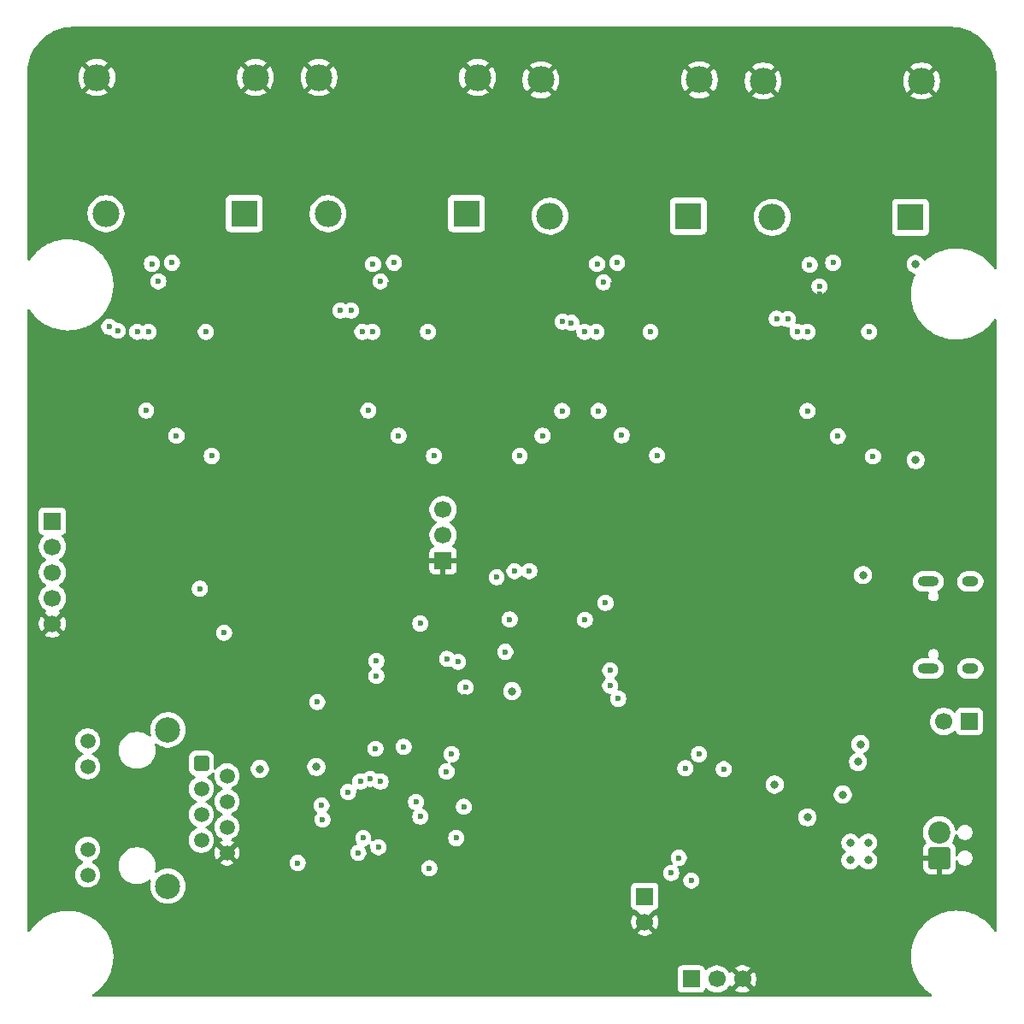
<source format=gbr>
%TF.GenerationSoftware,KiCad,Pcbnew,9.0.4-1.fc42*%
%TF.CreationDate,2025-10-10T00:36:46-07:00*%
%TF.ProjectId,ThermoBoard,54686572-6d6f-4426-9f61-72642e6b6963,1A*%
%TF.SameCoordinates,Original*%
%TF.FileFunction,Copper,L2,Inr*%
%TF.FilePolarity,Positive*%
%FSLAX46Y46*%
G04 Gerber Fmt 4.6, Leading zero omitted, Abs format (unit mm)*
G04 Created by KiCad (PCBNEW 9.0.4-1.fc42) date 2025-10-10 00:36:46*
%MOMM*%
%LPD*%
G01*
G04 APERTURE LIST*
G04 Aperture macros list*
%AMRoundRect*
0 Rectangle with rounded corners*
0 $1 Rounding radius*
0 $2 $3 $4 $5 $6 $7 $8 $9 X,Y pos of 4 corners*
0 Add a 4 corners polygon primitive as box body*
4,1,4,$2,$3,$4,$5,$6,$7,$8,$9,$2,$3,0*
0 Add four circle primitives for the rounded corners*
1,1,$1+$1,$2,$3*
1,1,$1+$1,$4,$5*
1,1,$1+$1,$6,$7*
1,1,$1+$1,$8,$9*
0 Add four rect primitives between the rounded corners*
20,1,$1+$1,$2,$3,$4,$5,0*
20,1,$1+$1,$4,$5,$6,$7,0*
20,1,$1+$1,$6,$7,$8,$9,0*
20,1,$1+$1,$8,$9,$2,$3,0*%
G04 Aperture macros list end*
%TA.AperFunction,ComponentPad*%
%ADD10R,2.655000X2.655000*%
%TD*%
%TA.AperFunction,ComponentPad*%
%ADD11C,2.655000*%
%TD*%
%TA.AperFunction,ComponentPad*%
%ADD12R,1.700000X1.700000*%
%TD*%
%TA.AperFunction,ComponentPad*%
%ADD13C,1.700000*%
%TD*%
%TA.AperFunction,HeatsinkPad*%
%ADD14O,2.100000X1.000000*%
%TD*%
%TA.AperFunction,HeatsinkPad*%
%ADD15O,1.600000X1.000000*%
%TD*%
%TA.AperFunction,ComponentPad*%
%ADD16RoundRect,0.250500X-0.499500X0.499500X-0.499500X-0.499500X0.499500X-0.499500X0.499500X0.499500X0*%
%TD*%
%TA.AperFunction,ComponentPad*%
%ADD17C,1.500000*%
%TD*%
%TA.AperFunction,ComponentPad*%
%ADD18C,2.500000*%
%TD*%
%TA.AperFunction,ComponentPad*%
%ADD19RoundRect,0.249999X0.850001X-0.850001X0.850001X0.850001X-0.850001X0.850001X-0.850001X-0.850001X0*%
%TD*%
%TA.AperFunction,ComponentPad*%
%ADD20C,2.200000*%
%TD*%
%TA.AperFunction,HeatsinkPad*%
%ADD21C,0.500000*%
%TD*%
%TA.AperFunction,ViaPad*%
%ADD22C,0.600000*%
%TD*%
%TA.AperFunction,ViaPad*%
%ADD23C,0.800000*%
%TD*%
G04 APERTURE END LIST*
D10*
%TO.N,/Thermocouples/T3_IN-*%
%TO.C,J107*%
X43961500Y-19000000D03*
D11*
%TO.N,/Thermocouples/T3_IN+*%
X30261500Y-19000000D03*
%TO.N,GND*%
X45061500Y-5500000D03*
X29361500Y-5500000D03*
%TD*%
D12*
%TO.N,Net-(JP400-A)*%
%TO.C,JP400*%
X61629000Y-86615000D03*
D13*
%TO.N,GND*%
X61629000Y-89155000D03*
%TD*%
D12*
%TO.N,GND*%
%TO.C,J101*%
X41661500Y-53390000D03*
D13*
%TO.N,/Microcontroller/JUMPER_BOOT0*%
X41661500Y-50850000D03*
%TO.N,+3V3*%
X41661500Y-48310000D03*
%TD*%
D14*
%TO.N,Net-(J104-SHIELD)*%
%TO.C,J104*%
X89715000Y-64070000D03*
D15*
X93895000Y-64070000D03*
D14*
X89715000Y-55430000D03*
D15*
X93895000Y-55430000D03*
%TD*%
D16*
%TO.N,/Ethernet/TX+*%
%TO.C,J200*%
X17707000Y-73434000D03*
D17*
%TO.N,/Ethernet/TX-*%
X20247000Y-74694000D03*
%TO.N,/Ethernet/RX+*%
X17707000Y-75974000D03*
%TO.N,Net-(J200-RCT)*%
X20247000Y-77234000D03*
X17707000Y-78514000D03*
%TO.N,/Ethernet/RX-*%
X20247000Y-79774000D03*
%TO.N,unconnected-(J200-NC-Pad7)*%
X17707000Y-81054000D03*
%TO.N,GND*%
X20247000Y-82314000D03*
%TO.N,/Ethernet/LED2-INTSEL*%
X6447000Y-71249000D03*
%TO.N,/Ethernet/LED_G_K*%
X6447000Y-73789000D03*
%TO.N,/Ethernet/LED_Y_K*%
X6447000Y-81959000D03*
%TO.N,/Ethernet/LED1-REGOFF*%
X6447000Y-84499000D03*
D18*
%TO.N,Net-(J200-PadSH)*%
X14397000Y-70129000D03*
X14397000Y-85619000D03*
%TD*%
D10*
%TO.N,/Thermocouples/T4_IN-*%
%TO.C,J108*%
X21961500Y-19000000D03*
D11*
%TO.N,/Thermocouples/T4_IN+*%
X8261500Y-19000000D03*
%TO.N,GND*%
X23061500Y-5500000D03*
X7361500Y-5500000D03*
%TD*%
D12*
%TO.N,/Microcontroller/CONN_NRST*%
%TO.C,J100*%
X2961500Y-49460000D03*
D13*
%TO.N,+3V3*%
X2961500Y-52000000D03*
%TO.N,/Microcontroller/CONN_SWCLK*%
X2961500Y-54540000D03*
%TO.N,/Microcontroller/CONN_SWDIO*%
X2961500Y-57080000D03*
%TO.N,GND*%
X2961500Y-59620000D03*
%TD*%
D10*
%TO.N,/Thermocouples/T2_IN-*%
%TO.C,J106*%
X65948000Y-19250000D03*
D11*
%TO.N,/Thermocouples/T2_IN+*%
X52248000Y-19250000D03*
%TO.N,GND*%
X67048000Y-5750000D03*
X51348000Y-5750000D03*
%TD*%
D19*
%TO.N,GND*%
%TO.C,J103*%
X90800000Y-82829596D03*
D20*
%TO.N,+VDC*%
X90800000Y-80289596D03*
%TD*%
D12*
%TO.N,+VDC*%
%TO.C,JP100*%
X93790000Y-69300000D03*
D13*
%TO.N,/Microcontroller/USB_FUSE*%
X91250000Y-69300000D03*
%TD*%
D21*
%TO.N,GND*%
%TO.C,U200*%
X34909000Y-79199000D03*
X35909000Y-79199000D03*
X36909000Y-79199000D03*
X34909000Y-78199000D03*
X35909000Y-78199000D03*
X36909000Y-78199000D03*
X34909000Y-77199000D03*
X35909000Y-77199000D03*
X36909000Y-77199000D03*
%TD*%
D12*
%TO.N,/CAN/CAN_CONN-*%
%TO.C,J102*%
X66239000Y-94815000D03*
D13*
%TO.N,/CAN/CAN_CONN+*%
X68779000Y-94815000D03*
%TO.N,GND*%
X71319000Y-94815000D03*
%TD*%
D10*
%TO.N,/Thermocouples/T1_IN-*%
%TO.C,J105*%
X87961500Y-19361000D03*
D11*
%TO.N,/Thermocouples/T1_IN+*%
X74261500Y-19361000D03*
%TO.N,GND*%
X89061500Y-5861000D03*
X73361500Y-5861000D03*
%TD*%
D22*
%TO.N,+3V3*%
X29710000Y-79000000D03*
X29610000Y-77600000D03*
D23*
X29100000Y-73799425D03*
D22*
%TO.N,GND*%
X36151667Y-73597747D03*
X32400000Y-75100000D03*
D23*
%TO.N,Net-(J200-RCT)*%
X23500000Y-74000000D03*
D22*
%TO.N,GND*%
X32500000Y-78300000D03*
X26500000Y-78300000D03*
X22500000Y-78300000D03*
X23500000Y-78300000D03*
%TO.N,*%
X39400000Y-59600000D03*
X8600000Y-30200000D03*
X31500000Y-28600000D03*
X53500000Y-29700000D03*
X74700000Y-29400000D03*
%TO.N,GND*%
X58000000Y-19000000D03*
X84000000Y-89000000D03*
X26000000Y-3000000D03*
X50000000Y-9000000D03*
X72000000Y-85000000D03*
X80000000Y-9000000D03*
X36000000Y-3000000D03*
X34000000Y-91000000D03*
X54000000Y-11000000D03*
X86500000Y-62050000D03*
X80000000Y-3000000D03*
X31961500Y-24800000D03*
X86500000Y-63050000D03*
X16000000Y-7000000D03*
X46000000Y-85000000D03*
X16000000Y-75000000D03*
X26000000Y-44550000D03*
X78000000Y-11000000D03*
X27961500Y-86500000D03*
X70000000Y-7000000D03*
X12000000Y-79000000D03*
X76000000Y-7000000D03*
X86000000Y-7000000D03*
X18671500Y-60640000D03*
X22000000Y-71000000D03*
X8000000Y-61000000D03*
X36000000Y-7000000D03*
X80000000Y-55000000D03*
X34000000Y-44550000D03*
X66000000Y-17000000D03*
X10961500Y-65000000D03*
X45461500Y-51500000D03*
X14000000Y-91000000D03*
X58000000Y-93000000D03*
X64000000Y-13000000D03*
X10000000Y-9000000D03*
X64000000Y-71000000D03*
X88000000Y-15000000D03*
X38000000Y-7000000D03*
X10000000Y-63000000D03*
X28000000Y-91000000D03*
X80000000Y-51000000D03*
X30000000Y-11000000D03*
X18000000Y-17000000D03*
X70000000Y-19000000D03*
X40000000Y-91000000D03*
X94000000Y-9000000D03*
X66000000Y-47000000D03*
X42000000Y-85000000D03*
X84461500Y-31900000D03*
X92000000Y-9000000D03*
X58000000Y-21000000D03*
X58000000Y-89000000D03*
X18161500Y-24786500D03*
X44000000Y-33000000D03*
X26000000Y-17000000D03*
X26000000Y-89000000D03*
X78500000Y-72050000D03*
X6000000Y-87000000D03*
X94000000Y-21000000D03*
X46000000Y-11000000D03*
X82000000Y-67000000D03*
X84000000Y-17000000D03*
X18000000Y-63000000D03*
X8000000Y-63000000D03*
X40000000Y-15000000D03*
X41501500Y-70810000D03*
X79961500Y-29000000D03*
X20000000Y-11000000D03*
X22000000Y-9000000D03*
X94000000Y-86800000D03*
X6000000Y-45000000D03*
X14000000Y-5000000D03*
X70000000Y-93000000D03*
X82000000Y-95000000D03*
X26000000Y-51000000D03*
X36000000Y-44550000D03*
X68000000Y-11000000D03*
X82000000Y-89000000D03*
X9961500Y-65000000D03*
X58000000Y-45000000D03*
X30000000Y-3000000D03*
X64000000Y-89000000D03*
X38361500Y-27000000D03*
X66000000Y-57000000D03*
X12881500Y-39840000D03*
X70000000Y-9000000D03*
X46711500Y-69500000D03*
X4000000Y-73000000D03*
X72000000Y-57000000D03*
X8000000Y-65000000D03*
X7461500Y-55500000D03*
X38000000Y-13000000D03*
X81000000Y-86050000D03*
X78461500Y-32300000D03*
X10000000Y-91000000D03*
X62000000Y-83000000D03*
X61731500Y-42010000D03*
X44000000Y-85000000D03*
X90000000Y-43000000D03*
X4000000Y-75000000D03*
X70000000Y-35000000D03*
X20000000Y-37000000D03*
X32000000Y-89000000D03*
X52000000Y-93000000D03*
X74000000Y-49000000D03*
X80000000Y-15000000D03*
X90000000Y-13000000D03*
X78000000Y-93000000D03*
X28000000Y-93000000D03*
X35770000Y-89580000D03*
X32000000Y-55000000D03*
X18000000Y-91000000D03*
X94000000Y-11000000D03*
X22000000Y-73000000D03*
X20000000Y-91000000D03*
X42000000Y-5000000D03*
X42000000Y-15000000D03*
X36000000Y-11000000D03*
X20961500Y-65500000D03*
X76261500Y-26600000D03*
X50000000Y-27000000D03*
X76000000Y-47000000D03*
X50000000Y-35000000D03*
X60000000Y-93000000D03*
X50000000Y-33000000D03*
X90000000Y-9000000D03*
X4000000Y-43000000D03*
X10000000Y-3000000D03*
X58461500Y-27000000D03*
X6000000Y-17000000D03*
X74000000Y-27000000D03*
X72000000Y-3000000D03*
X68000000Y-72800000D03*
X42000000Y-93000000D03*
X80000000Y-65000000D03*
X22961500Y-86000000D03*
X4000000Y-33000000D03*
X31461500Y-74500000D03*
X64000000Y-55000000D03*
X24000000Y-11000000D03*
X42511500Y-67460000D03*
X87250000Y-77550000D03*
X33991500Y-70960000D03*
X2000000Y-41000000D03*
X59461500Y-27000000D03*
X64000000Y-11000000D03*
X12000000Y-49000000D03*
X94000000Y-33000000D03*
X62000000Y-55000000D03*
X18000000Y-11000000D03*
X28000000Y-21000000D03*
X50000000Y-29000000D03*
X18000000Y-5000000D03*
X78000000Y-45000000D03*
X38500000Y-82300000D03*
X90000000Y-17000000D03*
X72000000Y-89000000D03*
X66000000Y-3000000D03*
X64000000Y-57000000D03*
X6000000Y-11000000D03*
X39461500Y-73220000D03*
X24000000Y-3000000D03*
X92000000Y-15000000D03*
X78000000Y-51000000D03*
X56000000Y-93000000D03*
X16461500Y-28000000D03*
X66000000Y-15000000D03*
X40000000Y-21000000D03*
X94000000Y-85550000D03*
X78000000Y-91000000D03*
X84000000Y-7000000D03*
X88000000Y-13000000D03*
X70000000Y-17000000D03*
X22000000Y-29000000D03*
X60461500Y-27000000D03*
X4000000Y-11000000D03*
X76000000Y-3000000D03*
X12000000Y-15000000D03*
X78000000Y-67000000D03*
X12000000Y-9000000D03*
X10000000Y-81000000D03*
X79500000Y-72050000D03*
X77461500Y-33300000D03*
D23*
X61961500Y-59000000D03*
D22*
X52000000Y-33000000D03*
X2000000Y-63000000D03*
X18000000Y-19000000D03*
X24000000Y-95000000D03*
X42000000Y-55300000D03*
X10161500Y-26200000D03*
X10000000Y-93000000D03*
X81901500Y-41900000D03*
X40000000Y-17000000D03*
X15461500Y-28000000D03*
X20000000Y-71000000D03*
X2000000Y-79000000D03*
X42000000Y-13000000D03*
X36000000Y-49000000D03*
X22000000Y-33000000D03*
X56000000Y-19000000D03*
X35361500Y-29000000D03*
X16461500Y-29000000D03*
X2000000Y-43000000D03*
X2000000Y-13000000D03*
X8000000Y-13000000D03*
X34461500Y-57500000D03*
X92000000Y-7000000D03*
X34000000Y-11000000D03*
X28000000Y-71000000D03*
X39181500Y-41980000D03*
X7961500Y-59500000D03*
X8000000Y-39000000D03*
X20000000Y-95000000D03*
X28000000Y-15000000D03*
X58000000Y-91000000D03*
X62000000Y-63000000D03*
X91500000Y-85550000D03*
X14000000Y-89000000D03*
X62000000Y-19000000D03*
X12000000Y-19000000D03*
X48000000Y-17000000D03*
X84000000Y-95000000D03*
X52000000Y-37300000D03*
X64000000Y-47000000D03*
X75500000Y-72050000D03*
X4000000Y-81000000D03*
X70000000Y-3000000D03*
X92000000Y-49000000D03*
X44000000Y-27000000D03*
X8000000Y-35000000D03*
X62000000Y-13000000D03*
X50000000Y-37000000D03*
X35361500Y-27000000D03*
X94000000Y-43000000D03*
X90250000Y-86800000D03*
X28000000Y-13000000D03*
X78961500Y-27000000D03*
X4000000Y-63000000D03*
X80961500Y-29000000D03*
X38000000Y-95000000D03*
X16000000Y-77000000D03*
X26000000Y-27000000D03*
X48000000Y-3000000D03*
X14000000Y-55000000D03*
X74000000Y-17000000D03*
X92750000Y-53300000D03*
X8000000Y-69000000D03*
X58000000Y-15000000D03*
X41161500Y-32200000D03*
X20000000Y-13000000D03*
X37461500Y-59500000D03*
X2000000Y-47000000D03*
X92000000Y-47000000D03*
X79000000Y-86050000D03*
X74000000Y-93000000D03*
X72000000Y-91000000D03*
X2000000Y-5000000D03*
X50000000Y-89000000D03*
X38000000Y-11000000D03*
X81961500Y-28000000D03*
X28000000Y-29000000D03*
X68000000Y-29000000D03*
X72000000Y-81000000D03*
X35721500Y-39650000D03*
X62000000Y-95000000D03*
X42001500Y-39920000D03*
X46000000Y-45000000D03*
X32000000Y-15000000D03*
X44000000Y-91000000D03*
X90000000Y-47000000D03*
X63911500Y-37470000D03*
X62000000Y-93000000D03*
X78000000Y-19000000D03*
X12000000Y-93000000D03*
X32000000Y-95000000D03*
X78000000Y-3000000D03*
X50000000Y-85000000D03*
X22961500Y-87000000D03*
X84000000Y-67000000D03*
X22000000Y-63000000D03*
X24000000Y-69000000D03*
X6000000Y-43000000D03*
X80000000Y-67000000D03*
X94000000Y-15000000D03*
X46000000Y-87000000D03*
X20000000Y-5000000D03*
X36770000Y-90580000D03*
X78000000Y-13000000D03*
X40000000Y-95000000D03*
X34000000Y-5000000D03*
X2000000Y-45000000D03*
X26000000Y-37000000D03*
X16000000Y-89000000D03*
X46000000Y-29000000D03*
X34000000Y-15000000D03*
X2000000Y-83000000D03*
X20000000Y-3000000D03*
X86000000Y-93000000D03*
X30461500Y-73500000D03*
X18000000Y-21000000D03*
X72000000Y-13000000D03*
X2000000Y-11000000D03*
X4000000Y-79000000D03*
X36000000Y-15000000D03*
X2000000Y-87000000D03*
X24000000Y-89000000D03*
X28000000Y-53000000D03*
X59461500Y-28000000D03*
X45250000Y-71550000D03*
X26000000Y-33000000D03*
X8000000Y-9000000D03*
X4000000Y-71000000D03*
X22000000Y-27000000D03*
X13461500Y-29000000D03*
X24000000Y-13000000D03*
X86000000Y-65000000D03*
X55750000Y-74300000D03*
X30961500Y-86000000D03*
X38361500Y-29000000D03*
X62000000Y-3000000D03*
X63029000Y-79565000D03*
X41961500Y-78400000D03*
X71511500Y-36230000D03*
X4000000Y-7000000D03*
X66000000Y-55000000D03*
X7461500Y-52000000D03*
X80000000Y-19000000D03*
X87250000Y-76550000D03*
X4000000Y-77000000D03*
X18000000Y-45000000D03*
X16000000Y-79000000D03*
X14000000Y-95000000D03*
X6000000Y-63000000D03*
X28000000Y-11000000D03*
X59461500Y-26000000D03*
X33700000Y-74080000D03*
X82000000Y-17000000D03*
X62000000Y-9000000D03*
X57461500Y-28000000D03*
X12000000Y-17000000D03*
X36571500Y-36610000D03*
X58000000Y-87000000D03*
X16000000Y-11000000D03*
X16000000Y-13000000D03*
X12000000Y-69000000D03*
X32000000Y-91000000D03*
X76000000Y-9000000D03*
X46000000Y-35000000D03*
X52500000Y-79550000D03*
X56000000Y-95000000D03*
X81961500Y-29000000D03*
X50000000Y-91000000D03*
X8000000Y-15000000D03*
X6000000Y-59000000D03*
X22000000Y-13000000D03*
X40000000Y-93000000D03*
X26000000Y-13000000D03*
X54000000Y-17000000D03*
X86000000Y-3000000D03*
X12000000Y-13000000D03*
X18961500Y-65500000D03*
X2000000Y-73000000D03*
X47961500Y-57800000D03*
X90250000Y-85550000D03*
X70000000Y-57000000D03*
X32000000Y-3000000D03*
X76000000Y-91000000D03*
X48000000Y-19000000D03*
X56000000Y-3000000D03*
X7961500Y-58500000D03*
X90000000Y-45000000D03*
X15461500Y-26000000D03*
X4000000Y-65000000D03*
X78000000Y-63000000D03*
X66000000Y-9000000D03*
X39750000Y-52550000D03*
X13461500Y-28000000D03*
X82000000Y-86050000D03*
X63029000Y-78565000D03*
X18000000Y-3000000D03*
X4000000Y-5000000D03*
X46000000Y-3000000D03*
X84000000Y-19000000D03*
X16000000Y-17000000D03*
X4000000Y-19000000D03*
X80000000Y-86050000D03*
X74000000Y-87000000D03*
X43841500Y-66830000D03*
X68000000Y-9000000D03*
X76000000Y-57000000D03*
X15461500Y-27000000D03*
X28000000Y-19000000D03*
X51611500Y-75230000D03*
X68000000Y-55000000D03*
X40000000Y-13000000D03*
X16000000Y-63000000D03*
X10000000Y-79000000D03*
X59461500Y-29000000D03*
X48000000Y-9000000D03*
X26000000Y-7000000D03*
X82000000Y-13000000D03*
X14000000Y-7000000D03*
X88000000Y-3000000D03*
X62000000Y-5000000D03*
X2000000Y-15000000D03*
X70000000Y-91000000D03*
X74000000Y-55000000D03*
X36000000Y-9000000D03*
X76000000Y-95000000D03*
X22000000Y-15000000D03*
X54000000Y-5000000D03*
X14000000Y-53000000D03*
X41711500Y-37000000D03*
X60000000Y-51000000D03*
X54000000Y-3000000D03*
X60000000Y-9000000D03*
X6000000Y-9000000D03*
X58000000Y-17000000D03*
X18000000Y-9000000D03*
X94000000Y-39000000D03*
X18000000Y-13000000D03*
X14000000Y-13000000D03*
X82000000Y-45000000D03*
X86000000Y-11000000D03*
X16000000Y-21000000D03*
X4000000Y-47000000D03*
X35961500Y-86000000D03*
X8000000Y-79000000D03*
X16000000Y-91000000D03*
X60000000Y-3000000D03*
X92000000Y-45000000D03*
X8961500Y-86500000D03*
X82000000Y-5000000D03*
X42841500Y-76880000D03*
X16000000Y-73000000D03*
X85250000Y-58550000D03*
X78961500Y-29000000D03*
X4000000Y-13000000D03*
X86000000Y-95000000D03*
X70000000Y-37000000D03*
X70000000Y-55000000D03*
X75161500Y-26600000D03*
X52000000Y-95000000D03*
X38000000Y-21000000D03*
X74000000Y-89000000D03*
X32000000Y-67000000D03*
X26000000Y-19000000D03*
X92000000Y-13000000D03*
X30000000Y-51000000D03*
X50000000Y-87000000D03*
X12000000Y-11000000D03*
X54401500Y-72090000D03*
X48000000Y-21000000D03*
X30000000Y-13000000D03*
X12000000Y-89000000D03*
X42000000Y-7000000D03*
X37961500Y-86000000D03*
X40000000Y-7000000D03*
X44000000Y-13000000D03*
X18000000Y-7000000D03*
X58461500Y-26000000D03*
X36000000Y-13000000D03*
X64000000Y-5000000D03*
X80000000Y-93000000D03*
X46000000Y-89000000D03*
X84000000Y-93000000D03*
X8000000Y-81000000D03*
X31961500Y-26400000D03*
X94000000Y-5000000D03*
X39191500Y-39810000D03*
X40161500Y-24786500D03*
X36361500Y-29000000D03*
X24000000Y-9000000D03*
X64000000Y-15000000D03*
X64000000Y-93000000D03*
X82000000Y-69000000D03*
X48000000Y-89000000D03*
X48000000Y-37000000D03*
X38000000Y-45000000D03*
X34000000Y-19000000D03*
X36000000Y-93000000D03*
X20000000Y-93000000D03*
X2000000Y-39000000D03*
X19961500Y-65500000D03*
X66000000Y-11000000D03*
X78000000Y-69000000D03*
X64000000Y-9000000D03*
X86000000Y-91000000D03*
X8000000Y-77000000D03*
X90000000Y-51000000D03*
X48000000Y-87000000D03*
X30000000Y-89000000D03*
X78961500Y-28000000D03*
X19500000Y-44300000D03*
X82000000Y-9000000D03*
X72000000Y-87000000D03*
X82000000Y-91000000D03*
X36000000Y-5000000D03*
X60000000Y-11000000D03*
X80500000Y-72050000D03*
X34000000Y-67000000D03*
X11261500Y-26200000D03*
X33000000Y-37300000D03*
X92750000Y-52300000D03*
X74000000Y-3000000D03*
X40000000Y-19000000D03*
X36361500Y-27000000D03*
X10000000Y-77000000D03*
X61461500Y-27000000D03*
X90000000Y-15000000D03*
X84000000Y-69000000D03*
X44000000Y-89000000D03*
X88000000Y-11000000D03*
X55250000Y-66300000D03*
X60000000Y-45000000D03*
X56000000Y-13000000D03*
X60000000Y-21000000D03*
X58000000Y-39800000D03*
X54161500Y-24800000D03*
X44000000Y-15000000D03*
X76000000Y-5000000D03*
X36000000Y-17000000D03*
X48000000Y-11000000D03*
X44000000Y-29000000D03*
X8961500Y-59500000D03*
X6461500Y-55500000D03*
X72000000Y-35000000D03*
X94000000Y-13000000D03*
X44000000Y-45000000D03*
X94000000Y-17000000D03*
X80000000Y-69000000D03*
X14000000Y-9000000D03*
X12000000Y-7000000D03*
X82000000Y-39000000D03*
X35770000Y-90580000D03*
D23*
X67579000Y-92962915D03*
D22*
X56000000Y-11000000D03*
X24000000Y-93000000D03*
X86000000Y-5000000D03*
X34000000Y-9000000D03*
X2000000Y-3000000D03*
X35361500Y-28000000D03*
X76000000Y-65000000D03*
X34961500Y-86000000D03*
X54000000Y-95000000D03*
X16961500Y-65500000D03*
X4000000Y-85000000D03*
X88000000Y-17000000D03*
X4000000Y-17000000D03*
X36000000Y-95000000D03*
X84200000Y-59400000D03*
X27961500Y-85500000D03*
X32000000Y-93000000D03*
X10000000Y-13000000D03*
X28000000Y-3000000D03*
X43861500Y-73220000D03*
X64000000Y-67000000D03*
X38448881Y-26112619D03*
X22000000Y-91000000D03*
X48000000Y-5000000D03*
X14000000Y-15000000D03*
X35270250Y-83070250D03*
X86250000Y-55300000D03*
X82500000Y-62800000D03*
X62000000Y-51000000D03*
X50000000Y-15000000D03*
X28000000Y-51000000D03*
X20000000Y-63000000D03*
X14461500Y-26000000D03*
X60461500Y-28000000D03*
X72000000Y-27000000D03*
X77500000Y-72050000D03*
X57961500Y-68250000D03*
X34000000Y-89000000D03*
X8000000Y-37000000D03*
X24000000Y-91000000D03*
X58000000Y-3000000D03*
X18000000Y-89000000D03*
X38000000Y-3000000D03*
X8961500Y-52000000D03*
X2000000Y-75000000D03*
X80000000Y-13000000D03*
X2000000Y-81000000D03*
X36961500Y-86000000D03*
X90000000Y-3000000D03*
X30000000Y-95000000D03*
X92000000Y-11000000D03*
X4000000Y-1000000D03*
X42000000Y-9000000D03*
X60000000Y-17000000D03*
X52000000Y-65000000D03*
X4000000Y-67000000D03*
X68000000Y-35000000D03*
X62000000Y-17000000D03*
X92000000Y-3000000D03*
X56000000Y-7000000D03*
X6000000Y-3000000D03*
X84000000Y-21000000D03*
X47461500Y-51500000D03*
X52471500Y-39840000D03*
X30000000Y-55000000D03*
X16000000Y-95000000D03*
X35461500Y-56500000D03*
D23*
X80400000Y-78800000D03*
D22*
X84000000Y-9000000D03*
X12000000Y-3000000D03*
X4000000Y-35000000D03*
X17961500Y-65500000D03*
X39361500Y-28000000D03*
X94000000Y-41000000D03*
X60000000Y-95000000D03*
X92761500Y-40400000D03*
X60000000Y-15000000D03*
X79000000Y-39300000D03*
X52000000Y-35000000D03*
X30000000Y-91000000D03*
X86000000Y-15000000D03*
X60000000Y-91000000D03*
X2000000Y-85000000D03*
X78000000Y-89000000D03*
X68000000Y-71000000D03*
X18000000Y-95000000D03*
X40000000Y-9000000D03*
X12000000Y-63000000D03*
X82000000Y-7000000D03*
X10961500Y-66000000D03*
X78000000Y-47000000D03*
X50000000Y-3000000D03*
X34000000Y-17000000D03*
X10161500Y-24600000D03*
X46000000Y-47000000D03*
X72000000Y-17000000D03*
X10000000Y-69000000D03*
X2000000Y-17000000D03*
X83761500Y-24800000D03*
X17461500Y-27000000D03*
X30000000Y-15000000D03*
X52000000Y-13000000D03*
X62000000Y-21000000D03*
X46000000Y-93000000D03*
X86000000Y-9000000D03*
X42000000Y-3000000D03*
X46000000Y-37000000D03*
X68000000Y-33000000D03*
X58461500Y-28000000D03*
X20000000Y-89000000D03*
X78000000Y-95000000D03*
X26000000Y-69000000D03*
X8000000Y-75000000D03*
X34461500Y-56500000D03*
X36361500Y-26000000D03*
X28000000Y-89000000D03*
X32000000Y-5000000D03*
X92761500Y-38800000D03*
X48000000Y-85000000D03*
X22000000Y-69000000D03*
X6000000Y-15000000D03*
X90000000Y-11000000D03*
X84000000Y-3000000D03*
X30000000Y-53000000D03*
X62000000Y-91000000D03*
X66000000Y-29000000D03*
X20000000Y-15000000D03*
X28000000Y-27000000D03*
X54000000Y-13000000D03*
X28961500Y-86500000D03*
X4000000Y-69000000D03*
X22000000Y-95000000D03*
X40000000Y-3000000D03*
X68000000Y-69000000D03*
X50000000Y-17000000D03*
X14461500Y-28000000D03*
X18000000Y-71000000D03*
X92761500Y-41200000D03*
X26000000Y-15000000D03*
X8000000Y-3000000D03*
X20000000Y-27000000D03*
X36000000Y-21000000D03*
X2000000Y-33000000D03*
X56329000Y-89865000D03*
X91500000Y-86800000D03*
X94000000Y-45000000D03*
X4000000Y-83000000D03*
X48000000Y-91000000D03*
X82961500Y-28000000D03*
X87500000Y-62050000D03*
X16461500Y-27000000D03*
X60000000Y-7000000D03*
X74000000Y-95000000D03*
X64000000Y-27000000D03*
X80000000Y-45000000D03*
X12000000Y-91000000D03*
X9461500Y-56500000D03*
X56961500Y-31800000D03*
X39361500Y-27000000D03*
X35161500Y-32000000D03*
X28000000Y-95000000D03*
X68000000Y-57000000D03*
X68000000Y-37000000D03*
X13461500Y-27000000D03*
X54000000Y-7000000D03*
X44000000Y-9000000D03*
X74000000Y-91000000D03*
X38361500Y-28000000D03*
X42000000Y-11000000D03*
X10000000Y-89000000D03*
X62461500Y-32000000D03*
X74000000Y-9000000D03*
X72000000Y-19000000D03*
X24000000Y-15000000D03*
X92750000Y-86800000D03*
X94000000Y-7000000D03*
X8000000Y-11000000D03*
X43961500Y-56000000D03*
X28000000Y-69000000D03*
X47871500Y-74610000D03*
X82000000Y-93000000D03*
X6000000Y-65000000D03*
X54000000Y-9000000D03*
X2000000Y-7000000D03*
X86000000Y-17000000D03*
X46000000Y-27000000D03*
X92000000Y-5000000D03*
X25461500Y-71000000D03*
X34000000Y-13000000D03*
X25461500Y-72000000D03*
X50000000Y-13000000D03*
X26000000Y-29000000D03*
X82000000Y-19000000D03*
X64000000Y-77000000D03*
X10000000Y-11000000D03*
X37361500Y-29000000D03*
X80000000Y-11000000D03*
X72000000Y-15000000D03*
X58000000Y-13000000D03*
X46000000Y-13000000D03*
X48000000Y-33000000D03*
X80000000Y-89000000D03*
X58000000Y-5000000D03*
X12000000Y-61000000D03*
X76000000Y-55000000D03*
X80000000Y-21000000D03*
X24000000Y-35000000D03*
X74000000Y-57000000D03*
X64000000Y-75000000D03*
X84000000Y-11000000D03*
X38961500Y-86000000D03*
X52000000Y-3000000D03*
X20000000Y-9000000D03*
X76000000Y-67000000D03*
X15461500Y-29000000D03*
X2000000Y-77000000D03*
X28000000Y-17000000D03*
X94000000Y-19000000D03*
X70000000Y-27000000D03*
X78000000Y-57000000D03*
X54161500Y-26400000D03*
X24461500Y-71000000D03*
X58000000Y-9000000D03*
X38000000Y-17000000D03*
X32000000Y-9000000D03*
X76000000Y-89000000D03*
X76000000Y-69000000D03*
X34000000Y-93000000D03*
X79961500Y-27000000D03*
X91861500Y-37000000D03*
X19161500Y-32200000D03*
X64000000Y-17000000D03*
X56000000Y-15000000D03*
X44000000Y-87000000D03*
X30000000Y-27000000D03*
X37361500Y-26000000D03*
X22000000Y-89000000D03*
X42000000Y-27000000D03*
X84000000Y-5000000D03*
X61461500Y-28000000D03*
X46000000Y-9000000D03*
X72000000Y-29000000D03*
X7461500Y-51000000D03*
X88000000Y-9000000D03*
X68000000Y-17000000D03*
X38000000Y-5000000D03*
X66000000Y-33000000D03*
X52000000Y-15000000D03*
X70000000Y-5000000D03*
X22000000Y-93000000D03*
X60000000Y-19000000D03*
X56329000Y-90865000D03*
X46461500Y-51500000D03*
X33061500Y-26400000D03*
X48000000Y-93000000D03*
X60000000Y-5000000D03*
X14000000Y-17000000D03*
X64000000Y-7000000D03*
X72000000Y-33000000D03*
X72000000Y-21000000D03*
X24000000Y-33000000D03*
X92000000Y-19000000D03*
X52000000Y-11000000D03*
X76500000Y-72050000D03*
X84000000Y-51000000D03*
X28000000Y-73000000D03*
X2000000Y-67000000D03*
X16000000Y-19000000D03*
X56000000Y-5000000D03*
X64000000Y-51000000D03*
X16000000Y-3000000D03*
X91750000Y-52300000D03*
X76000000Y-87000000D03*
X16000000Y-5000000D03*
X46000000Y-33000000D03*
X78000000Y-15000000D03*
X94000000Y-3000000D03*
X12961500Y-31800000D03*
X34000000Y-7000000D03*
X54000000Y-15000000D03*
X83500000Y-61800000D03*
X32000000Y-53000000D03*
X44000000Y-93000000D03*
X64000000Y-3000000D03*
X43500000Y-52050000D03*
X62000000Y-11000000D03*
X63801500Y-42330000D03*
X32000000Y-11000000D03*
X52000000Y-9000000D03*
X32000000Y-13000000D03*
X34000000Y-69000000D03*
X76000000Y-13000000D03*
X40000000Y-89000000D03*
X4000000Y-9000000D03*
X76000000Y-11000000D03*
X79961500Y-28000000D03*
X40000000Y-5000000D03*
X39081500Y-36640000D03*
X38000000Y-93000000D03*
X46000000Y-15000000D03*
X2000000Y-35000000D03*
X6000000Y-77000000D03*
X80000000Y-91000000D03*
X24000000Y-49000000D03*
X26000000Y-11000000D03*
X38000000Y-19000000D03*
X20000000Y-7000000D03*
X14000000Y-3000000D03*
X26000000Y-5000000D03*
X30000000Y-9000000D03*
X49091500Y-73370000D03*
X22000000Y-3000000D03*
X18000000Y-69000000D03*
X14000000Y-21000000D03*
X46000000Y-91000000D03*
X68000000Y-13000000D03*
X85779461Y-25391085D03*
X53529000Y-90865000D03*
X58000000Y-47000000D03*
D23*
X58461500Y-59000000D03*
D22*
X14000000Y-93000000D03*
X26000000Y-93000000D03*
X78000000Y-65000000D03*
X68000000Y-45000000D03*
X75161500Y-25800000D03*
X10000000Y-95000000D03*
X52000000Y-85000000D03*
X28000000Y-9000000D03*
X92000000Y-33000000D03*
X34000000Y-3000000D03*
X48000000Y-13000000D03*
X57461500Y-27000000D03*
X37500000Y-66300000D03*
X64000000Y-73000000D03*
X86000000Y-89000000D03*
X4000000Y-41000000D03*
X70000000Y-33000000D03*
X72000000Y-51000000D03*
X74000000Y-15000000D03*
X24000000Y-29000000D03*
X2000000Y-69000000D03*
X6000000Y-19000000D03*
X34000000Y-95000000D03*
X2000000Y-37000000D03*
X58461500Y-29000000D03*
X42401500Y-69930000D03*
X16751500Y-55110000D03*
X92861500Y-37000000D03*
X50031500Y-76970000D03*
X50000000Y-19000000D03*
X76000000Y-93000000D03*
X76000000Y-17000000D03*
X48000000Y-95000000D03*
X26000000Y-91000000D03*
X76000000Y-15000000D03*
X92000000Y-17000000D03*
X39250000Y-44550000D03*
X68000000Y-15000000D03*
X64000000Y-91000000D03*
X83500000Y-62800000D03*
X24000000Y-37000000D03*
X16000000Y-42300000D03*
X44961500Y-55000000D03*
X14000000Y-19000000D03*
X82000000Y-51000000D03*
X70000000Y-29000000D03*
X46250000Y-75300000D03*
X26000000Y-35000000D03*
X4000000Y-45000000D03*
X10000000Y-61000000D03*
X84000000Y-65000000D03*
X42000000Y-87000000D03*
X26000000Y-49000000D03*
X2000000Y-71000000D03*
X58000000Y-7000000D03*
X72000000Y-55000000D03*
X54750000Y-77050000D03*
X32000000Y-44550000D03*
X70000000Y-21000000D03*
X84000000Y-13000000D03*
X26000000Y-9000000D03*
X14000000Y-41000000D03*
X32000000Y-57000000D03*
X46000000Y-95000000D03*
X84000000Y-85000000D03*
X18000000Y-15000000D03*
X60000000Y-13000000D03*
X82961500Y-27000000D03*
X92000000Y-43000000D03*
X10000000Y-5000000D03*
X31961500Y-86000000D03*
X50000000Y-95000000D03*
X68000000Y-3000000D03*
X91861500Y-36000000D03*
X90000000Y-49000000D03*
X6000000Y-79000000D03*
X50000000Y-21000000D03*
X82000000Y-65000000D03*
X22000000Y-83000000D03*
X92761500Y-39600000D03*
X2000000Y-65000000D03*
X48000000Y-47000000D03*
X36000000Y-67000000D03*
X85500000Y-62050000D03*
X31961500Y-25600000D03*
X44000000Y-3000000D03*
X87500000Y-63050000D03*
X90000000Y-33000000D03*
X78000000Y-7000000D03*
X92000000Y-21000000D03*
X31461500Y-73500000D03*
X48000000Y-7000000D03*
X82000000Y-53000000D03*
X82000000Y-21000000D03*
X30000000Y-29000000D03*
X4000000Y-39000000D03*
X78000000Y-53000000D03*
X4000000Y-3000000D03*
X62000000Y-15000000D03*
X42000000Y-89000000D03*
X87250000Y-55300000D03*
X12000000Y-95000000D03*
X42000000Y-91000000D03*
X84500000Y-44300000D03*
X80000000Y-53000000D03*
X76000000Y-53000000D03*
X10000000Y-7000000D03*
X80961500Y-27000000D03*
X2000000Y-19000000D03*
X86250000Y-56300000D03*
X37361500Y-28000000D03*
X50000000Y-93000000D03*
X38000000Y-15000000D03*
X26000000Y-95000000D03*
X80961500Y-28000000D03*
X56000000Y-9000000D03*
X48000000Y-35000000D03*
X44000000Y-95000000D03*
X88000000Y-53000000D03*
X68000000Y-27000000D03*
X6000000Y-61000000D03*
X50000000Y-11000000D03*
X66000000Y-27000000D03*
X54000000Y-93000000D03*
X4000000Y-37000000D03*
X24000000Y-27000000D03*
X10000000Y-15000000D03*
X18000000Y-93000000D03*
X28000000Y-49000000D03*
X30000000Y-93000000D03*
X80000000Y-95000000D03*
X57461500Y-29000000D03*
X55261500Y-26400000D03*
X16000000Y-93000000D03*
X54929000Y-90865000D03*
X14000000Y-37000000D03*
X82000000Y-15000000D03*
X94000000Y-49000000D03*
X47461500Y-64000000D03*
X78000000Y-55000000D03*
X84000000Y-87000000D03*
X85500000Y-63050000D03*
X37361500Y-27000000D03*
X80000000Y-47000000D03*
X84000000Y-91000000D03*
X72000000Y-9000000D03*
X48000000Y-44300000D03*
X10161500Y-25400000D03*
X94000000Y-47000000D03*
X70000000Y-11000000D03*
X22000000Y-11000000D03*
X58000000Y-95000000D03*
X64000000Y-69000000D03*
X74000000Y-13000000D03*
X43961500Y-55000000D03*
X26000000Y-21000000D03*
X42000000Y-95000000D03*
X57861500Y-37250000D03*
X72000000Y-93000000D03*
X87250000Y-56300000D03*
X14461500Y-27000000D03*
X62535733Y-24803482D03*
X67500000Y-89800000D03*
X64000000Y-65000000D03*
X48000000Y-15000000D03*
X66000000Y-45000000D03*
X82000000Y-3000000D03*
X38000000Y-9000000D03*
X70000000Y-15000000D03*
X14000000Y-11000000D03*
X2000000Y-9000000D03*
X34000000Y-55000000D03*
X20000000Y-73000000D03*
X88250000Y-76550000D03*
X48000000Y-29000000D03*
X82000000Y-11000000D03*
X16000000Y-15000000D03*
X78000000Y-9000000D03*
X78000000Y-21000000D03*
X36361500Y-28000000D03*
X40000000Y-11000000D03*
X80000000Y-17000000D03*
X78000000Y-5000000D03*
X44000000Y-11000000D03*
X54161500Y-25600000D03*
X10500000Y-37800000D03*
X12000000Y-5000000D03*
X68000000Y-67000000D03*
X14461500Y-29000000D03*
X12000000Y-81000000D03*
X58000000Y-11000000D03*
X4000000Y-15000000D03*
X84000000Y-15000000D03*
X66000000Y-51000000D03*
X82000000Y-47000000D03*
X78000000Y-17000000D03*
X74000000Y-11000000D03*
X60461500Y-29000000D03*
X75161500Y-25000000D03*
X88250000Y-77550000D03*
X72000000Y-11000000D03*
X16000000Y-9000000D03*
X81961500Y-27000000D03*
X52000000Y-27000000D03*
X14000000Y-63000000D03*
X86000000Y-83000000D03*
X32000000Y-7000000D03*
X80961500Y-26000000D03*
X57961500Y-69250000D03*
X82000000Y-37000000D03*
X70000000Y-13000000D03*
X4000000Y-87000000D03*
X36000000Y-19000000D03*
X79961500Y-26000000D03*
X24000000Y-44550000D03*
X48000000Y-27000000D03*
X86000000Y-13000000D03*
X6000000Y-13000000D03*
X64000000Y-95000000D03*
X56000000Y-17000000D03*
X52000000Y-29000000D03*
X92750000Y-85550000D03*
X17461500Y-28000000D03*
X21961500Y-86000000D03*
X80000000Y-7000000D03*
X66000000Y-13000000D03*
X62000000Y-7000000D03*
X20000000Y-69000000D03*
X86000000Y-49000000D03*
X80000000Y-5000000D03*
X72000000Y-63000000D03*
X52000000Y-17000000D03*
%TO.N,NRST*%
X47811500Y-62400000D03*
X29186500Y-67375000D03*
D23*
%TO.N,+5V*%
X77750000Y-78800000D03*
D22*
X67000000Y-72550000D03*
%TO.N,+3V3*%
X62198000Y-30699000D03*
X40296250Y-83846250D03*
D23*
X74500000Y-75550000D03*
D22*
X33661500Y-30699000D03*
X39393007Y-78721977D03*
X34660500Y-30699000D03*
X83861500Y-30699000D03*
X40161500Y-30699000D03*
X42961500Y-80849000D03*
X27250000Y-83310000D03*
X32250000Y-76283382D03*
X59000000Y-67050000D03*
D23*
X81250000Y-76550000D03*
D22*
X37750000Y-71800000D03*
D23*
X83250000Y-54800000D03*
D22*
X46961500Y-55000000D03*
X57750000Y-57550000D03*
X18161500Y-30699000D03*
X77761500Y-30699000D03*
D23*
X88461500Y-43400000D03*
D22*
X12461500Y-30699000D03*
X11361500Y-30699000D03*
X42500000Y-72550000D03*
X33750000Y-80849000D03*
X65000000Y-82800000D03*
D23*
X48500000Y-66300000D03*
D22*
X56861500Y-30699000D03*
X55661500Y-30699000D03*
X76761500Y-30699000D03*
%TO.N,+3.3VA*%
X34723000Y-24000913D03*
X80287999Y-23867947D03*
X58898001Y-23867947D03*
D23*
X88461500Y-24000000D03*
D22*
X77969611Y-24067079D03*
X56910983Y-23988130D03*
X36792999Y-23867947D03*
X14797999Y-23867947D03*
X12817734Y-23956273D03*
%TO.N,/Ethernet/LED1-REGOFF*%
X35249500Y-81749500D03*
%TO.N,/Ethernet/LED2-INTSEL*%
X33250000Y-82300000D03*
%TO.N,/Microcontroller/SWDIO*%
X19961500Y-60500000D03*
X55711500Y-59225000D03*
%TO.N,/Microcontroller/SWCLK*%
X17561500Y-56150000D03*
X48261500Y-59200000D03*
%TO.N,ETH_REF_CLK*%
X34961500Y-72000000D03*
X43873525Y-65912025D03*
%TO.N,ETH_CRS_DV*%
X38985265Y-77273765D03*
X43711500Y-77750000D03*
%TO.N,SPI_CS4*%
X42048000Y-63100000D03*
X35048000Y-63300000D03*
%TO.N,ETH_TXD0*%
X33461500Y-75250000D03*
X58211500Y-65750000D03*
%TO.N,FDCAN_RX*%
X48730000Y-54400000D03*
X65650000Y-73930000D03*
%TO.N,NDRDY3*%
X32548000Y-28600000D03*
X35448000Y-25700000D03*
%TO.N,NDRDY2*%
X54361500Y-29800000D03*
X57548000Y-25800000D03*
%TO.N,ETH_TX_EN*%
X42000000Y-74250000D03*
X34461500Y-75000000D03*
%TO.N,FDCAN_TX*%
X69460000Y-74030000D03*
X50200000Y-54400000D03*
%TO.N,SPI_SCK*%
X34248000Y-38500000D03*
X57048000Y-38550000D03*
X12248000Y-38500000D03*
X53448000Y-38550000D03*
X77748000Y-38550000D03*
%TO.N,SPI_MISO*%
X37248000Y-41000000D03*
X15248000Y-41000000D03*
X51498000Y-41000000D03*
X59348000Y-40950000D03*
X80748000Y-41050000D03*
%TO.N,NDRDY4*%
X13448000Y-25700000D03*
X9448000Y-30600000D03*
X43148000Y-63400000D03*
X35048000Y-64800000D03*
%TO.N,ETH_TXD1*%
X58211500Y-64250000D03*
X35461500Y-75250000D03*
%TO.N,SPI_MOSI*%
X49248000Y-43000000D03*
X40748000Y-43000000D03*
X62848000Y-42950000D03*
X84248000Y-43050000D03*
X18748000Y-43000000D03*
%TO.N,NDRDY1*%
X75804750Y-29443250D03*
X78948000Y-26200000D03*
D23*
%TO.N,/Microcontroller/PNET*%
X82750000Y-73300000D03*
X83750000Y-83050000D03*
X82000000Y-83050000D03*
X83000000Y-71550000D03*
X82000000Y-81300000D03*
X83750000Y-81300000D03*
D22*
%TO.N,Net-(C402-Pad2)*%
X66250000Y-85050000D03*
X64250000Y-84300000D03*
%TD*%
%TA.AperFunction,Conductor*%
%TO.N,GND*%
G36*
X38021500Y-76110000D02*
G01*
X38031500Y-80280000D01*
X34321807Y-80288728D01*
X34260292Y-80227213D01*
X34260288Y-80227210D01*
X34129185Y-80139609D01*
X34129172Y-80139602D01*
X33983501Y-80079264D01*
X33983489Y-80079261D01*
X33828845Y-80048500D01*
X33828842Y-80048500D01*
X33785535Y-80048500D01*
X33851500Y-76100000D01*
X38021500Y-76110000D01*
G37*
%TD.AperFunction*%
%TD*%
%TA.AperFunction,Conductor*%
%TO.N,GND*%
G36*
X91964202Y-500617D02*
G01*
X92348271Y-517386D01*
X92359006Y-518326D01*
X92737471Y-568152D01*
X92748097Y-570025D01*
X93120784Y-652648D01*
X93131210Y-655442D01*
X93495265Y-770227D01*
X93505411Y-773920D01*
X93858078Y-920000D01*
X93867869Y-924566D01*
X94206442Y-1100816D01*
X94215810Y-1106224D01*
X94537744Y-1311318D01*
X94546605Y-1317523D01*
X94849430Y-1549889D01*
X94857717Y-1556843D01*
X95139135Y-1814715D01*
X95146784Y-1822364D01*
X95404656Y-2103782D01*
X95411610Y-2112069D01*
X95643976Y-2414894D01*
X95650181Y-2423755D01*
X95855275Y-2745689D01*
X95860683Y-2755057D01*
X96036930Y-3093623D01*
X96041502Y-3103427D01*
X96187575Y-3456078D01*
X96191275Y-3466244D01*
X96306054Y-3830278D01*
X96308854Y-3840727D01*
X96391471Y-4213389D01*
X96393349Y-4224042D01*
X96443171Y-4602473D01*
X96444114Y-4613249D01*
X96460882Y-4997297D01*
X96461000Y-5002652D01*
X96461000Y-5065892D01*
X96461026Y-5065993D01*
X96461030Y-5074026D01*
X96461031Y-5074027D01*
X96469524Y-24387194D01*
X96449869Y-24454243D01*
X96397085Y-24500021D01*
X96327931Y-24509995D01*
X96264362Y-24480998D01*
X96241082Y-24454091D01*
X96236876Y-24447518D01*
X96127771Y-24291894D01*
X96012202Y-24141007D01*
X95890375Y-23995127D01*
X95890372Y-23995123D01*
X95762508Y-23854513D01*
X95628823Y-23719411D01*
X95558144Y-23653764D01*
X95489565Y-23590068D01*
X95344977Y-23466710D01*
X95344969Y-23466703D01*
X95195313Y-23349554D01*
X95040854Y-23238819D01*
X94881852Y-23134686D01*
X94718614Y-23037355D01*
X94551408Y-22946989D01*
X94380534Y-22863747D01*
X94206324Y-22787792D01*
X94029058Y-22719245D01*
X94029059Y-22719245D01*
X94029053Y-22719243D01*
X93849052Y-22658229D01*
X93666639Y-22604858D01*
X93666641Y-22604858D01*
X93666636Y-22604857D01*
X93619038Y-22593084D01*
X93482139Y-22559224D01*
X93368688Y-22536190D01*
X93295876Y-22521407D01*
X93108181Y-22491476D01*
X92919421Y-22469488D01*
X92729852Y-22455473D01*
X92539894Y-22449463D01*
X92349857Y-22451467D01*
X92213996Y-22458635D01*
X92160052Y-22461482D01*
X92160047Y-22461482D01*
X92160037Y-22461483D01*
X91970846Y-22479487D01*
X91782575Y-22505452D01*
X91595563Y-22539331D01*
X91473953Y-22566703D01*
X91410130Y-22581068D01*
X91410126Y-22581069D01*
X91410113Y-22581072D01*
X91226636Y-22630580D01*
X91045376Y-22687789D01*
X90866730Y-22752574D01*
X90690913Y-22824858D01*
X90518348Y-22904466D01*
X90349278Y-22991287D01*
X90184017Y-23085158D01*
X90022862Y-23185911D01*
X89866079Y-23293382D01*
X89714006Y-23407336D01*
X89566838Y-23527627D01*
X89458710Y-23623890D01*
X89395549Y-23653764D01*
X89326264Y-23644749D01*
X89272851Y-23599706D01*
X89261696Y-23578725D01*
X89259513Y-23573453D01*
X89259512Y-23573451D01*
X89259509Y-23573446D01*
X89160964Y-23425965D01*
X89160961Y-23425961D01*
X89035538Y-23300538D01*
X89035534Y-23300535D01*
X88888053Y-23201990D01*
X88888040Y-23201983D01*
X88724167Y-23134106D01*
X88724158Y-23134103D01*
X88550194Y-23099500D01*
X88550191Y-23099500D01*
X88372809Y-23099500D01*
X88372806Y-23099500D01*
X88198841Y-23134103D01*
X88198832Y-23134106D01*
X88034959Y-23201983D01*
X88034946Y-23201990D01*
X87887465Y-23300535D01*
X87887461Y-23300538D01*
X87762038Y-23425961D01*
X87762035Y-23425965D01*
X87663490Y-23573446D01*
X87663483Y-23573459D01*
X87595606Y-23737332D01*
X87595603Y-23737341D01*
X87561000Y-23911304D01*
X87561000Y-24088695D01*
X87595603Y-24262658D01*
X87595606Y-24262667D01*
X87663483Y-24426540D01*
X87663490Y-24426553D01*
X87762035Y-24574034D01*
X87762038Y-24574038D01*
X87887461Y-24699461D01*
X87887465Y-24699464D01*
X88034946Y-24798009D01*
X88034959Y-24798016D01*
X88157863Y-24848923D01*
X88198834Y-24865894D01*
X88229058Y-24871906D01*
X88314585Y-24888919D01*
X88376496Y-24921304D01*
X88411070Y-24982020D01*
X88407330Y-25051789D01*
X88403531Y-25061289D01*
X88341819Y-25198854D01*
X88294875Y-25316550D01*
X88271404Y-25375396D01*
X88252160Y-25430261D01*
X88208495Y-25554746D01*
X88153201Y-25736592D01*
X88105628Y-25920589D01*
X88065850Y-26106444D01*
X88033944Y-26293804D01*
X88009963Y-26482351D01*
X87993954Y-26671722D01*
X87985941Y-26861637D01*
X87985440Y-26956654D01*
X87985941Y-27051670D01*
X87993954Y-27241585D01*
X88009963Y-27430956D01*
X88033944Y-27619503D01*
X88065850Y-27806863D01*
X88105628Y-27992718D01*
X88153201Y-28176715D01*
X88172882Y-28241439D01*
X88208496Y-28358565D01*
X88271404Y-28537912D01*
X88313220Y-28642750D01*
X88341823Y-28714464D01*
X88419608Y-28887858D01*
X88504638Y-29057827D01*
X88596769Y-29224083D01*
X88695822Y-29386298D01*
X88801604Y-29544161D01*
X88913973Y-29697461D01*
X88913978Y-29697467D01*
X89032702Y-29845883D01*
X89157578Y-29989163D01*
X89173529Y-30005978D01*
X89288370Y-30127038D01*
X89288378Y-30127045D01*
X89288383Y-30127051D01*
X89424884Y-30259302D01*
X89566839Y-30385681D01*
X89713996Y-30505963D01*
X89714006Y-30505971D01*
X89775200Y-30551826D01*
X89866092Y-30619935D01*
X90022858Y-30727394D01*
X90184015Y-30828148D01*
X90327043Y-30909390D01*
X90349278Y-30922020D01*
X90518348Y-31008841D01*
X90606614Y-31049560D01*
X90690928Y-31088456D01*
X90866712Y-31160726D01*
X90866720Y-31160728D01*
X90866730Y-31160733D01*
X91045376Y-31225518D01*
X91226636Y-31282727D01*
X91236083Y-31285276D01*
X91410130Y-31332240D01*
X91595552Y-31373974D01*
X91782568Y-31407854D01*
X91782574Y-31407854D01*
X91782575Y-31407855D01*
X91786498Y-31408396D01*
X91970846Y-31433820D01*
X92160052Y-31451826D01*
X92349848Y-31461840D01*
X92481421Y-31463227D01*
X92539894Y-31463844D01*
X92539894Y-31463843D01*
X92539898Y-31463844D01*
X92729863Y-31457834D01*
X92919406Y-31443821D01*
X93108190Y-31421830D01*
X93295879Y-31391900D01*
X93482139Y-31354084D01*
X93666639Y-31308450D01*
X93849052Y-31255079D01*
X94029053Y-31194065D01*
X94206321Y-31125517D01*
X94380542Y-31049557D01*
X94551406Y-30966320D01*
X94718610Y-30875955D01*
X94881855Y-30778620D01*
X95040851Y-30674491D01*
X95195317Y-30563751D01*
X95344977Y-30446598D01*
X95489565Y-30323240D01*
X95628824Y-30193896D01*
X95762507Y-30058796D01*
X95890375Y-29918181D01*
X96012202Y-29772301D01*
X96127771Y-29621414D01*
X96236876Y-29465790D01*
X96243338Y-29455691D01*
X96296053Y-29409835D01*
X96365192Y-29399757D01*
X96428804Y-29428659D01*
X96466692Y-29487364D01*
X96471783Y-29522474D01*
X96498383Y-90013728D01*
X96478728Y-90080777D01*
X96425944Y-90126555D01*
X96356790Y-90136529D01*
X96293221Y-90107532D01*
X96269941Y-90080624D01*
X96244496Y-90040864D01*
X96135391Y-89885240D01*
X96019822Y-89734353D01*
X95897995Y-89588473D01*
X95897992Y-89588469D01*
X95770128Y-89447859D01*
X95636443Y-89312757D01*
X95516022Y-89200910D01*
X95497185Y-89183414D01*
X95352597Y-89060056D01*
X95352589Y-89060049D01*
X95202933Y-88942900D01*
X95048474Y-88832165D01*
X94889472Y-88728032D01*
X94726234Y-88630701D01*
X94559028Y-88540335D01*
X94388154Y-88457093D01*
X94213944Y-88381138D01*
X94036678Y-88312591D01*
X94036679Y-88312591D01*
X94036673Y-88312589D01*
X93856672Y-88251575D01*
X93674259Y-88198204D01*
X93674261Y-88198204D01*
X93674256Y-88198203D01*
X93626658Y-88186430D01*
X93489759Y-88152570D01*
X93376308Y-88129536D01*
X93303496Y-88114753D01*
X93115801Y-88084822D01*
X92927041Y-88062834D01*
X92737472Y-88048819D01*
X92547514Y-88042809D01*
X92357477Y-88044813D01*
X92221616Y-88051981D01*
X92167672Y-88054828D01*
X92167667Y-88054828D01*
X92167657Y-88054829D01*
X91978466Y-88072833D01*
X91790195Y-88098798D01*
X91603183Y-88132677D01*
X91463894Y-88164028D01*
X91417750Y-88174414D01*
X91417746Y-88174415D01*
X91417733Y-88174418D01*
X91234256Y-88223926D01*
X91052996Y-88281135D01*
X90874350Y-88345920D01*
X90698533Y-88418204D01*
X90525968Y-88497812D01*
X90356898Y-88584633D01*
X90191637Y-88678504D01*
X90030482Y-88779257D01*
X89873699Y-88886728D01*
X89721626Y-89000682D01*
X89574457Y-89120974D01*
X89432507Y-89247349D01*
X89295990Y-89379615D01*
X89165205Y-89517483D01*
X89040330Y-89660761D01*
X88921593Y-89809192D01*
X88809224Y-89962492D01*
X88703442Y-90120355D01*
X88604389Y-90282570D01*
X88512258Y-90448826D01*
X88427228Y-90618795D01*
X88349443Y-90792189D01*
X88307402Y-90897593D01*
X88279024Y-90968742D01*
X88241552Y-91075574D01*
X88216115Y-91148092D01*
X88160821Y-91329938D01*
X88113248Y-91513935D01*
X88073470Y-91699790D01*
X88041564Y-91887150D01*
X88017583Y-92075697D01*
X88001574Y-92265068D01*
X87993561Y-92454983D01*
X87993060Y-92550000D01*
X87993561Y-92645016D01*
X88001574Y-92834931D01*
X88017583Y-93024302D01*
X88041564Y-93212849D01*
X88073470Y-93400209D01*
X88113248Y-93586064D01*
X88160821Y-93770061D01*
X88199855Y-93898431D01*
X88216116Y-93951911D01*
X88279024Y-94131258D01*
X88321355Y-94237389D01*
X88349443Y-94307810D01*
X88427228Y-94481204D01*
X88512258Y-94651173D01*
X88604389Y-94817429D01*
X88703442Y-94979644D01*
X88809224Y-95137507D01*
X88921593Y-95290807D01*
X88921598Y-95290813D01*
X89040322Y-95439229D01*
X89165198Y-95582509D01*
X89165205Y-95582516D01*
X89295990Y-95720384D01*
X89295998Y-95720391D01*
X89296003Y-95720397D01*
X89432504Y-95852648D01*
X89574459Y-95979027D01*
X89680981Y-96066095D01*
X89721626Y-96099317D01*
X89801395Y-96159091D01*
X89873712Y-96213281D01*
X90030478Y-96320740D01*
X90030487Y-96320745D01*
X90032635Y-96322218D01*
X90032148Y-96322927D01*
X90076274Y-96372584D01*
X90087081Y-96441613D01*
X90058852Y-96505526D01*
X90000550Y-96544032D01*
X89964132Y-96549500D01*
X7045571Y-96549500D01*
X6978532Y-96529815D01*
X6932777Y-96477011D01*
X6922833Y-96407853D01*
X6951858Y-96344297D01*
X6977635Y-96321766D01*
X6979202Y-96320740D01*
X7033273Y-96285328D01*
X7187739Y-96174588D01*
X7337399Y-96057435D01*
X7481987Y-95934077D01*
X7621246Y-95804733D01*
X7754929Y-95669633D01*
X7882797Y-95529018D01*
X8004624Y-95383138D01*
X8120193Y-95232251D01*
X8229298Y-95076627D01*
X8331746Y-94916542D01*
X8427354Y-94752279D01*
X8515952Y-94584133D01*
X8597383Y-94412401D01*
X8671502Y-94237389D01*
X8738177Y-94059407D01*
X8784736Y-93917135D01*
X64888500Y-93917135D01*
X64888500Y-95712870D01*
X64888501Y-95712876D01*
X64894908Y-95772483D01*
X64945202Y-95907328D01*
X64945206Y-95907335D01*
X65031452Y-96022544D01*
X65031455Y-96022547D01*
X65146664Y-96108793D01*
X65146671Y-96108797D01*
X65281517Y-96159091D01*
X65281516Y-96159091D01*
X65288444Y-96159835D01*
X65341127Y-96165500D01*
X67136872Y-96165499D01*
X67196483Y-96159091D01*
X67331331Y-96108796D01*
X67446546Y-96022546D01*
X67532796Y-95907331D01*
X67581810Y-95775916D01*
X67623681Y-95719984D01*
X67689145Y-95695566D01*
X67757418Y-95710417D01*
X67785673Y-95731569D01*
X67899213Y-95845109D01*
X68071179Y-95970048D01*
X68071181Y-95970049D01*
X68071184Y-95970051D01*
X68260588Y-96066557D01*
X68462757Y-96132246D01*
X68672713Y-96165500D01*
X68672714Y-96165500D01*
X68885286Y-96165500D01*
X68885287Y-96165500D01*
X69095243Y-96132246D01*
X69297412Y-96066557D01*
X69486816Y-95970051D01*
X69573138Y-95907335D01*
X69658786Y-95845109D01*
X69658788Y-95845106D01*
X69658792Y-95845104D01*
X69809104Y-95694792D01*
X69809106Y-95694788D01*
X69809109Y-95694786D01*
X69894890Y-95576717D01*
X69934051Y-95522816D01*
X69938793Y-95513508D01*
X69986763Y-95462711D01*
X70054583Y-95445911D01*
X70120719Y-95468445D01*
X70159763Y-95513500D01*
X70164373Y-95522547D01*
X70203728Y-95576716D01*
X70836037Y-94944408D01*
X70853075Y-95007993D01*
X70918901Y-95122007D01*
X71011993Y-95215099D01*
X71126007Y-95280925D01*
X71189590Y-95297962D01*
X70557282Y-95930269D01*
X70557282Y-95930270D01*
X70611449Y-95969624D01*
X70800782Y-96066095D01*
X71002870Y-96131757D01*
X71212754Y-96165000D01*
X71425246Y-96165000D01*
X71635127Y-96131757D01*
X71635130Y-96131757D01*
X71837217Y-96066095D01*
X72026554Y-95969622D01*
X72080716Y-95930270D01*
X72080717Y-95930270D01*
X71448408Y-95297962D01*
X71511993Y-95280925D01*
X71626007Y-95215099D01*
X71719099Y-95122007D01*
X71784925Y-95007993D01*
X71801962Y-94944408D01*
X72434270Y-95576717D01*
X72434270Y-95576716D01*
X72473622Y-95522554D01*
X72570095Y-95333217D01*
X72635757Y-95131130D01*
X72635757Y-95131127D01*
X72669000Y-94921246D01*
X72669000Y-94708753D01*
X72635757Y-94498872D01*
X72635757Y-94498869D01*
X72570095Y-94296782D01*
X72473624Y-94107449D01*
X72434270Y-94053282D01*
X72434269Y-94053282D01*
X71801962Y-94685590D01*
X71784925Y-94622007D01*
X71719099Y-94507993D01*
X71626007Y-94414901D01*
X71511993Y-94349075D01*
X71448409Y-94332037D01*
X72080716Y-93699728D01*
X72026550Y-93660375D01*
X71837217Y-93563904D01*
X71635129Y-93498242D01*
X71425246Y-93465000D01*
X71212754Y-93465000D01*
X71002872Y-93498242D01*
X71002869Y-93498242D01*
X70800782Y-93563904D01*
X70611439Y-93660380D01*
X70557282Y-93699727D01*
X70557282Y-93699728D01*
X71189591Y-94332037D01*
X71126007Y-94349075D01*
X71011993Y-94414901D01*
X70918901Y-94507993D01*
X70853075Y-94622007D01*
X70836037Y-94685591D01*
X70203728Y-94053282D01*
X70203727Y-94053282D01*
X70164380Y-94107440D01*
X70164376Y-94107446D01*
X70159760Y-94116505D01*
X70111781Y-94167297D01*
X70043959Y-94184087D01*
X69977826Y-94161543D01*
X69938794Y-94116493D01*
X69934051Y-94107184D01*
X69934049Y-94107181D01*
X69934048Y-94107179D01*
X69809109Y-93935213D01*
X69658786Y-93784890D01*
X69486820Y-93659951D01*
X69297414Y-93563444D01*
X69297413Y-93563443D01*
X69297412Y-93563443D01*
X69095243Y-93497754D01*
X69095241Y-93497753D01*
X69095240Y-93497753D01*
X68933957Y-93472208D01*
X68885287Y-93464500D01*
X68672713Y-93464500D01*
X68624042Y-93472208D01*
X68462760Y-93497753D01*
X68260585Y-93563444D01*
X68071179Y-93659951D01*
X67899215Y-93784889D01*
X67785673Y-93898431D01*
X67724350Y-93931915D01*
X67654658Y-93926931D01*
X67598725Y-93885059D01*
X67581810Y-93854082D01*
X67532797Y-93722671D01*
X67532793Y-93722664D01*
X67446547Y-93607455D01*
X67446544Y-93607452D01*
X67331335Y-93521206D01*
X67331328Y-93521202D01*
X67196482Y-93470908D01*
X67196483Y-93470908D01*
X67136883Y-93464501D01*
X67136881Y-93464500D01*
X67136873Y-93464500D01*
X67136864Y-93464500D01*
X65341129Y-93464500D01*
X65341123Y-93464501D01*
X65281516Y-93470908D01*
X65146671Y-93521202D01*
X65146664Y-93521206D01*
X65031455Y-93607452D01*
X65031452Y-93607455D01*
X64945206Y-93722664D01*
X64945202Y-93722671D01*
X64894908Y-93857517D01*
X64888501Y-93917116D01*
X64888500Y-93917135D01*
X8784736Y-93917135D01*
X8797290Y-93878774D01*
X8848735Y-93695808D01*
X8892422Y-93510837D01*
X8928272Y-93324188D01*
X8956221Y-93136194D01*
X8976221Y-92947189D01*
X8988235Y-92757509D01*
X8992242Y-92567491D01*
X8988235Y-92377473D01*
X8976221Y-92187793D01*
X8956221Y-91998788D01*
X8928272Y-91810794D01*
X8892422Y-91624145D01*
X8848735Y-91439174D01*
X8797290Y-91256208D01*
X8738177Y-91075575D01*
X8671502Y-90897593D01*
X8626863Y-90792189D01*
X8597386Y-90722586D01*
X8515954Y-90550854D01*
X8515952Y-90550849D01*
X8427354Y-90382703D01*
X8331746Y-90218440D01*
X8229298Y-90058355D01*
X8120193Y-89902731D01*
X8004624Y-89751844D01*
X7882797Y-89605964D01*
X7882794Y-89605960D01*
X7754930Y-89465350D01*
X7621245Y-89330248D01*
X7550823Y-89264840D01*
X7481987Y-89200905D01*
X7337399Y-89077547D01*
X7337391Y-89077540D01*
X7210330Y-88978078D01*
X7187739Y-88960394D01*
X7163342Y-88942903D01*
X7033276Y-88849656D01*
X6874274Y-88745523D01*
X6711036Y-88648192D01*
X6543830Y-88557826D01*
X6372956Y-88474584D01*
X6198746Y-88398629D01*
X6021480Y-88330082D01*
X6021481Y-88330082D01*
X6021475Y-88330080D01*
X5841474Y-88269066D01*
X5659061Y-88215695D01*
X5659063Y-88215695D01*
X5659058Y-88215694D01*
X5588340Y-88198203D01*
X5474561Y-88170061D01*
X5361110Y-88147027D01*
X5288298Y-88132244D01*
X5100603Y-88102313D01*
X4911843Y-88080325D01*
X4722274Y-88066310D01*
X4532316Y-88060300D01*
X4342279Y-88062304D01*
X4206418Y-88069472D01*
X4152474Y-88072319D01*
X4152469Y-88072319D01*
X4152459Y-88072320D01*
X3963268Y-88090324D01*
X3774997Y-88116289D01*
X3587985Y-88150168D01*
X3448696Y-88181519D01*
X3402552Y-88191905D01*
X3402548Y-88191906D01*
X3402535Y-88191909D01*
X3219058Y-88241417D01*
X3037798Y-88298626D01*
X2859152Y-88363411D01*
X2683335Y-88435695D01*
X2510770Y-88515303D01*
X2341700Y-88602124D01*
X2176439Y-88695995D01*
X2015284Y-88796748D01*
X1858501Y-88904219D01*
X1706428Y-89018173D01*
X1559259Y-89138465D01*
X1417309Y-89264840D01*
X1280792Y-89397106D01*
X1150007Y-89534974D01*
X1025132Y-89678252D01*
X906395Y-89826683D01*
X794033Y-89979973D01*
X709923Y-90105495D01*
X656252Y-90150229D01*
X586915Y-90158845D01*
X523928Y-90128607D01*
X487287Y-90069116D01*
X482912Y-90036452D01*
X484318Y-81860577D01*
X5196500Y-81860577D01*
X5196500Y-82057422D01*
X5227290Y-82251826D01*
X5288117Y-82439029D01*
X5356193Y-82572634D01*
X5377476Y-82614405D01*
X5493172Y-82773646D01*
X5632354Y-82912828D01*
X5791595Y-83028524D01*
X5888178Y-83077735D01*
X5968213Y-83118515D01*
X6019009Y-83166489D01*
X6035804Y-83234310D01*
X6013267Y-83300445D01*
X5968213Y-83339485D01*
X5791594Y-83429476D01*
X5726799Y-83476553D01*
X5632354Y-83545172D01*
X5632352Y-83545174D01*
X5632351Y-83545174D01*
X5493174Y-83684351D01*
X5493174Y-83684352D01*
X5493172Y-83684354D01*
X5460312Y-83729582D01*
X5377476Y-83843594D01*
X5288117Y-84018970D01*
X5227290Y-84206173D01*
X5196500Y-84400577D01*
X5196500Y-84597422D01*
X5227290Y-84791826D01*
X5288117Y-84979029D01*
X5364451Y-85128842D01*
X5377476Y-85154405D01*
X5493172Y-85313646D01*
X5632354Y-85452828D01*
X5791595Y-85568524D01*
X5874455Y-85610743D01*
X5966970Y-85657882D01*
X5966972Y-85657882D01*
X5966975Y-85657884D01*
X6067317Y-85690487D01*
X6154173Y-85718709D01*
X6348578Y-85749500D01*
X6348583Y-85749500D01*
X6545422Y-85749500D01*
X6739826Y-85718709D01*
X6744729Y-85717116D01*
X6927025Y-85657884D01*
X7102405Y-85568524D01*
X7261646Y-85452828D01*
X7400828Y-85313646D01*
X7516524Y-85154405D01*
X7605884Y-84979025D01*
X7666709Y-84791826D01*
X7697500Y-84597422D01*
X7697500Y-84400577D01*
X7666709Y-84206173D01*
X7625630Y-84079747D01*
X7605884Y-84018975D01*
X7605882Y-84018972D01*
X7605882Y-84018970D01*
X7544474Y-83898451D01*
X7516524Y-83843595D01*
X7400828Y-83684354D01*
X7261646Y-83545172D01*
X7157295Y-83469356D01*
X9521500Y-83469356D01*
X9521500Y-83708643D01*
X9521501Y-83708659D01*
X9552734Y-83945900D01*
X9614669Y-84177045D01*
X9706243Y-84398123D01*
X9706251Y-84398140D01*
X9825891Y-84605365D01*
X9825892Y-84605367D01*
X9971569Y-84795216D01*
X9971575Y-84795223D01*
X10140776Y-84964424D01*
X10140783Y-84964430D01*
X10330632Y-85110107D01*
X10330634Y-85110108D01*
X10537859Y-85229748D01*
X10537862Y-85229749D01*
X10537870Y-85229754D01*
X10758953Y-85321330D01*
X10990098Y-85383265D01*
X11227350Y-85414500D01*
X11227357Y-85414500D01*
X11466643Y-85414500D01*
X11466650Y-85414500D01*
X11703902Y-85383265D01*
X11935047Y-85321330D01*
X12156130Y-85229754D01*
X12363367Y-85110107D01*
X12363369Y-85110106D01*
X12494615Y-85009397D01*
X12523890Y-84986932D01*
X12589059Y-84961738D01*
X12657504Y-84975776D01*
X12707494Y-85024590D01*
X12723158Y-85092681D01*
X12719152Y-85117401D01*
X12676453Y-85276759D01*
X12676451Y-85276770D01*
X12646500Y-85504258D01*
X12646500Y-85733741D01*
X12671446Y-85923215D01*
X12676452Y-85961238D01*
X12676453Y-85961240D01*
X12735842Y-86182887D01*
X12823650Y-86394876D01*
X12823657Y-86394890D01*
X12938392Y-86593617D01*
X13078081Y-86775661D01*
X13078089Y-86775670D01*
X13240330Y-86937911D01*
X13240338Y-86937918D01*
X13422382Y-87077607D01*
X13422385Y-87077608D01*
X13422388Y-87077611D01*
X13621112Y-87192344D01*
X13621117Y-87192346D01*
X13621123Y-87192349D01*
X13712480Y-87230190D01*
X13833113Y-87280158D01*
X14054762Y-87339548D01*
X14282266Y-87369500D01*
X14282273Y-87369500D01*
X14511727Y-87369500D01*
X14511734Y-87369500D01*
X14739238Y-87339548D01*
X14960887Y-87280158D01*
X15172888Y-87192344D01*
X15371612Y-87077611D01*
X15553661Y-86937919D01*
X15553665Y-86937914D01*
X15553670Y-86937911D01*
X15715911Y-86775670D01*
X15715914Y-86775665D01*
X15715919Y-86775661D01*
X15855611Y-86593612D01*
X15970344Y-86394888D01*
X16058158Y-86182887D01*
X16117548Y-85961238D01*
X16147500Y-85733734D01*
X16147500Y-85717135D01*
X60278500Y-85717135D01*
X60278500Y-87512870D01*
X60278501Y-87512876D01*
X60284908Y-87572483D01*
X60335202Y-87707328D01*
X60335206Y-87707335D01*
X60421452Y-87822544D01*
X60421455Y-87822547D01*
X60536664Y-87908793D01*
X60536671Y-87908797D01*
X60581618Y-87925561D01*
X60671517Y-87959091D01*
X60731127Y-87965500D01*
X60741685Y-87965499D01*
X60808723Y-87985179D01*
X60829372Y-88001818D01*
X61499591Y-88672037D01*
X61436007Y-88689075D01*
X61321993Y-88754901D01*
X61228901Y-88847993D01*
X61163075Y-88962007D01*
X61146037Y-89025591D01*
X60513728Y-88393282D01*
X60513727Y-88393282D01*
X60474380Y-88447439D01*
X60377904Y-88636782D01*
X60312242Y-88838869D01*
X60312242Y-88838872D01*
X60279000Y-89048753D01*
X60279000Y-89261246D01*
X60312242Y-89471127D01*
X60312242Y-89471130D01*
X60377904Y-89673217D01*
X60474375Y-89862550D01*
X60513728Y-89916716D01*
X61146037Y-89284408D01*
X61163075Y-89347993D01*
X61228901Y-89462007D01*
X61321993Y-89555099D01*
X61436007Y-89620925D01*
X61499590Y-89637962D01*
X60867282Y-90270269D01*
X60867282Y-90270270D01*
X60921449Y-90309624D01*
X61110782Y-90406095D01*
X61312870Y-90471757D01*
X61522754Y-90505000D01*
X61735246Y-90505000D01*
X61945127Y-90471757D01*
X61945130Y-90471757D01*
X62147217Y-90406095D01*
X62336554Y-90309622D01*
X62390716Y-90270270D01*
X62390717Y-90270270D01*
X61758408Y-89637962D01*
X61821993Y-89620925D01*
X61936007Y-89555099D01*
X62029099Y-89462007D01*
X62094925Y-89347993D01*
X62111962Y-89284408D01*
X62744270Y-89916717D01*
X62744270Y-89916716D01*
X62783622Y-89862554D01*
X62880095Y-89673217D01*
X62945757Y-89471130D01*
X62945757Y-89471127D01*
X62979000Y-89261246D01*
X62979000Y-89048753D01*
X62945757Y-88838872D01*
X62945757Y-88838869D01*
X62880095Y-88636782D01*
X62783624Y-88447449D01*
X62744270Y-88393282D01*
X62744269Y-88393282D01*
X62111962Y-89025590D01*
X62094925Y-88962007D01*
X62029099Y-88847993D01*
X61936007Y-88754901D01*
X61821993Y-88689075D01*
X61758409Y-88672037D01*
X62428627Y-88001818D01*
X62489950Y-87968333D01*
X62516307Y-87965499D01*
X62526872Y-87965499D01*
X62586483Y-87959091D01*
X62721331Y-87908796D01*
X62836546Y-87822546D01*
X62922796Y-87707331D01*
X62973091Y-87572483D01*
X62979500Y-87512873D01*
X62979499Y-85717128D01*
X62974299Y-85668757D01*
X62973091Y-85657516D01*
X62922797Y-85522671D01*
X62922793Y-85522664D01*
X62836547Y-85407455D01*
X62836544Y-85407452D01*
X62721335Y-85321206D01*
X62721328Y-85321202D01*
X62586482Y-85270908D01*
X62586483Y-85270908D01*
X62526883Y-85264501D01*
X62526881Y-85264500D01*
X62526873Y-85264500D01*
X62526864Y-85264500D01*
X60731129Y-85264500D01*
X60731123Y-85264501D01*
X60671516Y-85270908D01*
X60536671Y-85321202D01*
X60536664Y-85321206D01*
X60421455Y-85407452D01*
X60421452Y-85407455D01*
X60335206Y-85522664D01*
X60335202Y-85522671D01*
X60284908Y-85657517D01*
X60278501Y-85717116D01*
X60278501Y-85717123D01*
X60278500Y-85717135D01*
X16147500Y-85717135D01*
X16147500Y-85504266D01*
X16117548Y-85276762D01*
X16058158Y-85055113D01*
X16002932Y-84921786D01*
X15970349Y-84843123D01*
X15970346Y-84843117D01*
X15970344Y-84843112D01*
X15855611Y-84644388D01*
X15855608Y-84644385D01*
X15855607Y-84644382D01*
X15715918Y-84462338D01*
X15715911Y-84462330D01*
X15553670Y-84300089D01*
X15553661Y-84300081D01*
X15371617Y-84160392D01*
X15369765Y-84159323D01*
X15285200Y-84110499D01*
X15172890Y-84045657D01*
X15172876Y-84045650D01*
X14960887Y-83957842D01*
X14933482Y-83950499D01*
X14739238Y-83898452D01*
X14701215Y-83893446D01*
X14511741Y-83868500D01*
X14511734Y-83868500D01*
X14282266Y-83868500D01*
X14282258Y-83868500D01*
X14065715Y-83897009D01*
X14054762Y-83898452D01*
X13971305Y-83920814D01*
X13833112Y-83957842D01*
X13621123Y-84045650D01*
X13621109Y-84045657D01*
X13422387Y-84160389D01*
X13362720Y-84206174D01*
X13285962Y-84265072D01*
X13220795Y-84290266D01*
X13152350Y-84276228D01*
X13102360Y-84227414D01*
X13086696Y-84159323D01*
X13090700Y-84134612D01*
X13141265Y-83945902D01*
X13172500Y-83708650D01*
X13172500Y-83469350D01*
X13141265Y-83232098D01*
X13079330Y-83000953D01*
X12987754Y-82779870D01*
X12984162Y-82773648D01*
X12868108Y-82572634D01*
X12868107Y-82572632D01*
X12722430Y-82382783D01*
X12722424Y-82382776D01*
X12553223Y-82213575D01*
X12553216Y-82213569D01*
X12363367Y-82067892D01*
X12363365Y-82067891D01*
X12156140Y-81948251D01*
X12156132Y-81948247D01*
X12156130Y-81948246D01*
X12089935Y-81920827D01*
X11935045Y-81856669D01*
X11703900Y-81794734D01*
X11466659Y-81763501D01*
X11466656Y-81763500D01*
X11466650Y-81763500D01*
X11227350Y-81763500D01*
X11227344Y-81763500D01*
X11227340Y-81763501D01*
X10990099Y-81794734D01*
X10758954Y-81856669D01*
X10537876Y-81948243D01*
X10537859Y-81948251D01*
X10330634Y-82067891D01*
X10330632Y-82067892D01*
X10140783Y-82213569D01*
X10140776Y-82213575D01*
X9971575Y-82382776D01*
X9971569Y-82382783D01*
X9825892Y-82572632D01*
X9825891Y-82572634D01*
X9706251Y-82779859D01*
X9706243Y-82779876D01*
X9614669Y-83000954D01*
X9552734Y-83232099D01*
X9521501Y-83469340D01*
X9521500Y-83469356D01*
X7157295Y-83469356D01*
X7117807Y-83440666D01*
X7102403Y-83429474D01*
X6925787Y-83339485D01*
X6874990Y-83291511D01*
X6858195Y-83223690D01*
X6880732Y-83157555D01*
X6925787Y-83118515D01*
X7102403Y-83028525D01*
X7102402Y-83028525D01*
X7102405Y-83028524D01*
X7261646Y-82912828D01*
X7400828Y-82773646D01*
X7516524Y-82614405D01*
X7605884Y-82439025D01*
X7666709Y-82251826D01*
X7678368Y-82178213D01*
X7697500Y-82057422D01*
X7697500Y-81860577D01*
X7666709Y-81666173D01*
X7622549Y-81530264D01*
X7605884Y-81478975D01*
X7605882Y-81478972D01*
X7605882Y-81478970D01*
X7516523Y-81303594D01*
X7478670Y-81251494D01*
X7400828Y-81144354D01*
X7261646Y-81005172D01*
X7102405Y-80889476D01*
X7070958Y-80873453D01*
X6927029Y-80800117D01*
X6739826Y-80739290D01*
X6545422Y-80708500D01*
X6545417Y-80708500D01*
X6348583Y-80708500D01*
X6348578Y-80708500D01*
X6154173Y-80739290D01*
X5966970Y-80800117D01*
X5791594Y-80889476D01*
X5731849Y-80932884D01*
X5632354Y-81005172D01*
X5632352Y-81005174D01*
X5632351Y-81005174D01*
X5493174Y-81144351D01*
X5493174Y-81144352D01*
X5493172Y-81144354D01*
X5483429Y-81157764D01*
X5377476Y-81303594D01*
X5288117Y-81478970D01*
X5227290Y-81666173D01*
X5196500Y-81860577D01*
X484318Y-81860577D01*
X486159Y-71150577D01*
X5196500Y-71150577D01*
X5196500Y-71347422D01*
X5227290Y-71541826D01*
X5288117Y-71729029D01*
X5349524Y-71849546D01*
X5377476Y-71904405D01*
X5493172Y-72063646D01*
X5632354Y-72202828D01*
X5791595Y-72318524D01*
X5849463Y-72348009D01*
X5968213Y-72408515D01*
X6019009Y-72456489D01*
X6035804Y-72524310D01*
X6013267Y-72590445D01*
X5968213Y-72629485D01*
X5791594Y-72719476D01*
X5706089Y-72781600D01*
X5632354Y-72835172D01*
X5632352Y-72835174D01*
X5632351Y-72835174D01*
X5493174Y-72974351D01*
X5493174Y-72974352D01*
X5493172Y-72974354D01*
X5473516Y-73001408D01*
X5377476Y-73133594D01*
X5288117Y-73308970D01*
X5227290Y-73496173D01*
X5196500Y-73690577D01*
X5196500Y-73887422D01*
X5227290Y-74081826D01*
X5288117Y-74269029D01*
X5362699Y-74415404D01*
X5377476Y-74444405D01*
X5493172Y-74603646D01*
X5632354Y-74742828D01*
X5791595Y-74858524D01*
X5863349Y-74895084D01*
X5966970Y-74947882D01*
X5966972Y-74947882D01*
X5966975Y-74947884D01*
X6053387Y-74975961D01*
X6154173Y-75008709D01*
X6348578Y-75039500D01*
X6348583Y-75039500D01*
X6545422Y-75039500D01*
X6739826Y-75008709D01*
X6927025Y-74947884D01*
X7102405Y-74858524D01*
X7261646Y-74742828D01*
X7400828Y-74603646D01*
X7516524Y-74444405D01*
X7605884Y-74269025D01*
X7666709Y-74081826D01*
X7678268Y-74008844D01*
X7697500Y-73887422D01*
X7697500Y-73690577D01*
X7666709Y-73496173D01*
X7624160Y-73365223D01*
X7605884Y-73308975D01*
X7605882Y-73308972D01*
X7605882Y-73308970D01*
X7537808Y-73175367D01*
X7516524Y-73133595D01*
X7400828Y-72974354D01*
X7261646Y-72835172D01*
X7140353Y-72747047D01*
X7102403Y-72719474D01*
X6925787Y-72629485D01*
X6874990Y-72581511D01*
X6858195Y-72513690D01*
X6880732Y-72447555D01*
X6925787Y-72408515D01*
X7102403Y-72318525D01*
X7102402Y-72318525D01*
X7102405Y-72318524D01*
X7261646Y-72202828D01*
X7400828Y-72063646D01*
X7418476Y-72039356D01*
X9521500Y-72039356D01*
X9521500Y-72278643D01*
X9521501Y-72278659D01*
X9552734Y-72515900D01*
X9614669Y-72747045D01*
X9706243Y-72968123D01*
X9706251Y-72968140D01*
X9825891Y-73175365D01*
X9825892Y-73175367D01*
X9971569Y-73365216D01*
X9971575Y-73365223D01*
X10140776Y-73534424D01*
X10140783Y-73534430D01*
X10330632Y-73680107D01*
X10330634Y-73680108D01*
X10537859Y-73799748D01*
X10537862Y-73799749D01*
X10537870Y-73799754D01*
X10758953Y-73891330D01*
X10990098Y-73953265D01*
X11227350Y-73984500D01*
X11227357Y-73984500D01*
X11466643Y-73984500D01*
X11466650Y-73984500D01*
X11703902Y-73953265D01*
X11935047Y-73891330D01*
X12156130Y-73799754D01*
X12310327Y-73710729D01*
X12363365Y-73680108D01*
X12363367Y-73680107D01*
X12363370Y-73680105D01*
X12553218Y-73534429D01*
X12722429Y-73365218D01*
X12868105Y-73175370D01*
X12870173Y-73171789D01*
X12947799Y-73037334D01*
X12987754Y-72968130D01*
X13022418Y-72884446D01*
X16456500Y-72884446D01*
X16456500Y-73983553D01*
X16467008Y-74086399D01*
X16522228Y-74253044D01*
X16522230Y-74253049D01*
X16556847Y-74309172D01*
X16614393Y-74402468D01*
X16738532Y-74526607D01*
X16887953Y-74618771D01*
X17045029Y-74670820D01*
X17102474Y-74710592D01*
X17129297Y-74775108D01*
X17116982Y-74843884D01*
X17069439Y-74895084D01*
X17062323Y-74899009D01*
X17051597Y-74904474D01*
X16991852Y-74947882D01*
X16892354Y-75020172D01*
X16892352Y-75020174D01*
X16892351Y-75020174D01*
X16753174Y-75159351D01*
X16753174Y-75159352D01*
X16753172Y-75159354D01*
X16744598Y-75171155D01*
X16637476Y-75318594D01*
X16548117Y-75493970D01*
X16487290Y-75681173D01*
X16456500Y-75875577D01*
X16456500Y-76072422D01*
X16487290Y-76266826D01*
X16548117Y-76454029D01*
X16611587Y-76578595D01*
X16637476Y-76629405D01*
X16753172Y-76788646D01*
X16892354Y-76927828D01*
X17051595Y-77043524D01*
X17174992Y-77106397D01*
X17228213Y-77133515D01*
X17279009Y-77181489D01*
X17295804Y-77249310D01*
X17273267Y-77315445D01*
X17228213Y-77354485D01*
X17051594Y-77444476D01*
X16965189Y-77507254D01*
X16892354Y-77560172D01*
X16892352Y-77560174D01*
X16892351Y-77560174D01*
X16753174Y-77699351D01*
X16753174Y-77699352D01*
X16753172Y-77699354D01*
X16742513Y-77714025D01*
X16637476Y-77858594D01*
X16548117Y-78033970D01*
X16487290Y-78221173D01*
X16456500Y-78415577D01*
X16456500Y-78612422D01*
X16487290Y-78806826D01*
X16548117Y-78994029D01*
X16611587Y-79118595D01*
X16637476Y-79169405D01*
X16753172Y-79328646D01*
X16892354Y-79467828D01*
X17051595Y-79583524D01*
X17126689Y-79621786D01*
X17228213Y-79673515D01*
X17279009Y-79721489D01*
X17295804Y-79789310D01*
X17273267Y-79855445D01*
X17228213Y-79894485D01*
X17051594Y-79984476D01*
X16971619Y-80042582D01*
X16892354Y-80100172D01*
X16892352Y-80100174D01*
X16892351Y-80100174D01*
X16753174Y-80239351D01*
X16753174Y-80239352D01*
X16753172Y-80239354D01*
X16742513Y-80254025D01*
X16637476Y-80398594D01*
X16548117Y-80573970D01*
X16487290Y-80761173D01*
X16456500Y-80955577D01*
X16456500Y-81152422D01*
X16487290Y-81346826D01*
X16548117Y-81534029D01*
X16621581Y-81678210D01*
X16637476Y-81709405D01*
X16753172Y-81868646D01*
X16892354Y-82007828D01*
X17051595Y-82123524D01*
X17132031Y-82164508D01*
X17226970Y-82212882D01*
X17226972Y-82212882D01*
X17226975Y-82212884D01*
X17327317Y-82245487D01*
X17414173Y-82273709D01*
X17608578Y-82304500D01*
X17608583Y-82304500D01*
X17805422Y-82304500D01*
X17999826Y-82273709D01*
X18187025Y-82212884D01*
X18362405Y-82123524D01*
X18521646Y-82007828D01*
X18660828Y-81868646D01*
X18776524Y-81709405D01*
X18865884Y-81534025D01*
X18926709Y-81346826D01*
X18936066Y-81287749D01*
X18957500Y-81152422D01*
X18957500Y-80955577D01*
X18926709Y-80761173D01*
X18888989Y-80645084D01*
X18865884Y-80573975D01*
X18865882Y-80573972D01*
X18865882Y-80573970D01*
X18818743Y-80481455D01*
X18776524Y-80398595D01*
X18660828Y-80239354D01*
X18521646Y-80100172D01*
X18442025Y-80042324D01*
X18362403Y-79984474D01*
X18185787Y-79894485D01*
X18134990Y-79846511D01*
X18118195Y-79778690D01*
X18140732Y-79712555D01*
X18185787Y-79673515D01*
X18362403Y-79583525D01*
X18362402Y-79583525D01*
X18362405Y-79583524D01*
X18521646Y-79467828D01*
X18660828Y-79328646D01*
X18776524Y-79169405D01*
X18865884Y-78994025D01*
X18926709Y-78806826D01*
X18927660Y-78800819D01*
X18957500Y-78612422D01*
X18957500Y-78415577D01*
X18926709Y-78221173D01*
X18878975Y-78074265D01*
X18865884Y-78033975D01*
X18865882Y-78033972D01*
X18865882Y-78033970D01*
X18815102Y-77934309D01*
X18776524Y-77858595D01*
X18660828Y-77699354D01*
X18521646Y-77560172D01*
X18432864Y-77495668D01*
X18362403Y-77444474D01*
X18185787Y-77354485D01*
X18134990Y-77306511D01*
X18118195Y-77238690D01*
X18140732Y-77172555D01*
X18185787Y-77133515D01*
X18362403Y-77043525D01*
X18362402Y-77043525D01*
X18362405Y-77043524D01*
X18521646Y-76927828D01*
X18660828Y-76788646D01*
X18776524Y-76629405D01*
X18865884Y-76454025D01*
X18926709Y-76266826D01*
X18936574Y-76204540D01*
X18957500Y-76072422D01*
X18957500Y-75875577D01*
X18926709Y-75681173D01*
X18891881Y-75573984D01*
X18865884Y-75493975D01*
X18865882Y-75493972D01*
X18865882Y-75493970D01*
X18776523Y-75318594D01*
X18660828Y-75159354D01*
X18521646Y-75020172D01*
X18362405Y-74904476D01*
X18351678Y-74899010D01*
X18300883Y-74851037D01*
X18284088Y-74783216D01*
X18306625Y-74717081D01*
X18361340Y-74673629D01*
X18368965Y-74670821D01*
X18526047Y-74618771D01*
X18675468Y-74526607D01*
X18799607Y-74402468D01*
X18799610Y-74402462D01*
X18800039Y-74402034D01*
X18861362Y-74368549D01*
X18931054Y-74373533D01*
X18986988Y-74415404D01*
X19011405Y-74480868D01*
X19010194Y-74509112D01*
X18996500Y-74595576D01*
X18996500Y-74792422D01*
X19027290Y-74986826D01*
X19088117Y-75174029D01*
X19166999Y-75328842D01*
X19177476Y-75349405D01*
X19293172Y-75508646D01*
X19432354Y-75647828D01*
X19591595Y-75763524D01*
X19624114Y-75780093D01*
X19768213Y-75853515D01*
X19819009Y-75901489D01*
X19835804Y-75969310D01*
X19813267Y-76035445D01*
X19768213Y-76074485D01*
X19591594Y-76164476D01*
X19536452Y-76204540D01*
X19432354Y-76280172D01*
X19432352Y-76280174D01*
X19432351Y-76280174D01*
X19293174Y-76419351D01*
X19293174Y-76419352D01*
X19293172Y-76419354D01*
X19262692Y-76461306D01*
X19177476Y-76578594D01*
X19088117Y-76753970D01*
X19027290Y-76941173D01*
X18996500Y-77135577D01*
X18996500Y-77332422D01*
X19027290Y-77526826D01*
X19088117Y-77714029D01*
X19169411Y-77873576D01*
X19177476Y-77889405D01*
X19293172Y-78048646D01*
X19432354Y-78187828D01*
X19591595Y-78303524D01*
X19668675Y-78342798D01*
X19768213Y-78393515D01*
X19819009Y-78441489D01*
X19835804Y-78509310D01*
X19813267Y-78575445D01*
X19768213Y-78614485D01*
X19591594Y-78704476D01*
X19506223Y-78766503D01*
X19432354Y-78820172D01*
X19432352Y-78820174D01*
X19432351Y-78820174D01*
X19293174Y-78959351D01*
X19293174Y-78959352D01*
X19293172Y-78959354D01*
X19267982Y-78994025D01*
X19177476Y-79118594D01*
X19088117Y-79293970D01*
X19027290Y-79481173D01*
X18996500Y-79675577D01*
X18996500Y-79872422D01*
X19027290Y-80066826D01*
X19088117Y-80254029D01*
X19162239Y-80399500D01*
X19177476Y-80429405D01*
X19293172Y-80588646D01*
X19432354Y-80727828D01*
X19531851Y-80800117D01*
X19591596Y-80843525D01*
X19768763Y-80933795D01*
X19819560Y-80981769D01*
X19836355Y-81049590D01*
X19813818Y-81115725D01*
X19768764Y-81154765D01*
X19591859Y-81244902D01*
X19556873Y-81270320D01*
X19556872Y-81270320D01*
X20162498Y-81875944D01*
X20075236Y-81899326D01*
X19973764Y-81957911D01*
X19890911Y-82040764D01*
X19832326Y-82142236D01*
X19808944Y-82229497D01*
X19203320Y-81623872D01*
X19203320Y-81623873D01*
X19177902Y-81658859D01*
X19177899Y-81658863D01*
X19088582Y-81834161D01*
X19027778Y-82021294D01*
X18997000Y-82215617D01*
X18997000Y-82412382D01*
X19027778Y-82606705D01*
X19088581Y-82793835D01*
X19177905Y-82969145D01*
X19203319Y-83004125D01*
X19203320Y-83004125D01*
X19808944Y-82398501D01*
X19832326Y-82485764D01*
X19890911Y-82587236D01*
X19973764Y-82670089D01*
X20075236Y-82728674D01*
X20162497Y-82752055D01*
X19556873Y-83357677D01*
X19556873Y-83357678D01*
X19591858Y-83383096D01*
X19767164Y-83472418D01*
X19954294Y-83533221D01*
X20148618Y-83564000D01*
X20345382Y-83564000D01*
X20539705Y-83533221D01*
X20726835Y-83472418D01*
X20902143Y-83383095D01*
X20937125Y-83357678D01*
X20937126Y-83357678D01*
X20810601Y-83231153D01*
X26449500Y-83231153D01*
X26449500Y-83388846D01*
X26480261Y-83543489D01*
X26480264Y-83543501D01*
X26540602Y-83689172D01*
X26540609Y-83689185D01*
X26628210Y-83820288D01*
X26628213Y-83820292D01*
X26739707Y-83931786D01*
X26739711Y-83931789D01*
X26870814Y-84019390D01*
X26870827Y-84019397D01*
X26984541Y-84066498D01*
X27016503Y-84079737D01*
X27171153Y-84110499D01*
X27171156Y-84110500D01*
X27171158Y-84110500D01*
X27328844Y-84110500D01*
X27328845Y-84110499D01*
X27483497Y-84079737D01*
X27629179Y-84019394D01*
X27760289Y-83931789D01*
X27871789Y-83820289D01*
X27907127Y-83767403D01*
X39495750Y-83767403D01*
X39495750Y-83925096D01*
X39526511Y-84079739D01*
X39526514Y-84079751D01*
X39586852Y-84225422D01*
X39586859Y-84225435D01*
X39674460Y-84356538D01*
X39674463Y-84356542D01*
X39785957Y-84468036D01*
X39785961Y-84468039D01*
X39917064Y-84555640D01*
X39917077Y-84555647D01*
X40037121Y-84605370D01*
X40062753Y-84615987D01*
X40205534Y-84644388D01*
X40217403Y-84646749D01*
X40217406Y-84646750D01*
X40217408Y-84646750D01*
X40375094Y-84646750D01*
X40375095Y-84646749D01*
X40529747Y-84615987D01*
X40675429Y-84555644D01*
X40806539Y-84468039D01*
X40918039Y-84356539D01*
X41005644Y-84225429D01*
X41007415Y-84221153D01*
X63449500Y-84221153D01*
X63449500Y-84378846D01*
X63480261Y-84533489D01*
X63480264Y-84533501D01*
X63540602Y-84679172D01*
X63540609Y-84679185D01*
X63628210Y-84810288D01*
X63628213Y-84810292D01*
X63739707Y-84921786D01*
X63739711Y-84921789D01*
X63870814Y-85009390D01*
X63870827Y-85009397D01*
X63981197Y-85055113D01*
X64016503Y-85069737D01*
X64171153Y-85100499D01*
X64171156Y-85100500D01*
X64171158Y-85100500D01*
X64328844Y-85100500D01*
X64328845Y-85100499D01*
X64483497Y-85069737D01*
X64629179Y-85009394D01*
X64686411Y-84971153D01*
X65449500Y-84971153D01*
X65449500Y-85128846D01*
X65480261Y-85283489D01*
X65480264Y-85283501D01*
X65540602Y-85429172D01*
X65540609Y-85429185D01*
X65628210Y-85560288D01*
X65628213Y-85560292D01*
X65739707Y-85671786D01*
X65739711Y-85671789D01*
X65870814Y-85759390D01*
X65870827Y-85759397D01*
X66016498Y-85819735D01*
X66016503Y-85819737D01*
X66171153Y-85850499D01*
X66171156Y-85850500D01*
X66171158Y-85850500D01*
X66328844Y-85850500D01*
X66328845Y-85850499D01*
X66483497Y-85819737D01*
X66629179Y-85759394D01*
X66760289Y-85671789D01*
X66871789Y-85560289D01*
X66959394Y-85429179D01*
X67019737Y-85283497D01*
X67050500Y-85128842D01*
X67050500Y-84971158D01*
X67050500Y-84971155D01*
X67050499Y-84971153D01*
X67049162Y-84964430D01*
X67019737Y-84816503D01*
X67009516Y-84791826D01*
X66959397Y-84670827D01*
X66959390Y-84670814D01*
X66871789Y-84539711D01*
X66871786Y-84539707D01*
X66760292Y-84428213D01*
X66760288Y-84428210D01*
X66629185Y-84340609D01*
X66629172Y-84340602D01*
X66483501Y-84280264D01*
X66483489Y-84280261D01*
X66328845Y-84249500D01*
X66328842Y-84249500D01*
X66171158Y-84249500D01*
X66171155Y-84249500D01*
X66016510Y-84280261D01*
X66016498Y-84280264D01*
X65870827Y-84340602D01*
X65870814Y-84340609D01*
X65739711Y-84428210D01*
X65739707Y-84428213D01*
X65628213Y-84539707D01*
X65628210Y-84539711D01*
X65540609Y-84670814D01*
X65540602Y-84670827D01*
X65480264Y-84816498D01*
X65480261Y-84816510D01*
X65449500Y-84971153D01*
X64686411Y-84971153D01*
X64760289Y-84921789D01*
X64760292Y-84921786D01*
X64804694Y-84877385D01*
X64871786Y-84810292D01*
X64871789Y-84810289D01*
X64959394Y-84679179D01*
X64962854Y-84670827D01*
X64989968Y-84605367D01*
X65019737Y-84533497D01*
X65050500Y-84378842D01*
X65050500Y-84221158D01*
X65050500Y-84221155D01*
X65050499Y-84221153D01*
X65033283Y-84134602D01*
X65019737Y-84066503D01*
X65019735Y-84066498D01*
X64959397Y-83920827D01*
X64959390Y-83920814D01*
X64874248Y-83793391D01*
X64853370Y-83726714D01*
X64871854Y-83659334D01*
X64923833Y-83612643D01*
X64977350Y-83600500D01*
X65078844Y-83600500D01*
X65078845Y-83600499D01*
X65233497Y-83569737D01*
X65346166Y-83523067D01*
X65379172Y-83509397D01*
X65379172Y-83509396D01*
X65379179Y-83509394D01*
X65510289Y-83421789D01*
X65621789Y-83310289D01*
X65709394Y-83179179D01*
X65769737Y-83033497D01*
X65800500Y-82878842D01*
X65800500Y-82721158D01*
X65800500Y-82721155D01*
X65800499Y-82721153D01*
X65781065Y-82623453D01*
X65769737Y-82566503D01*
X65756062Y-82533489D01*
X65709397Y-82420827D01*
X65709390Y-82420814D01*
X65621789Y-82289711D01*
X65621786Y-82289707D01*
X65510292Y-82178213D01*
X65510288Y-82178210D01*
X65379185Y-82090609D01*
X65379172Y-82090602D01*
X65233501Y-82030264D01*
X65233489Y-82030261D01*
X65078845Y-81999500D01*
X65078842Y-81999500D01*
X64921158Y-81999500D01*
X64921155Y-81999500D01*
X64766510Y-82030261D01*
X64766498Y-82030264D01*
X64620827Y-82090602D01*
X64620814Y-82090609D01*
X64489711Y-82178210D01*
X64489707Y-82178213D01*
X64378213Y-82289707D01*
X64378210Y-82289711D01*
X64290609Y-82420814D01*
X64290602Y-82420827D01*
X64230264Y-82566498D01*
X64230261Y-82566510D01*
X64199500Y-82721153D01*
X64199500Y-82878846D01*
X64230261Y-83033489D01*
X64230264Y-83033501D01*
X64290602Y-83179172D01*
X64290609Y-83179185D01*
X64375752Y-83306609D01*
X64396630Y-83373286D01*
X64378146Y-83440666D01*
X64326167Y-83487357D01*
X64272650Y-83499500D01*
X64171155Y-83499500D01*
X64016510Y-83530261D01*
X64016498Y-83530264D01*
X63870827Y-83590602D01*
X63870814Y-83590609D01*
X63739711Y-83678210D01*
X63739707Y-83678213D01*
X63628213Y-83789707D01*
X63628210Y-83789711D01*
X63540609Y-83920814D01*
X63540602Y-83920827D01*
X63480264Y-84066498D01*
X63480261Y-84066510D01*
X63449500Y-84221153D01*
X41007415Y-84221153D01*
X41013620Y-84206173D01*
X41029592Y-84167614D01*
X41065985Y-84079751D01*
X41065987Y-84079747D01*
X41096750Y-83925092D01*
X41096750Y-83767408D01*
X41096750Y-83767405D01*
X41096749Y-83767403D01*
X41085061Y-83708643D01*
X41065987Y-83612753D01*
X41065985Y-83612748D01*
X41005647Y-83467077D01*
X41005640Y-83467064D01*
X40918039Y-83335961D01*
X40918036Y-83335957D01*
X40806542Y-83224463D01*
X40806538Y-83224460D01*
X40675435Y-83136859D01*
X40675422Y-83136852D01*
X40529751Y-83076514D01*
X40529739Y-83076511D01*
X40375095Y-83045750D01*
X40375092Y-83045750D01*
X40217408Y-83045750D01*
X40217405Y-83045750D01*
X40062760Y-83076511D01*
X40062748Y-83076514D01*
X39917077Y-83136852D01*
X39917064Y-83136859D01*
X39785961Y-83224460D01*
X39785957Y-83224463D01*
X39674463Y-83335957D01*
X39674460Y-83335961D01*
X39586859Y-83467064D01*
X39586852Y-83467077D01*
X39526514Y-83612748D01*
X39526511Y-83612760D01*
X39495750Y-83767403D01*
X27907127Y-83767403D01*
X27946389Y-83708643D01*
X27957223Y-83692429D01*
X27957224Y-83692427D01*
X27957811Y-83691547D01*
X27959394Y-83689179D01*
X27963938Y-83678210D01*
X27986378Y-83624034D01*
X28019737Y-83543497D01*
X28050500Y-83388842D01*
X28050500Y-83231158D01*
X28050500Y-83231155D01*
X28050499Y-83231153D01*
X28049168Y-83224460D01*
X28019737Y-83076503D01*
X28016935Y-83069738D01*
X27959397Y-82930827D01*
X27959390Y-82930814D01*
X27871789Y-82799711D01*
X27871786Y-82799707D01*
X27760292Y-82688213D01*
X27760288Y-82688210D01*
X27629185Y-82600609D01*
X27629172Y-82600602D01*
X27483501Y-82540264D01*
X27483489Y-82540261D01*
X27328845Y-82509500D01*
X27328842Y-82509500D01*
X27171158Y-82509500D01*
X27171155Y-82509500D01*
X27016510Y-82540261D01*
X27016498Y-82540264D01*
X26870827Y-82600602D01*
X26870814Y-82600609D01*
X26739711Y-82688210D01*
X26739707Y-82688213D01*
X26628213Y-82799707D01*
X26628210Y-82799711D01*
X26540609Y-82930814D01*
X26540602Y-82930827D01*
X26480264Y-83076498D01*
X26480261Y-83076510D01*
X26449500Y-83231153D01*
X20810601Y-83231153D01*
X20331503Y-82752055D01*
X20418764Y-82728674D01*
X20520236Y-82670089D01*
X20603089Y-82587236D01*
X20661674Y-82485764D01*
X20685055Y-82398503D01*
X21290678Y-83004126D01*
X21290678Y-83004125D01*
X21316095Y-82969143D01*
X21405418Y-82793835D01*
X21466221Y-82606705D01*
X21497000Y-82412382D01*
X21497000Y-82221153D01*
X32449500Y-82221153D01*
X32449500Y-82378846D01*
X32480261Y-82533489D01*
X32480264Y-82533501D01*
X32540602Y-82679172D01*
X32540609Y-82679185D01*
X32628210Y-82810288D01*
X32628213Y-82810292D01*
X32739707Y-82921786D01*
X32739711Y-82921789D01*
X32870814Y-83009390D01*
X32870827Y-83009397D01*
X33016498Y-83069735D01*
X33016503Y-83069737D01*
X33155176Y-83097321D01*
X33171153Y-83100499D01*
X33171156Y-83100500D01*
X33171158Y-83100500D01*
X33328844Y-83100500D01*
X33328845Y-83100499D01*
X33483497Y-83069737D01*
X33629179Y-83009394D01*
X33760289Y-82921789D01*
X33871789Y-82810289D01*
X33959394Y-82679179D01*
X34019737Y-82533497D01*
X34050500Y-82378842D01*
X34050500Y-82221158D01*
X34050500Y-82221155D01*
X34050499Y-82221153D01*
X34041957Y-82178210D01*
X34019737Y-82066503D01*
X34015976Y-82057422D01*
X33959397Y-81920827D01*
X33959390Y-81920814D01*
X33887158Y-81812712D01*
X33866280Y-81746035D01*
X33884764Y-81678655D01*
X33936743Y-81631964D01*
X33966066Y-81622204D01*
X33983497Y-81618737D01*
X34118863Y-81562667D01*
X34129172Y-81558397D01*
X34129172Y-81558396D01*
X34129179Y-81558394D01*
X34260289Y-81470789D01*
X34260293Y-81470784D01*
X34264999Y-81466924D01*
X34266738Y-81469043D01*
X34317629Y-81441183D01*
X34387327Y-81446091D01*
X34443306Y-81487901D01*
X34467794Y-81553339D01*
X34465737Y-81586511D01*
X34449000Y-81670653D01*
X34449000Y-81828346D01*
X34479761Y-81982989D01*
X34479764Y-81983001D01*
X34540102Y-82128672D01*
X34540109Y-82128685D01*
X34627710Y-82259788D01*
X34627713Y-82259792D01*
X34739207Y-82371286D01*
X34739211Y-82371289D01*
X34870314Y-82458890D01*
X34870327Y-82458897D01*
X35004369Y-82514418D01*
X35016003Y-82519237D01*
X35170653Y-82549999D01*
X35170656Y-82550000D01*
X35170658Y-82550000D01*
X35328344Y-82550000D01*
X35328345Y-82549999D01*
X35482997Y-82519237D01*
X35628679Y-82458894D01*
X35759789Y-82371289D01*
X35871289Y-82259789D01*
X35958894Y-82128679D01*
X36019237Y-81982997D01*
X36050000Y-81828342D01*
X36050000Y-81670658D01*
X36050000Y-81670655D01*
X36049999Y-81670653D01*
X36034077Y-81590609D01*
X36019237Y-81516003D01*
X35988246Y-81441183D01*
X35958897Y-81370327D01*
X35958890Y-81370314D01*
X35871289Y-81239211D01*
X35871286Y-81239207D01*
X35759792Y-81127713D01*
X35759788Y-81127710D01*
X35628685Y-81040109D01*
X35628672Y-81040102D01*
X35483001Y-80979764D01*
X35482989Y-80979761D01*
X35328345Y-80949000D01*
X35328342Y-80949000D01*
X35170658Y-80949000D01*
X35170655Y-80949000D01*
X35016010Y-80979761D01*
X35015998Y-80979764D01*
X34870327Y-81040102D01*
X34870314Y-81040109D01*
X34739211Y-81127710D01*
X34734501Y-81131576D01*
X34732793Y-81129495D01*
X34681605Y-81157374D01*
X34611918Y-81152313D01*
X34556031Y-81110381D01*
X34531685Y-81044890D01*
X34533761Y-81011990D01*
X34550500Y-80927842D01*
X34550500Y-80770158D01*
X34550500Y-80770155D01*
X34550499Y-80770153D01*
X42161000Y-80770153D01*
X42161000Y-80927846D01*
X42191761Y-81082489D01*
X42191764Y-81082501D01*
X42252102Y-81228172D01*
X42252109Y-81228185D01*
X42339710Y-81359288D01*
X42339713Y-81359292D01*
X42451207Y-81470786D01*
X42451211Y-81470789D01*
X42582314Y-81558390D01*
X42582327Y-81558397D01*
X42660088Y-81590606D01*
X42728003Y-81618737D01*
X42882653Y-81649499D01*
X42882656Y-81649500D01*
X42882658Y-81649500D01*
X43040344Y-81649500D01*
X43040345Y-81649499D01*
X43194997Y-81618737D01*
X43330363Y-81562667D01*
X43340672Y-81558397D01*
X43340672Y-81558396D01*
X43340679Y-81558394D01*
X43471789Y-81470789D01*
X43583289Y-81359289D01*
X43670894Y-81228179D01*
X43677884Y-81211304D01*
X81099500Y-81211304D01*
X81099500Y-81388695D01*
X81134103Y-81562658D01*
X81134106Y-81562667D01*
X81201983Y-81726540D01*
X81201990Y-81726553D01*
X81300535Y-81874034D01*
X81300538Y-81874038D01*
X81425961Y-81999461D01*
X81425965Y-81999464D01*
X81534368Y-82071898D01*
X81579173Y-82125511D01*
X81587880Y-82194836D01*
X81557725Y-82257863D01*
X81534368Y-82278102D01*
X81425965Y-82350535D01*
X81425961Y-82350538D01*
X81300538Y-82475961D01*
X81300535Y-82475965D01*
X81201990Y-82623446D01*
X81201983Y-82623459D01*
X81134106Y-82787332D01*
X81134103Y-82787341D01*
X81099500Y-82961304D01*
X81099500Y-83138695D01*
X81134103Y-83312658D01*
X81134106Y-83312667D01*
X81201983Y-83476540D01*
X81201990Y-83476553D01*
X81300535Y-83624034D01*
X81300538Y-83624038D01*
X81425961Y-83749461D01*
X81425965Y-83749464D01*
X81573446Y-83848009D01*
X81573459Y-83848016D01*
X81695222Y-83898451D01*
X81737334Y-83915894D01*
X81737336Y-83915894D01*
X81737341Y-83915896D01*
X81911304Y-83950499D01*
X81911307Y-83950500D01*
X81911309Y-83950500D01*
X82088693Y-83950500D01*
X82088694Y-83950499D01*
X82146682Y-83938964D01*
X82262658Y-83915896D01*
X82262661Y-83915894D01*
X82262666Y-83915894D01*
X82426547Y-83848013D01*
X82574035Y-83749464D01*
X82699464Y-83624035D01*
X82753278Y-83543497D01*
X82771898Y-83515631D01*
X82825510Y-83470826D01*
X82894835Y-83462119D01*
X82957863Y-83492274D01*
X82978102Y-83515631D01*
X83050535Y-83624034D01*
X83050538Y-83624038D01*
X83175961Y-83749461D01*
X83175965Y-83749464D01*
X83323446Y-83848009D01*
X83323459Y-83848016D01*
X83445222Y-83898451D01*
X83487334Y-83915894D01*
X83487336Y-83915894D01*
X83487341Y-83915896D01*
X83661304Y-83950499D01*
X83661307Y-83950500D01*
X83661309Y-83950500D01*
X83838693Y-83950500D01*
X83838694Y-83950499D01*
X83896682Y-83938964D01*
X84012658Y-83915896D01*
X84012661Y-83915894D01*
X84012666Y-83915894D01*
X84176547Y-83848013D01*
X84324035Y-83749464D01*
X84449464Y-83624035D01*
X84548013Y-83476547D01*
X84615894Y-83312666D01*
X84616367Y-83310292D01*
X84644808Y-83167304D01*
X84650500Y-83138691D01*
X84650500Y-82961309D01*
X84650500Y-82961306D01*
X84650499Y-82961304D01*
X84615896Y-82787341D01*
X84615893Y-82787332D01*
X84548016Y-82623459D01*
X84548009Y-82623446D01*
X84449464Y-82475965D01*
X84449461Y-82475961D01*
X84324038Y-82350538D01*
X84324034Y-82350535D01*
X84215631Y-82278102D01*
X84170826Y-82224490D01*
X84162119Y-82155165D01*
X84192274Y-82092137D01*
X84215631Y-82071898D01*
X84246925Y-82050987D01*
X84324035Y-81999464D01*
X84449464Y-81874035D01*
X84548013Y-81726547D01*
X84615894Y-81562666D01*
X84616744Y-81558397D01*
X84650499Y-81388695D01*
X84650500Y-81388693D01*
X84650500Y-81211306D01*
X84650499Y-81211304D01*
X84615896Y-81037341D01*
X84615893Y-81037332D01*
X84548016Y-80873459D01*
X84548009Y-80873446D01*
X84449464Y-80725965D01*
X84449461Y-80725961D01*
X84324038Y-80600538D01*
X84324034Y-80600535D01*
X84176553Y-80501990D01*
X84176540Y-80501983D01*
X84012667Y-80434106D01*
X84012658Y-80434103D01*
X83838694Y-80399500D01*
X83838691Y-80399500D01*
X83661309Y-80399500D01*
X83661306Y-80399500D01*
X83487341Y-80434103D01*
X83487332Y-80434106D01*
X83323459Y-80501983D01*
X83323446Y-80501990D01*
X83175965Y-80600535D01*
X83175961Y-80600538D01*
X83050538Y-80725961D01*
X83050535Y-80725965D01*
X82978102Y-80834368D01*
X82924489Y-80879173D01*
X82855164Y-80887880D01*
X82792137Y-80857725D01*
X82771898Y-80834368D01*
X82699464Y-80725965D01*
X82699461Y-80725961D01*
X82574038Y-80600538D01*
X82574034Y-80600535D01*
X82426553Y-80501990D01*
X82426540Y-80501983D01*
X82262667Y-80434106D01*
X82262658Y-80434103D01*
X82088694Y-80399500D01*
X82088691Y-80399500D01*
X81911309Y-80399500D01*
X81911306Y-80399500D01*
X81737341Y-80434103D01*
X81737332Y-80434106D01*
X81573459Y-80501983D01*
X81573446Y-80501990D01*
X81425965Y-80600535D01*
X81425961Y-80600538D01*
X81300538Y-80725961D01*
X81300535Y-80725965D01*
X81201990Y-80873446D01*
X81201983Y-80873459D01*
X81134106Y-81037332D01*
X81134103Y-81037341D01*
X81099500Y-81211304D01*
X43677884Y-81211304D01*
X43731237Y-81082497D01*
X43762000Y-80927842D01*
X43762000Y-80770158D01*
X43762000Y-80770155D01*
X43761999Y-80770153D01*
X43753209Y-80725965D01*
X43731237Y-80615503D01*
X43725037Y-80600535D01*
X43670897Y-80469827D01*
X43670890Y-80469814D01*
X43583289Y-80338711D01*
X43583286Y-80338707D01*
X43471792Y-80227213D01*
X43471788Y-80227210D01*
X43376641Y-80163634D01*
X89199500Y-80163634D01*
X89199500Y-80415558D01*
X89213189Y-80501987D01*
X89238910Y-80664381D01*
X89316760Y-80903979D01*
X89368321Y-81005172D01*
X89430759Y-81127713D01*
X89431132Y-81128444D01*
X89499062Y-81221943D01*
X89522542Y-81287749D01*
X89506716Y-81355803D01*
X89486426Y-81382509D01*
X89357680Y-81511255D01*
X89265645Y-81660465D01*
X89265640Y-81660476D01*
X89210494Y-81826898D01*
X89200000Y-81929609D01*
X89200000Y-82579596D01*
X90309252Y-82579596D01*
X90287482Y-82617304D01*
X90250000Y-82757187D01*
X90250000Y-82902005D01*
X90287482Y-83041888D01*
X90309252Y-83079596D01*
X89200001Y-83079596D01*
X89200001Y-83729582D01*
X89210494Y-83832292D01*
X89210494Y-83832294D01*
X89265640Y-83998715D01*
X89265645Y-83998726D01*
X89357680Y-84147936D01*
X89357683Y-84147940D01*
X89481655Y-84271912D01*
X89481659Y-84271915D01*
X89630869Y-84363950D01*
X89630880Y-84363955D01*
X89797302Y-84419101D01*
X89900019Y-84429595D01*
X90549999Y-84429595D01*
X90550000Y-84429594D01*
X90550000Y-83320343D01*
X90587708Y-83342114D01*
X90727591Y-83379596D01*
X90872409Y-83379596D01*
X91012292Y-83342114D01*
X91050000Y-83320343D01*
X91050000Y-84429595D01*
X91699972Y-84429595D01*
X91699986Y-84429594D01*
X91802696Y-84419101D01*
X91802698Y-84419101D01*
X91969119Y-84363955D01*
X91969130Y-84363950D01*
X92118340Y-84271915D01*
X92118344Y-84271912D01*
X92242316Y-84147940D01*
X92242319Y-84147936D01*
X92334354Y-83998726D01*
X92334359Y-83998715D01*
X92389505Y-83832293D01*
X92399999Y-83729582D01*
X92399999Y-83144774D01*
X92419683Y-83077735D01*
X92472487Y-83031980D01*
X92541646Y-83022036D01*
X92605202Y-83051061D01*
X92638560Y-83097321D01*
X92674914Y-83185087D01*
X92674919Y-83185097D01*
X92757048Y-83308011D01*
X92757051Y-83308015D01*
X92861580Y-83412544D01*
X92861584Y-83412547D01*
X92984498Y-83494676D01*
X92984511Y-83494683D01*
X93121082Y-83551252D01*
X93121087Y-83551254D01*
X93121091Y-83551254D01*
X93121092Y-83551255D01*
X93266079Y-83580096D01*
X93266082Y-83580096D01*
X93413920Y-83580096D01*
X93511462Y-83560692D01*
X93558913Y-83551254D01*
X93664547Y-83507498D01*
X93695488Y-83494683D01*
X93695488Y-83494682D01*
X93695495Y-83494680D01*
X93818416Y-83412547D01*
X93922951Y-83308012D01*
X94005084Y-83185091D01*
X94061658Y-83048509D01*
X94086865Y-82921789D01*
X94090500Y-82903516D01*
X94090500Y-82755675D01*
X94061659Y-82610688D01*
X94061658Y-82610687D01*
X94061658Y-82610683D01*
X94050758Y-82584368D01*
X94005087Y-82474107D01*
X94005080Y-82474094D01*
X93922951Y-82351180D01*
X93922948Y-82351176D01*
X93818419Y-82246647D01*
X93818415Y-82246644D01*
X93695501Y-82164515D01*
X93695488Y-82164508D01*
X93558917Y-82107939D01*
X93558907Y-82107936D01*
X93413920Y-82079096D01*
X93413918Y-82079096D01*
X93266082Y-82079096D01*
X93266080Y-82079096D01*
X93121092Y-82107936D01*
X93121082Y-82107939D01*
X92984511Y-82164508D01*
X92984498Y-82164515D01*
X92861584Y-82246644D01*
X92861580Y-82246647D01*
X92757051Y-82351176D01*
X92757048Y-82351180D01*
X92674919Y-82474094D01*
X92674914Y-82474104D01*
X92638560Y-82561871D01*
X92594719Y-82616274D01*
X92528425Y-82638339D01*
X92460725Y-82621060D01*
X92413115Y-82569922D01*
X92399999Y-82514418D01*
X92399999Y-81929624D01*
X92399998Y-81929608D01*
X92389505Y-81826899D01*
X92389505Y-81826897D01*
X92334359Y-81660476D01*
X92334354Y-81660465D01*
X92242319Y-81511255D01*
X92242316Y-81511251D01*
X92113574Y-81382509D01*
X92080089Y-81321186D01*
X92085073Y-81251494D01*
X92100934Y-81221945D01*
X92168870Y-81128441D01*
X92283241Y-80903975D01*
X92361090Y-80664381D01*
X92381327Y-80536608D01*
X92411256Y-80473475D01*
X92470567Y-80436543D01*
X92540430Y-80437541D01*
X92598663Y-80476151D01*
X92618361Y-80508555D01*
X92674912Y-80645084D01*
X92674919Y-80645097D01*
X92757048Y-80768011D01*
X92757051Y-80768015D01*
X92861580Y-80872544D01*
X92861584Y-80872547D01*
X92984498Y-80954676D01*
X92984511Y-80954683D01*
X93121082Y-81011252D01*
X93121087Y-81011254D01*
X93121091Y-81011254D01*
X93121092Y-81011255D01*
X93266079Y-81040096D01*
X93266082Y-81040096D01*
X93413920Y-81040096D01*
X93511462Y-81020692D01*
X93558913Y-81011254D01*
X93693315Y-80955583D01*
X93695488Y-80954683D01*
X93695488Y-80954682D01*
X93695495Y-80954680D01*
X93818416Y-80872547D01*
X93922951Y-80768012D01*
X94005084Y-80645091D01*
X94061658Y-80508509D01*
X94090500Y-80363514D01*
X94090500Y-80215678D01*
X94090500Y-80215675D01*
X94061659Y-80070688D01*
X94061658Y-80070687D01*
X94061658Y-80070683D01*
X94025949Y-79984474D01*
X94005087Y-79934107D01*
X94005080Y-79934094D01*
X93922951Y-79811180D01*
X93922948Y-79811176D01*
X93818419Y-79706647D01*
X93818415Y-79706644D01*
X93695501Y-79624515D01*
X93695488Y-79624508D01*
X93558917Y-79567939D01*
X93558907Y-79567936D01*
X93413920Y-79539096D01*
X93413918Y-79539096D01*
X93266082Y-79539096D01*
X93266080Y-79539096D01*
X93121092Y-79567936D01*
X93121082Y-79567939D01*
X92984511Y-79624508D01*
X92984498Y-79624515D01*
X92861584Y-79706644D01*
X92861580Y-79706647D01*
X92757051Y-79811176D01*
X92757048Y-79811180D01*
X92674919Y-79934094D01*
X92674914Y-79934103D01*
X92618361Y-80070637D01*
X92574520Y-80125040D01*
X92508226Y-80147105D01*
X92440527Y-80129826D01*
X92392916Y-80078689D01*
X92381327Y-80042582D01*
X92372124Y-79984476D01*
X92361090Y-79914811D01*
X92283241Y-79675217D01*
X92283239Y-79675214D01*
X92283239Y-79675212D01*
X92228580Y-79567938D01*
X92168870Y-79450751D01*
X92144900Y-79417759D01*
X92020798Y-79246946D01*
X92020794Y-79246941D01*
X91842654Y-79068801D01*
X91842649Y-79068797D01*
X91638848Y-78920728D01*
X91638847Y-78920727D01*
X91638845Y-78920726D01*
X91568747Y-78885009D01*
X91414383Y-78806356D01*
X91174785Y-78728506D01*
X91066189Y-78711306D01*
X90925962Y-78689096D01*
X90674038Y-78689096D01*
X90576946Y-78704474D01*
X90425214Y-78728506D01*
X90185616Y-78806356D01*
X89961151Y-78920728D01*
X89757350Y-79068797D01*
X89757345Y-79068801D01*
X89579205Y-79246941D01*
X89579201Y-79246946D01*
X89431132Y-79450747D01*
X89316760Y-79675212D01*
X89245514Y-79894485D01*
X89238910Y-79914811D01*
X89199500Y-80163634D01*
X43376641Y-80163634D01*
X43340685Y-80139609D01*
X43340672Y-80139602D01*
X43195001Y-80079264D01*
X43194989Y-80079261D01*
X43040345Y-80048500D01*
X43040342Y-80048500D01*
X42882658Y-80048500D01*
X42882655Y-80048500D01*
X42728010Y-80079261D01*
X42727998Y-80079264D01*
X42582327Y-80139602D01*
X42582314Y-80139609D01*
X42451211Y-80227210D01*
X42451207Y-80227213D01*
X42339713Y-80338707D01*
X42339710Y-80338711D01*
X42252109Y-80469814D01*
X42252102Y-80469827D01*
X42191764Y-80615498D01*
X42191761Y-80615510D01*
X42161000Y-80770153D01*
X34550499Y-80770153D01*
X34541709Y-80725965D01*
X34519737Y-80615503D01*
X34513537Y-80600535D01*
X34459397Y-80469827D01*
X34459390Y-80469814D01*
X34371789Y-80338711D01*
X34371786Y-80338707D01*
X34321807Y-80288728D01*
X38031500Y-80280000D01*
X38024102Y-77194918D01*
X38184765Y-77194918D01*
X38184765Y-77352611D01*
X38215526Y-77507254D01*
X38215529Y-77507266D01*
X38275867Y-77652937D01*
X38275874Y-77652950D01*
X38363475Y-77784053D01*
X38363478Y-77784057D01*
X38474972Y-77895551D01*
X38474976Y-77895554D01*
X38606079Y-77983155D01*
X38606083Y-77983157D01*
X38606086Y-77983159D01*
X38715428Y-78028449D01*
X38769828Y-78072288D01*
X38791894Y-78138582D01*
X38774615Y-78206281D01*
X38771075Y-78211899D01*
X38683619Y-78342786D01*
X38683609Y-78342804D01*
X38623271Y-78488475D01*
X38623268Y-78488487D01*
X38592507Y-78643130D01*
X38592507Y-78800823D01*
X38623268Y-78955466D01*
X38623271Y-78955478D01*
X38683609Y-79101149D01*
X38683616Y-79101162D01*
X38771217Y-79232265D01*
X38771220Y-79232269D01*
X38882714Y-79343763D01*
X38882718Y-79343766D01*
X39013821Y-79431367D01*
X39013834Y-79431374D01*
X39134064Y-79481174D01*
X39159510Y-79491714D01*
X39314160Y-79522476D01*
X39314163Y-79522477D01*
X39314165Y-79522477D01*
X39471851Y-79522477D01*
X39471852Y-79522476D01*
X39626504Y-79491714D01*
X39772186Y-79431371D01*
X39903296Y-79343766D01*
X40014796Y-79232266D01*
X40102401Y-79101156D01*
X40162744Y-78955474D01*
X40193507Y-78800819D01*
X40193507Y-78711304D01*
X76849500Y-78711304D01*
X76849500Y-78888695D01*
X76884103Y-79062658D01*
X76884106Y-79062667D01*
X76951983Y-79226540D01*
X76951990Y-79226553D01*
X77050535Y-79374034D01*
X77050538Y-79374038D01*
X77175961Y-79499461D01*
X77175965Y-79499464D01*
X77323446Y-79598009D01*
X77323459Y-79598016D01*
X77387435Y-79624515D01*
X77487334Y-79665894D01*
X77487336Y-79665894D01*
X77487341Y-79665896D01*
X77661304Y-79700499D01*
X77661307Y-79700500D01*
X77661309Y-79700500D01*
X77838693Y-79700500D01*
X77838694Y-79700499D01*
X77896682Y-79688964D01*
X78012658Y-79665896D01*
X78012661Y-79665894D01*
X78012666Y-79665894D01*
X78176547Y-79598013D01*
X78324035Y-79499464D01*
X78449464Y-79374035D01*
X78548013Y-79226547D01*
X78615894Y-79062666D01*
X78617906Y-79052554D01*
X78650499Y-78888695D01*
X78650500Y-78888693D01*
X78650500Y-78711306D01*
X78650499Y-78711304D01*
X78615896Y-78537341D01*
X78615893Y-78537332D01*
X78608605Y-78519738D01*
X78566372Y-78417775D01*
X78548016Y-78373459D01*
X78548009Y-78373446D01*
X78449464Y-78225965D01*
X78449461Y-78225961D01*
X78324038Y-78100538D01*
X78324034Y-78100535D01*
X78176553Y-78001990D01*
X78176540Y-78001983D01*
X78012667Y-77934106D01*
X78012658Y-77934103D01*
X77838694Y-77899500D01*
X77838691Y-77899500D01*
X77661309Y-77899500D01*
X77661306Y-77899500D01*
X77487341Y-77934103D01*
X77487332Y-77934106D01*
X77323459Y-78001983D01*
X77323446Y-78001990D01*
X77175965Y-78100535D01*
X77175961Y-78100538D01*
X77050538Y-78225961D01*
X77050535Y-78225965D01*
X76951990Y-78373446D01*
X76951983Y-78373459D01*
X76884106Y-78537332D01*
X76884103Y-78537341D01*
X76849500Y-78711304D01*
X40193507Y-78711304D01*
X40193507Y-78643135D01*
X40193507Y-78643132D01*
X40193506Y-78643130D01*
X40187397Y-78612417D01*
X40162744Y-78488480D01*
X40162742Y-78488475D01*
X40102404Y-78342804D01*
X40102397Y-78342791D01*
X40014796Y-78211688D01*
X40014793Y-78211684D01*
X39903299Y-78100190D01*
X39903295Y-78100187D01*
X39772192Y-78012586D01*
X39772179Y-78012579D01*
X39662846Y-77967293D01*
X39648555Y-77955777D01*
X39631658Y-77948606D01*
X39621914Y-77934309D01*
X39608442Y-77923453D01*
X39602644Y-77906035D01*
X39592309Y-77890870D01*
X39591841Y-77873576D01*
X39586377Y-77857159D01*
X39590916Y-77839374D01*
X39590420Y-77821026D01*
X39602346Y-77794590D01*
X39603656Y-77789459D01*
X39604208Y-77788537D01*
X39606716Y-77784391D01*
X39607054Y-77784054D01*
X39682492Y-77671153D01*
X42911000Y-77671153D01*
X42911000Y-77828846D01*
X42941761Y-77983489D01*
X42941764Y-77983501D01*
X43002102Y-78129172D01*
X43002109Y-78129185D01*
X43089710Y-78260288D01*
X43089713Y-78260292D01*
X43201207Y-78371786D01*
X43201211Y-78371789D01*
X43332314Y-78459390D01*
X43332327Y-78459397D01*
X43477998Y-78519735D01*
X43478003Y-78519737D01*
X43632653Y-78550499D01*
X43632656Y-78550500D01*
X43632658Y-78550500D01*
X43790344Y-78550500D01*
X43790345Y-78550499D01*
X43944997Y-78519737D01*
X44090679Y-78459394D01*
X44221789Y-78371789D01*
X44333289Y-78260289D01*
X44420894Y-78129179D01*
X44481237Y-77983497D01*
X44512000Y-77828842D01*
X44512000Y-77671158D01*
X44512000Y-77671155D01*
X44511999Y-77671153D01*
X44499619Y-77608917D01*
X44481237Y-77516503D01*
X44453898Y-77450500D01*
X44420897Y-77370827D01*
X44420890Y-77370814D01*
X44333289Y-77239711D01*
X44333286Y-77239707D01*
X44221792Y-77128213D01*
X44221788Y-77128210D01*
X44090685Y-77040609D01*
X44090672Y-77040602D01*
X43945001Y-76980264D01*
X43944989Y-76980261D01*
X43790345Y-76949500D01*
X43790342Y-76949500D01*
X43632658Y-76949500D01*
X43632655Y-76949500D01*
X43478010Y-76980261D01*
X43477998Y-76980264D01*
X43332327Y-77040602D01*
X43332314Y-77040609D01*
X43201211Y-77128210D01*
X43201207Y-77128213D01*
X43089713Y-77239707D01*
X43089710Y-77239711D01*
X43002109Y-77370814D01*
X43002102Y-77370827D01*
X42941764Y-77516498D01*
X42941761Y-77516510D01*
X42911000Y-77671153D01*
X39682492Y-77671153D01*
X39694659Y-77652944D01*
X39712894Y-77608919D01*
X39712896Y-77608917D01*
X39755000Y-77507266D01*
X39755002Y-77507262D01*
X39785765Y-77352607D01*
X39785765Y-77194923D01*
X39785765Y-77194920D01*
X39785764Y-77194918D01*
X39781316Y-77172555D01*
X39755002Y-77040268D01*
X39755000Y-77040263D01*
X39694662Y-76894592D01*
X39694655Y-76894579D01*
X39607054Y-76763476D01*
X39607051Y-76763472D01*
X39495557Y-76651978D01*
X39495553Y-76651975D01*
X39364450Y-76564374D01*
X39364437Y-76564367D01*
X39218766Y-76504029D01*
X39218754Y-76504026D01*
X39064110Y-76473265D01*
X39064107Y-76473265D01*
X38906423Y-76473265D01*
X38906420Y-76473265D01*
X38751775Y-76504026D01*
X38751763Y-76504029D01*
X38606092Y-76564367D01*
X38606079Y-76564374D01*
X38474976Y-76651975D01*
X38474972Y-76651978D01*
X38363478Y-76763472D01*
X38363475Y-76763476D01*
X38275874Y-76894579D01*
X38275867Y-76894592D01*
X38215529Y-77040263D01*
X38215526Y-77040275D01*
X38184765Y-77194918D01*
X38024102Y-77194918D01*
X38022343Y-76461304D01*
X80349500Y-76461304D01*
X80349500Y-76638695D01*
X80384103Y-76812658D01*
X80384106Y-76812667D01*
X80451983Y-76976540D01*
X80451990Y-76976553D01*
X80550535Y-77124034D01*
X80550538Y-77124038D01*
X80675961Y-77249461D01*
X80675965Y-77249464D01*
X80823446Y-77348009D01*
X80823459Y-77348016D01*
X80878531Y-77370827D01*
X80987334Y-77415894D01*
X80987336Y-77415894D01*
X80987341Y-77415896D01*
X81161304Y-77450499D01*
X81161307Y-77450500D01*
X81161309Y-77450500D01*
X81338693Y-77450500D01*
X81338694Y-77450499D01*
X81396682Y-77438964D01*
X81512658Y-77415896D01*
X81512661Y-77415894D01*
X81512666Y-77415894D01*
X81676547Y-77348013D01*
X81824035Y-77249464D01*
X81949464Y-77124035D01*
X82048013Y-76976547D01*
X82115894Y-76812666D01*
X82119673Y-76793671D01*
X82147857Y-76651976D01*
X82150500Y-76638691D01*
X82150500Y-76461309D01*
X82150500Y-76461306D01*
X82150499Y-76461304D01*
X82115896Y-76287341D01*
X82115893Y-76287332D01*
X82048016Y-76123459D01*
X82048009Y-76123446D01*
X81949464Y-75975965D01*
X81949461Y-75975961D01*
X81824038Y-75850538D01*
X81824034Y-75850535D01*
X81676553Y-75751990D01*
X81676540Y-75751983D01*
X81512667Y-75684106D01*
X81512658Y-75684103D01*
X81338694Y-75649500D01*
X81338691Y-75649500D01*
X81161309Y-75649500D01*
X81161306Y-75649500D01*
X80987341Y-75684103D01*
X80987332Y-75684106D01*
X80823459Y-75751983D01*
X80823446Y-75751990D01*
X80675965Y-75850535D01*
X80675961Y-75850538D01*
X80550538Y-75975961D01*
X80550535Y-75975965D01*
X80451990Y-76123446D01*
X80451983Y-76123459D01*
X80384106Y-76287332D01*
X80384103Y-76287341D01*
X80349500Y-76461304D01*
X38022343Y-76461304D01*
X38021500Y-76110000D01*
X33851500Y-76100000D01*
X33785535Y-80048500D01*
X33671158Y-80048500D01*
X33671155Y-80048500D01*
X33516510Y-80079261D01*
X33516498Y-80079264D01*
X33370827Y-80139602D01*
X33370814Y-80139609D01*
X33239711Y-80227210D01*
X33239707Y-80227213D01*
X33128213Y-80338707D01*
X33128210Y-80338711D01*
X33040609Y-80469814D01*
X33040602Y-80469827D01*
X32980264Y-80615498D01*
X32980261Y-80615510D01*
X32949500Y-80770153D01*
X32949500Y-80927846D01*
X32980261Y-81082489D01*
X32980264Y-81082501D01*
X33040602Y-81228172D01*
X33040609Y-81228185D01*
X33112841Y-81336287D01*
X33133719Y-81402965D01*
X33115234Y-81470345D01*
X33063256Y-81517035D01*
X33033935Y-81526794D01*
X33016512Y-81530260D01*
X33016498Y-81530264D01*
X32870827Y-81590602D01*
X32870814Y-81590609D01*
X32739711Y-81678210D01*
X32739707Y-81678213D01*
X32628213Y-81789707D01*
X32628210Y-81789711D01*
X32540609Y-81920814D01*
X32540602Y-81920827D01*
X32480264Y-82066498D01*
X32480261Y-82066510D01*
X32449500Y-82221153D01*
X21497000Y-82221153D01*
X21497000Y-82215617D01*
X21466221Y-82021294D01*
X21405418Y-81834164D01*
X21316096Y-81658858D01*
X21290678Y-81623873D01*
X21290677Y-81623873D01*
X20685055Y-82229496D01*
X20661674Y-82142236D01*
X20603089Y-82040764D01*
X20520236Y-81957911D01*
X20418764Y-81899326D01*
X20331502Y-81875944D01*
X20937125Y-81270320D01*
X20937125Y-81270319D01*
X20902145Y-81244905D01*
X20725235Y-81154765D01*
X20674439Y-81106790D01*
X20657644Y-81038969D01*
X20680182Y-80972834D01*
X20725236Y-80933795D01*
X20727022Y-80932884D01*
X20727025Y-80932884D01*
X20902405Y-80843524D01*
X21061646Y-80727828D01*
X21200828Y-80588646D01*
X21316524Y-80429405D01*
X21405884Y-80254025D01*
X21466709Y-80066826D01*
X21485371Y-79948999D01*
X21497500Y-79872422D01*
X21497500Y-79675577D01*
X21466709Y-79481173D01*
X21417150Y-79328648D01*
X21405884Y-79293975D01*
X21405882Y-79293972D01*
X21405882Y-79293970D01*
X21328630Y-79142355D01*
X21316524Y-79118595D01*
X21200828Y-78959354D01*
X21061646Y-78820172D01*
X20982025Y-78762324D01*
X20902403Y-78704474D01*
X20725787Y-78614485D01*
X20674990Y-78566511D01*
X20658195Y-78498690D01*
X20680732Y-78432555D01*
X20725787Y-78393515D01*
X20902403Y-78303525D01*
X20902402Y-78303525D01*
X20902405Y-78303524D01*
X21061646Y-78187828D01*
X21200828Y-78048646D01*
X21316524Y-77889405D01*
X21405884Y-77714025D01*
X21466709Y-77526826D01*
X21467608Y-77521153D01*
X28809500Y-77521153D01*
X28809500Y-77678846D01*
X28840261Y-77833489D01*
X28840264Y-77833501D01*
X28900602Y-77979172D01*
X28900609Y-77979185D01*
X28988210Y-78110288D01*
X28988213Y-78110292D01*
X29099707Y-78221786D01*
X29099712Y-78221790D01*
X29127792Y-78240552D01*
X29172598Y-78294163D01*
X29181307Y-78363488D01*
X29151153Y-78426516D01*
X29146585Y-78431336D01*
X29088210Y-78489711D01*
X29000609Y-78620814D01*
X29000602Y-78620827D01*
X28940264Y-78766498D01*
X28940261Y-78766510D01*
X28909500Y-78921153D01*
X28909500Y-79078846D01*
X28940261Y-79233489D01*
X28940264Y-79233501D01*
X29000602Y-79379172D01*
X29000609Y-79379185D01*
X29088210Y-79510288D01*
X29088213Y-79510292D01*
X29199707Y-79621786D01*
X29199711Y-79621789D01*
X29330814Y-79709390D01*
X29330827Y-79709397D01*
X29476498Y-79769735D01*
X29476503Y-79769737D01*
X29631153Y-79800499D01*
X29631156Y-79800500D01*
X29631158Y-79800500D01*
X29788844Y-79800500D01*
X29788845Y-79800499D01*
X29943497Y-79769737D01*
X29990179Y-79750400D01*
X30060673Y-79721202D01*
X30089172Y-79709397D01*
X30089172Y-79709396D01*
X30089179Y-79709394D01*
X30220289Y-79621789D01*
X30331789Y-79510289D01*
X30419394Y-79379179D01*
X30421524Y-79374038D01*
X30474168Y-79246941D01*
X30479737Y-79233497D01*
X30492486Y-79169405D01*
X30507317Y-79094847D01*
X30507317Y-79094846D01*
X30510499Y-79078846D01*
X30510500Y-79078844D01*
X30510500Y-78921155D01*
X30510499Y-78921153D01*
X30504042Y-78888691D01*
X30479737Y-78766503D01*
X30451777Y-78699000D01*
X30419397Y-78620827D01*
X30419390Y-78620814D01*
X30331789Y-78489711D01*
X30331786Y-78489707D01*
X30220291Y-78378212D01*
X30198254Y-78363488D01*
X30192205Y-78359445D01*
X30182295Y-78347588D01*
X30169122Y-78339511D01*
X30160347Y-78321326D01*
X30147401Y-78305835D01*
X30145474Y-78290502D01*
X30138759Y-78276584D01*
X30141208Y-78256543D01*
X30138692Y-78236510D01*
X30145483Y-78221573D01*
X30147237Y-78207230D01*
X30161681Y-78185948D01*
X30165686Y-78177142D01*
X30169350Y-78172727D01*
X30231789Y-78110289D01*
X30319394Y-77979179D01*
X30379737Y-77833497D01*
X30410500Y-77678842D01*
X30410500Y-77521158D01*
X30410500Y-77521155D01*
X30410499Y-77521153D01*
X30395247Y-77444476D01*
X30379737Y-77366503D01*
X30373981Y-77352607D01*
X30319397Y-77220827D01*
X30319390Y-77220814D01*
X30231789Y-77089711D01*
X30231786Y-77089707D01*
X30120292Y-76978213D01*
X30120288Y-76978210D01*
X29989185Y-76890609D01*
X29989172Y-76890602D01*
X29843501Y-76830264D01*
X29843489Y-76830261D01*
X29688845Y-76799500D01*
X29688842Y-76799500D01*
X29531158Y-76799500D01*
X29531155Y-76799500D01*
X29376510Y-76830261D01*
X29376498Y-76830264D01*
X29230827Y-76890602D01*
X29230814Y-76890609D01*
X29099711Y-76978210D01*
X29099707Y-76978213D01*
X28988213Y-77089707D01*
X28988210Y-77089711D01*
X28900609Y-77220814D01*
X28900602Y-77220827D01*
X28840264Y-77366498D01*
X28840261Y-77366510D01*
X28809500Y-77521153D01*
X21467608Y-77521153D01*
X21483982Y-77417767D01*
X21497500Y-77332422D01*
X21497500Y-77135577D01*
X21466709Y-76941173D01*
X21417150Y-76788648D01*
X21405884Y-76753975D01*
X21405882Y-76753972D01*
X21405882Y-76753970D01*
X21316523Y-76578594D01*
X21200828Y-76419354D01*
X21061646Y-76280172D01*
X20957548Y-76204540D01*
X20957541Y-76204535D01*
X31449500Y-76204535D01*
X31449500Y-76362228D01*
X31480261Y-76516871D01*
X31480264Y-76516883D01*
X31540602Y-76662554D01*
X31540609Y-76662567D01*
X31628210Y-76793670D01*
X31628213Y-76793674D01*
X31739707Y-76905168D01*
X31739711Y-76905171D01*
X31870814Y-76992772D01*
X31870827Y-76992779D01*
X31986301Y-77040609D01*
X32016503Y-77053119D01*
X32171153Y-77083881D01*
X32171156Y-77083882D01*
X32171158Y-77083882D01*
X32328844Y-77083882D01*
X32328845Y-77083881D01*
X32483497Y-77053119D01*
X32528311Y-77034556D01*
X32600929Y-77004478D01*
X32629172Y-76992779D01*
X32629172Y-76992778D01*
X32629179Y-76992776D01*
X32760289Y-76905171D01*
X32871789Y-76793671D01*
X32959394Y-76662561D01*
X33019737Y-76516879D01*
X33050500Y-76362224D01*
X33050500Y-76204540D01*
X33039760Y-76150547D01*
X33045987Y-76080957D01*
X33088849Y-76025779D01*
X33154738Y-76002534D01*
X33208828Y-76011794D01*
X33228003Y-76019737D01*
X33379541Y-76049880D01*
X33382653Y-76050499D01*
X33382656Y-76050500D01*
X33382658Y-76050500D01*
X33540344Y-76050500D01*
X33540345Y-76050499D01*
X33694997Y-76019737D01*
X33807666Y-75973067D01*
X33840672Y-75959397D01*
X33840672Y-75959396D01*
X33840679Y-75959394D01*
X33971789Y-75871789D01*
X34060408Y-75783169D01*
X34121729Y-75749685D01*
X34191420Y-75754669D01*
X34195542Y-75756291D01*
X34227997Y-75769735D01*
X34227999Y-75769735D01*
X34228003Y-75769737D01*
X34382653Y-75800499D01*
X34382656Y-75800500D01*
X34382658Y-75800500D01*
X34540344Y-75800500D01*
X34540345Y-75800499D01*
X34694997Y-75769737D01*
X34727459Y-75756290D01*
X34796923Y-75748821D01*
X34859403Y-75780093D01*
X34862591Y-75783170D01*
X34951207Y-75871786D01*
X34951211Y-75871789D01*
X35082314Y-75959390D01*
X35082327Y-75959397D01*
X35208829Y-76011795D01*
X35228003Y-76019737D01*
X35379541Y-76049880D01*
X35382653Y-76050499D01*
X35382656Y-76050500D01*
X35382658Y-76050500D01*
X35540344Y-76050500D01*
X35540345Y-76050499D01*
X35694997Y-76019737D01*
X35807666Y-75973067D01*
X35840672Y-75959397D01*
X35840672Y-75959396D01*
X35840679Y-75959394D01*
X35971789Y-75871789D01*
X36083289Y-75760289D01*
X36170894Y-75629179D01*
X36231237Y-75483497D01*
X36233783Y-75470693D01*
X36235651Y-75461304D01*
X73599500Y-75461304D01*
X73599500Y-75638695D01*
X73634103Y-75812658D01*
X73634106Y-75812667D01*
X73701983Y-75976540D01*
X73701990Y-75976553D01*
X73800535Y-76124034D01*
X73800538Y-76124038D01*
X73925961Y-76249461D01*
X73925965Y-76249464D01*
X74073446Y-76348009D01*
X74073459Y-76348016D01*
X74107771Y-76362228D01*
X74237334Y-76415894D01*
X74237336Y-76415894D01*
X74237341Y-76415896D01*
X74411304Y-76450499D01*
X74411307Y-76450500D01*
X74411309Y-76450500D01*
X74588693Y-76450500D01*
X74588694Y-76450499D01*
X74646682Y-76438964D01*
X74762658Y-76415896D01*
X74762661Y-76415894D01*
X74762666Y-76415894D01*
X74926547Y-76348013D01*
X75074035Y-76249464D01*
X75199464Y-76124035D01*
X75298013Y-75976547D01*
X75365894Y-75812666D01*
X75368315Y-75800499D01*
X75391467Y-75684103D01*
X75400500Y-75638691D01*
X75400500Y-75461309D01*
X75400500Y-75461306D01*
X75400499Y-75461304D01*
X75365896Y-75287341D01*
X75365893Y-75287332D01*
X75298016Y-75123459D01*
X75298009Y-75123446D01*
X75199464Y-74975965D01*
X75199461Y-74975961D01*
X75074038Y-74850538D01*
X75074034Y-74850535D01*
X74926553Y-74751990D01*
X74926540Y-74751983D01*
X74762667Y-74684106D01*
X74762658Y-74684103D01*
X74588694Y-74649500D01*
X74588691Y-74649500D01*
X74411309Y-74649500D01*
X74411306Y-74649500D01*
X74237341Y-74684103D01*
X74237332Y-74684106D01*
X74073459Y-74751983D01*
X74073446Y-74751990D01*
X73925965Y-74850535D01*
X73925961Y-74850538D01*
X73800538Y-74975961D01*
X73800535Y-74975965D01*
X73701990Y-75123446D01*
X73701983Y-75123459D01*
X73634106Y-75287332D01*
X73634103Y-75287341D01*
X73599500Y-75461304D01*
X36235651Y-75461304D01*
X36241675Y-75431025D01*
X36241675Y-75431024D01*
X36261999Y-75328846D01*
X36262000Y-75328844D01*
X36262000Y-75171155D01*
X36261999Y-75171153D01*
X36231967Y-75020174D01*
X36231237Y-75016503D01*
X36228009Y-75008709D01*
X36170897Y-74870827D01*
X36170890Y-74870814D01*
X36083289Y-74739711D01*
X36083286Y-74739707D01*
X35971792Y-74628213D01*
X35971788Y-74628210D01*
X35840685Y-74540609D01*
X35840672Y-74540602D01*
X35695001Y-74480264D01*
X35694989Y-74480261D01*
X35540345Y-74449500D01*
X35540342Y-74449500D01*
X35382658Y-74449500D01*
X35382655Y-74449500D01*
X35228011Y-74480260D01*
X35228001Y-74480263D01*
X35195541Y-74493709D01*
X35126071Y-74501178D01*
X35063592Y-74469902D01*
X35060408Y-74466829D01*
X34971792Y-74378213D01*
X34971788Y-74378210D01*
X34840685Y-74290609D01*
X34840673Y-74290602D01*
X34814174Y-74279627D01*
X34695001Y-74230264D01*
X34694989Y-74230261D01*
X34540345Y-74199500D01*
X34540342Y-74199500D01*
X34382658Y-74199500D01*
X34382655Y-74199500D01*
X34228010Y-74230261D01*
X34227998Y-74230264D01*
X34082327Y-74290602D01*
X34082314Y-74290609D01*
X33951211Y-74378210D01*
X33951207Y-74378213D01*
X33862592Y-74466829D01*
X33801269Y-74500314D01*
X33731577Y-74495330D01*
X33727459Y-74493709D01*
X33694998Y-74480263D01*
X33694988Y-74480260D01*
X33540345Y-74449500D01*
X33540342Y-74449500D01*
X33382658Y-74449500D01*
X33382655Y-74449500D01*
X33228010Y-74480261D01*
X33227998Y-74480264D01*
X33082327Y-74540602D01*
X33082314Y-74540609D01*
X32951211Y-74628210D01*
X32951207Y-74628213D01*
X32839713Y-74739707D01*
X32839710Y-74739711D01*
X32752109Y-74870814D01*
X32752102Y-74870827D01*
X32691764Y-75016498D01*
X32691761Y-75016510D01*
X32661000Y-75171153D01*
X32661000Y-75328846D01*
X32671739Y-75382834D01*
X32665512Y-75452425D01*
X32622649Y-75507603D01*
X32556759Y-75530847D01*
X32502671Y-75521587D01*
X32483497Y-75513645D01*
X32483489Y-75513643D01*
X32328845Y-75482882D01*
X32328842Y-75482882D01*
X32171158Y-75482882D01*
X32171155Y-75482882D01*
X32016510Y-75513643D01*
X32016498Y-75513646D01*
X31870827Y-75573984D01*
X31870814Y-75573991D01*
X31739711Y-75661592D01*
X31739707Y-75661595D01*
X31628213Y-75773089D01*
X31628210Y-75773093D01*
X31540609Y-75904196D01*
X31540602Y-75904209D01*
X31480264Y-76049880D01*
X31480261Y-76049892D01*
X31449500Y-76204535D01*
X20957541Y-76204535D01*
X20902403Y-76164474D01*
X20725787Y-76074485D01*
X20674990Y-76026511D01*
X20658195Y-75958690D01*
X20680732Y-75892555D01*
X20725787Y-75853515D01*
X20902403Y-75763525D01*
X20902402Y-75763525D01*
X20902405Y-75763524D01*
X21061646Y-75647828D01*
X21200828Y-75508646D01*
X21316524Y-75349405D01*
X21405884Y-75174025D01*
X21466709Y-74986826D01*
X21480382Y-74900499D01*
X21497500Y-74792422D01*
X21497500Y-74595577D01*
X21466709Y-74401173D01*
X21418578Y-74253044D01*
X21405884Y-74213975D01*
X21405882Y-74213972D01*
X21405882Y-74213970D01*
X21328496Y-74062092D01*
X21316524Y-74038595D01*
X21316522Y-74038592D01*
X21316521Y-74038590D01*
X21272576Y-73978106D01*
X21272575Y-73978105D01*
X21224041Y-73911304D01*
X22599500Y-73911304D01*
X22599500Y-74088695D01*
X22634103Y-74262658D01*
X22634106Y-74262667D01*
X22701983Y-74426540D01*
X22701990Y-74426553D01*
X22800535Y-74574034D01*
X22800538Y-74574038D01*
X22925961Y-74699461D01*
X22925965Y-74699464D01*
X23073446Y-74798009D01*
X23073459Y-74798016D01*
X23196363Y-74848923D01*
X23237334Y-74865894D01*
X23237336Y-74865894D01*
X23237341Y-74865896D01*
X23411304Y-74900499D01*
X23411307Y-74900500D01*
X23411309Y-74900500D01*
X23588693Y-74900500D01*
X23588694Y-74900499D01*
X23646682Y-74888964D01*
X23762658Y-74865896D01*
X23762661Y-74865894D01*
X23762666Y-74865894D01*
X23902535Y-74807958D01*
X23926540Y-74798016D01*
X23926540Y-74798015D01*
X23926547Y-74798013D01*
X24074035Y-74699464D01*
X24199464Y-74574035D01*
X24298013Y-74426547D01*
X24305205Y-74409185D01*
X24320002Y-74373460D01*
X24365894Y-74262666D01*
X24367808Y-74253047D01*
X24398646Y-74098013D01*
X24400500Y-74088691D01*
X24400500Y-73911309D01*
X24400500Y-73911306D01*
X24400499Y-73911304D01*
X24365896Y-73737341D01*
X24365893Y-73737332D01*
X24354874Y-73710729D01*
X28199500Y-73710729D01*
X28199500Y-73888120D01*
X28234103Y-74062083D01*
X28234106Y-74062092D01*
X28301983Y-74225965D01*
X28301990Y-74225978D01*
X28400535Y-74373459D01*
X28400538Y-74373463D01*
X28525961Y-74498886D01*
X28525965Y-74498889D01*
X28673446Y-74597434D01*
X28673459Y-74597441D01*
X28774735Y-74639390D01*
X28837334Y-74665319D01*
X28837336Y-74665319D01*
X28837341Y-74665321D01*
X29011304Y-74699924D01*
X29011307Y-74699925D01*
X29011309Y-74699925D01*
X29188693Y-74699925D01*
X29188694Y-74699924D01*
X29246682Y-74688389D01*
X29362658Y-74665321D01*
X29362661Y-74665319D01*
X29362666Y-74665319D01*
X29526547Y-74597438D01*
X29674035Y-74498889D01*
X29799464Y-74373460D01*
X29898013Y-74225972D01*
X29920720Y-74171153D01*
X41199500Y-74171153D01*
X41199500Y-74328846D01*
X41230261Y-74483489D01*
X41230264Y-74483501D01*
X41290602Y-74629172D01*
X41290609Y-74629185D01*
X41378210Y-74760288D01*
X41378213Y-74760292D01*
X41489707Y-74871786D01*
X41489711Y-74871789D01*
X41620814Y-74959390D01*
X41620827Y-74959397D01*
X41758683Y-75016498D01*
X41766503Y-75019737D01*
X41865858Y-75039500D01*
X41921153Y-75050499D01*
X41921156Y-75050500D01*
X41921158Y-75050500D01*
X42078844Y-75050500D01*
X42078845Y-75050499D01*
X42233497Y-75019737D01*
X42379179Y-74959394D01*
X42510289Y-74871789D01*
X42621789Y-74760289D01*
X42709394Y-74629179D01*
X42769737Y-74483497D01*
X42800500Y-74328842D01*
X42800500Y-74171158D01*
X42800500Y-74171155D01*
X42800499Y-74171153D01*
X42785950Y-74098013D01*
X42769737Y-74016503D01*
X42769735Y-74016498D01*
X42718382Y-73892518D01*
X42711342Y-73875525D01*
X42709394Y-73870821D01*
X42709392Y-73870818D01*
X42709390Y-73870814D01*
X42696253Y-73851153D01*
X64849500Y-73851153D01*
X64849500Y-74008846D01*
X64880261Y-74163489D01*
X64880264Y-74163501D01*
X64940602Y-74309172D01*
X64940609Y-74309185D01*
X65028210Y-74440288D01*
X65028213Y-74440292D01*
X65139707Y-74551786D01*
X65139711Y-74551789D01*
X65270814Y-74639390D01*
X65270827Y-74639397D01*
X65415844Y-74699464D01*
X65416503Y-74699737D01*
X65503697Y-74717081D01*
X65571153Y-74730499D01*
X65571156Y-74730500D01*
X65571158Y-74730500D01*
X65728844Y-74730500D01*
X65728845Y-74730499D01*
X65883497Y-74699737D01*
X66029179Y-74639394D01*
X66160289Y-74551789D01*
X66271789Y-74440289D01*
X66359394Y-74309179D01*
X66419737Y-74163497D01*
X66450500Y-74008842D01*
X66450500Y-73951153D01*
X68659500Y-73951153D01*
X68659500Y-74108846D01*
X68690261Y-74263489D01*
X68690264Y-74263501D01*
X68750602Y-74409172D01*
X68750609Y-74409185D01*
X68838210Y-74540288D01*
X68838213Y-74540292D01*
X68949707Y-74651786D01*
X68949711Y-74651789D01*
X69080814Y-74739390D01*
X69080827Y-74739397D01*
X69186617Y-74783216D01*
X69226503Y-74799737D01*
X69381153Y-74830499D01*
X69381156Y-74830500D01*
X69381158Y-74830500D01*
X69538844Y-74830500D01*
X69538845Y-74830499D01*
X69693497Y-74799737D01*
X69838414Y-74739711D01*
X69839172Y-74739397D01*
X69839172Y-74739396D01*
X69839179Y-74739394D01*
X69970289Y-74651789D01*
X70081789Y-74540289D01*
X70169394Y-74409179D01*
X70229737Y-74263497D01*
X70260500Y-74108842D01*
X70260500Y-73951158D01*
X70260500Y-73951155D01*
X70260499Y-73951153D01*
X70246217Y-73879352D01*
X70229737Y-73796503D01*
X70206212Y-73739707D01*
X70169397Y-73650827D01*
X70169390Y-73650814D01*
X70081789Y-73519711D01*
X70081786Y-73519707D01*
X69970292Y-73408213D01*
X69970288Y-73408210D01*
X69839185Y-73320609D01*
X69839175Y-73320604D01*
X69837183Y-73319779D01*
X69837182Y-73319778D01*
X69837181Y-73319778D01*
X69693501Y-73260264D01*
X69693489Y-73260261D01*
X69538845Y-73229500D01*
X69538842Y-73229500D01*
X69381158Y-73229500D01*
X69381155Y-73229500D01*
X69226510Y-73260261D01*
X69226498Y-73260264D01*
X69080827Y-73320602D01*
X69080814Y-73320609D01*
X68949711Y-73408210D01*
X68949707Y-73408213D01*
X68838213Y-73519707D01*
X68838210Y-73519711D01*
X68750609Y-73650814D01*
X68750602Y-73650827D01*
X68690264Y-73796498D01*
X68690261Y-73796510D01*
X68659500Y-73951153D01*
X66450500Y-73951153D01*
X66450500Y-73851158D01*
X66450500Y-73851155D01*
X66450499Y-73851153D01*
X66439627Y-73796498D01*
X66419737Y-73696503D01*
X66391450Y-73628211D01*
X66359397Y-73550827D01*
X66359390Y-73550814D01*
X66271789Y-73419711D01*
X66271786Y-73419707D01*
X66160292Y-73308213D01*
X66160288Y-73308210D01*
X66029185Y-73220609D01*
X66029172Y-73220602D01*
X65883501Y-73160264D01*
X65883489Y-73160261D01*
X65728845Y-73129500D01*
X65728842Y-73129500D01*
X65571158Y-73129500D01*
X65571155Y-73129500D01*
X65416510Y-73160261D01*
X65416498Y-73160264D01*
X65270827Y-73220602D01*
X65270814Y-73220609D01*
X65139711Y-73308210D01*
X65139707Y-73308213D01*
X65028213Y-73419707D01*
X65028210Y-73419711D01*
X64940609Y-73550814D01*
X64940602Y-73550827D01*
X64880264Y-73696498D01*
X64880261Y-73696510D01*
X64849500Y-73851153D01*
X42696253Y-73851153D01*
X42621789Y-73739711D01*
X42621786Y-73739707D01*
X42510292Y-73628213D01*
X42510288Y-73628210D01*
X42434548Y-73577602D01*
X42389743Y-73523990D01*
X42381036Y-73454665D01*
X42411190Y-73391637D01*
X42470634Y-73354918D01*
X42503439Y-73350500D01*
X42578844Y-73350500D01*
X42578845Y-73350499D01*
X42733497Y-73319737D01*
X42879179Y-73259394D01*
X43010289Y-73171789D01*
X43121789Y-73060289D01*
X43209394Y-72929179D01*
X43269737Y-72783497D01*
X43300500Y-72628842D01*
X43300500Y-72471158D01*
X43300500Y-72471155D01*
X43300499Y-72471153D01*
X66199500Y-72471153D01*
X66199500Y-72628846D01*
X66230261Y-72783489D01*
X66230264Y-72783501D01*
X66290602Y-72929172D01*
X66290609Y-72929185D01*
X66378210Y-73060288D01*
X66378213Y-73060292D01*
X66489707Y-73171786D01*
X66489711Y-73171789D01*
X66620814Y-73259390D01*
X66620827Y-73259397D01*
X66738681Y-73308213D01*
X66766503Y-73319737D01*
X66895192Y-73345335D01*
X66921153Y-73350499D01*
X66921156Y-73350500D01*
X66921158Y-73350500D01*
X67078844Y-73350500D01*
X67078845Y-73350499D01*
X67233497Y-73319737D01*
X67379179Y-73259394D01*
X67451151Y-73211304D01*
X81849500Y-73211304D01*
X81849500Y-73388695D01*
X81884103Y-73562658D01*
X81884106Y-73562667D01*
X81951983Y-73726540D01*
X81951990Y-73726553D01*
X82050535Y-73874034D01*
X82050538Y-73874038D01*
X82175961Y-73999461D01*
X82175965Y-73999464D01*
X82323446Y-74098009D01*
X82323459Y-74098016D01*
X82446363Y-74148923D01*
X82487334Y-74165894D01*
X82487336Y-74165894D01*
X82487341Y-74165896D01*
X82661304Y-74200499D01*
X82661307Y-74200500D01*
X82661309Y-74200500D01*
X82838693Y-74200500D01*
X82838694Y-74200499D01*
X82896682Y-74188964D01*
X83012658Y-74165896D01*
X83012661Y-74165894D01*
X83012666Y-74165894D01*
X83176547Y-74098013D01*
X83324035Y-73999464D01*
X83449464Y-73874035D01*
X83548013Y-73726547D01*
X83615894Y-73562666D01*
X83620282Y-73540609D01*
X83650499Y-73388695D01*
X83650500Y-73388693D01*
X83650500Y-73211306D01*
X83650499Y-73211304D01*
X83615896Y-73037341D01*
X83615893Y-73037332D01*
X83548016Y-72873459D01*
X83548009Y-72873446D01*
X83449464Y-72725965D01*
X83449461Y-72725961D01*
X83324038Y-72600538D01*
X83324032Y-72600533D01*
X83322848Y-72599742D01*
X83322368Y-72599167D01*
X83319327Y-72596672D01*
X83319800Y-72596095D01*
X83278046Y-72546127D01*
X83269343Y-72476801D01*
X83299501Y-72413776D01*
X83344290Y-72382084D01*
X83426547Y-72348013D01*
X83574035Y-72249464D01*
X83699464Y-72124035D01*
X83798013Y-71976547D01*
X83865894Y-71812666D01*
X83870372Y-71790157D01*
X83900499Y-71638695D01*
X83900500Y-71638693D01*
X83900500Y-71461306D01*
X83900499Y-71461304D01*
X83865896Y-71287341D01*
X83865893Y-71287332D01*
X83798016Y-71123459D01*
X83798009Y-71123446D01*
X83699464Y-70975965D01*
X83699461Y-70975961D01*
X83574038Y-70850538D01*
X83574034Y-70850535D01*
X83426553Y-70751990D01*
X83426540Y-70751983D01*
X83262667Y-70684106D01*
X83262658Y-70684103D01*
X83088694Y-70649500D01*
X83088691Y-70649500D01*
X82911309Y-70649500D01*
X82911306Y-70649500D01*
X82737341Y-70684103D01*
X82737332Y-70684106D01*
X82573459Y-70751983D01*
X82573446Y-70751990D01*
X82425965Y-70850535D01*
X82425961Y-70850538D01*
X82300538Y-70975961D01*
X82300535Y-70975965D01*
X82201990Y-71123446D01*
X82201983Y-71123459D01*
X82134106Y-71287332D01*
X82134103Y-71287341D01*
X82099500Y-71461304D01*
X82099500Y-71638695D01*
X82134103Y-71812658D01*
X82134106Y-71812667D01*
X82201983Y-71976540D01*
X82201990Y-71976553D01*
X82300535Y-72124034D01*
X82300538Y-72124038D01*
X82425961Y-72249461D01*
X82425964Y-72249463D01*
X82427147Y-72250254D01*
X82427626Y-72250827D01*
X82430673Y-72253328D01*
X82430198Y-72253905D01*
X82471951Y-72303868D01*
X82480657Y-72373193D01*
X82450501Y-72436220D01*
X82405707Y-72467916D01*
X82323456Y-72501985D01*
X82323446Y-72501990D01*
X82175965Y-72600535D01*
X82175961Y-72600538D01*
X82050538Y-72725961D01*
X82050535Y-72725965D01*
X81951990Y-72873446D01*
X81951983Y-72873459D01*
X81884106Y-73037332D01*
X81884103Y-73037341D01*
X81849500Y-73211304D01*
X67451151Y-73211304D01*
X67510289Y-73171789D01*
X67621789Y-73060289D01*
X67709394Y-72929179D01*
X67769737Y-72783497D01*
X67800500Y-72628842D01*
X67800500Y-72471158D01*
X67800500Y-72471155D01*
X67800499Y-72471153D01*
X67799381Y-72465532D01*
X67769737Y-72316503D01*
X67767163Y-72310288D01*
X67709397Y-72170827D01*
X67709390Y-72170814D01*
X67621789Y-72039711D01*
X67621786Y-72039707D01*
X67510292Y-71928213D01*
X67510288Y-71928210D01*
X67379185Y-71840609D01*
X67379172Y-71840602D01*
X67233501Y-71780264D01*
X67233489Y-71780261D01*
X67078845Y-71749500D01*
X67078842Y-71749500D01*
X66921158Y-71749500D01*
X66921155Y-71749500D01*
X66766510Y-71780261D01*
X66766498Y-71780264D01*
X66620827Y-71840602D01*
X66620814Y-71840609D01*
X66489711Y-71928210D01*
X66489707Y-71928213D01*
X66378213Y-72039707D01*
X66378210Y-72039711D01*
X66290609Y-72170814D01*
X66290602Y-72170827D01*
X66230264Y-72316498D01*
X66230261Y-72316510D01*
X66199500Y-72471153D01*
X43300499Y-72471153D01*
X43299381Y-72465532D01*
X43269737Y-72316503D01*
X43267163Y-72310288D01*
X43209397Y-72170827D01*
X43209390Y-72170814D01*
X43121789Y-72039711D01*
X43121786Y-72039707D01*
X43010292Y-71928213D01*
X43010288Y-71928210D01*
X42879185Y-71840609D01*
X42879172Y-71840602D01*
X42733501Y-71780264D01*
X42733489Y-71780261D01*
X42578845Y-71749500D01*
X42578842Y-71749500D01*
X42421158Y-71749500D01*
X42421155Y-71749500D01*
X42266510Y-71780261D01*
X42266498Y-71780264D01*
X42120827Y-71840602D01*
X42120814Y-71840609D01*
X41989711Y-71928210D01*
X41989707Y-71928213D01*
X41878213Y-72039707D01*
X41878210Y-72039711D01*
X41790609Y-72170814D01*
X41790602Y-72170827D01*
X41730264Y-72316498D01*
X41730261Y-72316510D01*
X41699500Y-72471153D01*
X41699500Y-72628846D01*
X41730261Y-72783489D01*
X41730264Y-72783501D01*
X41790602Y-72929172D01*
X41790609Y-72929185D01*
X41878210Y-73060288D01*
X41878213Y-73060292D01*
X41989707Y-73171786D01*
X41989711Y-73171789D01*
X42065452Y-73222398D01*
X42110257Y-73276010D01*
X42118964Y-73345335D01*
X42088810Y-73408363D01*
X42029366Y-73445082D01*
X41996561Y-73449500D01*
X41921155Y-73449500D01*
X41766510Y-73480261D01*
X41766498Y-73480264D01*
X41620827Y-73540602D01*
X41620814Y-73540609D01*
X41489711Y-73628210D01*
X41489707Y-73628213D01*
X41378213Y-73739707D01*
X41378210Y-73739711D01*
X41290609Y-73870814D01*
X41290602Y-73870827D01*
X41230264Y-74016498D01*
X41230261Y-74016510D01*
X41199500Y-74171153D01*
X29920720Y-74171153D01*
X29965894Y-74062091D01*
X29968567Y-74048656D01*
X29988964Y-73946107D01*
X30000500Y-73888116D01*
X30000500Y-73710734D01*
X30000500Y-73710731D01*
X30000499Y-73710729D01*
X29965896Y-73536766D01*
X29965893Y-73536757D01*
X29958832Y-73519711D01*
X29920002Y-73425965D01*
X29898016Y-73372884D01*
X29898009Y-73372871D01*
X29799464Y-73225390D01*
X29799461Y-73225386D01*
X29674038Y-73099963D01*
X29674034Y-73099960D01*
X29526553Y-73001415D01*
X29526540Y-73001408D01*
X29362667Y-72933531D01*
X29362658Y-72933528D01*
X29188694Y-72898925D01*
X29188691Y-72898925D01*
X29011309Y-72898925D01*
X29011306Y-72898925D01*
X28837341Y-72933528D01*
X28837332Y-72933531D01*
X28673459Y-73001408D01*
X28673446Y-73001415D01*
X28525965Y-73099960D01*
X28525961Y-73099963D01*
X28400538Y-73225386D01*
X28400535Y-73225390D01*
X28301990Y-73372871D01*
X28301983Y-73372884D01*
X28234106Y-73536757D01*
X28234103Y-73536766D01*
X28199500Y-73710729D01*
X24354874Y-73710729D01*
X24298016Y-73573459D01*
X24298009Y-73573446D01*
X24199464Y-73425965D01*
X24199461Y-73425961D01*
X24074038Y-73300538D01*
X24074034Y-73300535D01*
X23926553Y-73201990D01*
X23926540Y-73201983D01*
X23762667Y-73134106D01*
X23762658Y-73134103D01*
X23588694Y-73099500D01*
X23588691Y-73099500D01*
X23411309Y-73099500D01*
X23411306Y-73099500D01*
X23237341Y-73134103D01*
X23237332Y-73134106D01*
X23073459Y-73201983D01*
X23073446Y-73201990D01*
X22925965Y-73300535D01*
X22925961Y-73300538D01*
X22800538Y-73425961D01*
X22800535Y-73425965D01*
X22701990Y-73573446D01*
X22701983Y-73573459D01*
X22634106Y-73737332D01*
X22634103Y-73737341D01*
X22599500Y-73911304D01*
X21224041Y-73911304D01*
X21200828Y-73879354D01*
X21061646Y-73740172D01*
X20902405Y-73624476D01*
X20727029Y-73535117D01*
X20539826Y-73474290D01*
X20345422Y-73443500D01*
X20345417Y-73443500D01*
X20148583Y-73443500D01*
X20148578Y-73443500D01*
X19954173Y-73474290D01*
X19766970Y-73535117D01*
X19591594Y-73624476D01*
X19500741Y-73690485D01*
X19432354Y-73740172D01*
X19432352Y-73740174D01*
X19432351Y-73740174D01*
X19293173Y-73879352D01*
X19181818Y-74032618D01*
X19126487Y-74075283D01*
X19056874Y-74081262D01*
X18995079Y-74048656D01*
X18960722Y-73987817D01*
X18957500Y-73959732D01*
X18957500Y-72884459D01*
X18957499Y-72884446D01*
X18946992Y-72781601D01*
X18891771Y-72614953D01*
X18799607Y-72465532D01*
X18675468Y-72341393D01*
X18573746Y-72278650D01*
X18526049Y-72249230D01*
X18526044Y-72249228D01*
X18359399Y-72194008D01*
X18256553Y-72183500D01*
X18256546Y-72183500D01*
X17157454Y-72183500D01*
X17157446Y-72183500D01*
X17054600Y-72194008D01*
X16887955Y-72249228D01*
X16887950Y-72249230D01*
X16738530Y-72341394D01*
X16614394Y-72465530D01*
X16522230Y-72614950D01*
X16522228Y-72614955D01*
X16467008Y-72781600D01*
X16456500Y-72884446D01*
X13022418Y-72884446D01*
X13026974Y-72873446D01*
X13043377Y-72833845D01*
X13043377Y-72833844D01*
X13079330Y-72747047D01*
X13141265Y-72515902D01*
X13172500Y-72278650D01*
X13172500Y-72039350D01*
X13156939Y-71921153D01*
X34161000Y-71921153D01*
X34161000Y-72078846D01*
X34191761Y-72233489D01*
X34191764Y-72233501D01*
X34252102Y-72379172D01*
X34252109Y-72379185D01*
X34339710Y-72510288D01*
X34339713Y-72510292D01*
X34451207Y-72621786D01*
X34451211Y-72621789D01*
X34582314Y-72709390D01*
X34582327Y-72709397D01*
X34673219Y-72747045D01*
X34728003Y-72769737D01*
X34882653Y-72800499D01*
X34882656Y-72800500D01*
X34882658Y-72800500D01*
X35040344Y-72800500D01*
X35040345Y-72800499D01*
X35194997Y-72769737D01*
X35340679Y-72709394D01*
X35471789Y-72621789D01*
X35583289Y-72510289D01*
X35670894Y-72379179D01*
X35673374Y-72373193D01*
X35686545Y-72341393D01*
X35731237Y-72233497D01*
X35762000Y-72078842D01*
X35762000Y-71921158D01*
X35762000Y-71921155D01*
X35761999Y-71921153D01*
X35753713Y-71879499D01*
X35731237Y-71766503D01*
X35712455Y-71721158D01*
X35712453Y-71721153D01*
X36949500Y-71721153D01*
X36949500Y-71878846D01*
X36980261Y-72033489D01*
X36980264Y-72033501D01*
X37040602Y-72179172D01*
X37040609Y-72179185D01*
X37128210Y-72310288D01*
X37128213Y-72310292D01*
X37239707Y-72421786D01*
X37239711Y-72421789D01*
X37370814Y-72509390D01*
X37370827Y-72509397D01*
X37515426Y-72569291D01*
X37516503Y-72569737D01*
X37664457Y-72599167D01*
X37671153Y-72600499D01*
X37671156Y-72600500D01*
X37671158Y-72600500D01*
X37828844Y-72600500D01*
X37828845Y-72600499D01*
X37983497Y-72569737D01*
X38113472Y-72515900D01*
X38129172Y-72509397D01*
X38129172Y-72509396D01*
X38129179Y-72509394D01*
X38260289Y-72421789D01*
X38371789Y-72310289D01*
X38459394Y-72179179D01*
X38462854Y-72170827D01*
X38500954Y-72078844D01*
X38519737Y-72033497D01*
X38550500Y-71878842D01*
X38550500Y-71721158D01*
X38550500Y-71721155D01*
X38550499Y-71721153D01*
X38534097Y-71638695D01*
X38519737Y-71566503D01*
X38519735Y-71566498D01*
X38459397Y-71420827D01*
X38459390Y-71420814D01*
X38371789Y-71289711D01*
X38371786Y-71289707D01*
X38260292Y-71178213D01*
X38260288Y-71178210D01*
X38129185Y-71090609D01*
X38129172Y-71090602D01*
X37983501Y-71030264D01*
X37983489Y-71030261D01*
X37828845Y-70999500D01*
X37828842Y-70999500D01*
X37671158Y-70999500D01*
X37671155Y-70999500D01*
X37516510Y-71030261D01*
X37516498Y-71030264D01*
X37370827Y-71090602D01*
X37370814Y-71090609D01*
X37239711Y-71178210D01*
X37239707Y-71178213D01*
X37128213Y-71289707D01*
X37128210Y-71289711D01*
X37040609Y-71420814D01*
X37040602Y-71420827D01*
X36980264Y-71566498D01*
X36980261Y-71566510D01*
X36949500Y-71721153D01*
X35712453Y-71721153D01*
X35670897Y-71620827D01*
X35670890Y-71620814D01*
X35583289Y-71489711D01*
X35583286Y-71489707D01*
X35471792Y-71378213D01*
X35471788Y-71378210D01*
X35340685Y-71290609D01*
X35340672Y-71290602D01*
X35195001Y-71230264D01*
X35194989Y-71230261D01*
X35040345Y-71199500D01*
X35040342Y-71199500D01*
X34882658Y-71199500D01*
X34882655Y-71199500D01*
X34728010Y-71230261D01*
X34727998Y-71230264D01*
X34582327Y-71290602D01*
X34582314Y-71290609D01*
X34451211Y-71378210D01*
X34451207Y-71378213D01*
X34339713Y-71489707D01*
X34339710Y-71489711D01*
X34252109Y-71620814D01*
X34252102Y-71620827D01*
X34191764Y-71766498D01*
X34191761Y-71766510D01*
X34161000Y-71921153D01*
X13156939Y-71921153D01*
X13141265Y-71802098D01*
X13090702Y-71613394D01*
X13092365Y-71543547D01*
X13131527Y-71485684D01*
X13195756Y-71458180D01*
X13264658Y-71469766D01*
X13285960Y-71482925D01*
X13348858Y-71531189D01*
X13422382Y-71587607D01*
X13422385Y-71587608D01*
X13422388Y-71587611D01*
X13621112Y-71702344D01*
X13621117Y-71702346D01*
X13621123Y-71702349D01*
X13685525Y-71729025D01*
X13833113Y-71790158D01*
X14054762Y-71849548D01*
X14282266Y-71879500D01*
X14282273Y-71879500D01*
X14511727Y-71879500D01*
X14511734Y-71879500D01*
X14739238Y-71849548D01*
X14960887Y-71790158D01*
X15172888Y-71702344D01*
X15371612Y-71587611D01*
X15553661Y-71447919D01*
X15553665Y-71447914D01*
X15553670Y-71447911D01*
X15715911Y-71285670D01*
X15715914Y-71285665D01*
X15715919Y-71285661D01*
X15855611Y-71103612D01*
X15970344Y-70904888D01*
X16058158Y-70692887D01*
X16117548Y-70471238D01*
X16147500Y-70243734D01*
X16147500Y-70014266D01*
X16117548Y-69786762D01*
X16058158Y-69565113D01*
X15992370Y-69406287D01*
X15970349Y-69353123D01*
X15970342Y-69353108D01*
X15911298Y-69250841D01*
X15878315Y-69193713D01*
X89899500Y-69193713D01*
X89899500Y-69406286D01*
X89924655Y-69565112D01*
X89932754Y-69616243D01*
X89988159Y-69786762D01*
X89998444Y-69818414D01*
X90094951Y-70007820D01*
X90219890Y-70179786D01*
X90370213Y-70330109D01*
X90542179Y-70455048D01*
X90542181Y-70455049D01*
X90542184Y-70455051D01*
X90731588Y-70551557D01*
X90933757Y-70617246D01*
X91143713Y-70650500D01*
X91143714Y-70650500D01*
X91356286Y-70650500D01*
X91356287Y-70650500D01*
X91566243Y-70617246D01*
X91768412Y-70551557D01*
X91957816Y-70455051D01*
X92082128Y-70364734D01*
X92129784Y-70330110D01*
X92129784Y-70330109D01*
X92129792Y-70330104D01*
X92243329Y-70216566D01*
X92304648Y-70183084D01*
X92374340Y-70188068D01*
X92430274Y-70229939D01*
X92447189Y-70260917D01*
X92496202Y-70392328D01*
X92496206Y-70392335D01*
X92582452Y-70507544D01*
X92582455Y-70507547D01*
X92697664Y-70593793D01*
X92697671Y-70593797D01*
X92832517Y-70644091D01*
X92832516Y-70644091D01*
X92839444Y-70644835D01*
X92892127Y-70650500D01*
X94687872Y-70650499D01*
X94747483Y-70644091D01*
X94882331Y-70593796D01*
X94997546Y-70507546D01*
X95083796Y-70392331D01*
X95134091Y-70257483D01*
X95140500Y-70197873D01*
X95140499Y-68402128D01*
X95134091Y-68342517D01*
X95132810Y-68339083D01*
X95083797Y-68207671D01*
X95083793Y-68207664D01*
X94997547Y-68092455D01*
X94997544Y-68092452D01*
X94882335Y-68006206D01*
X94882328Y-68006202D01*
X94747482Y-67955908D01*
X94747483Y-67955908D01*
X94687883Y-67949501D01*
X94687881Y-67949500D01*
X94687873Y-67949500D01*
X94687864Y-67949500D01*
X92892129Y-67949500D01*
X92892123Y-67949501D01*
X92832516Y-67955908D01*
X92697671Y-68006202D01*
X92697664Y-68006206D01*
X92582455Y-68092452D01*
X92582452Y-68092455D01*
X92496206Y-68207664D01*
X92496203Y-68207669D01*
X92447189Y-68339083D01*
X92405317Y-68395016D01*
X92339853Y-68419433D01*
X92271580Y-68404581D01*
X92243326Y-68383430D01*
X92129786Y-68269890D01*
X91957820Y-68144951D01*
X91768414Y-68048444D01*
X91768413Y-68048443D01*
X91768412Y-68048443D01*
X91566243Y-67982754D01*
X91566241Y-67982753D01*
X91566240Y-67982753D01*
X91404957Y-67957208D01*
X91356287Y-67949500D01*
X91143713Y-67949500D01*
X91095042Y-67957208D01*
X90933760Y-67982753D01*
X90731585Y-68048444D01*
X90542179Y-68144951D01*
X90370213Y-68269890D01*
X90219890Y-68420213D01*
X90094951Y-68592179D01*
X89998444Y-68781585D01*
X89932753Y-68983760D01*
X89899500Y-69193713D01*
X15878315Y-69193713D01*
X15855611Y-69154388D01*
X15855608Y-69154385D01*
X15855607Y-69154382D01*
X15715918Y-68972338D01*
X15715911Y-68972330D01*
X15553670Y-68810089D01*
X15553661Y-68810081D01*
X15371617Y-68670392D01*
X15172890Y-68555657D01*
X15172876Y-68555650D01*
X14960887Y-68467842D01*
X14739238Y-68408452D01*
X14691211Y-68402129D01*
X14511741Y-68378500D01*
X14511734Y-68378500D01*
X14282266Y-68378500D01*
X14282258Y-68378500D01*
X14065715Y-68407009D01*
X14054762Y-68408452D01*
X14013780Y-68419433D01*
X13833112Y-68467842D01*
X13621123Y-68555650D01*
X13621109Y-68555657D01*
X13422382Y-68670392D01*
X13240338Y-68810081D01*
X13078081Y-68972338D01*
X12938392Y-69154382D01*
X12823657Y-69353109D01*
X12823650Y-69353123D01*
X12735842Y-69565112D01*
X12676453Y-69786759D01*
X12676451Y-69786770D01*
X12646500Y-70014258D01*
X12646500Y-70243741D01*
X12666064Y-70392335D01*
X12676452Y-70471238D01*
X12676453Y-70471240D01*
X12719152Y-70630598D01*
X12717489Y-70700448D01*
X12678326Y-70758310D01*
X12614097Y-70785814D01*
X12545195Y-70774227D01*
X12523891Y-70761067D01*
X12363367Y-70637892D01*
X12363365Y-70637891D01*
X12156140Y-70518251D01*
X12156132Y-70518247D01*
X12156130Y-70518246D01*
X12156123Y-70518243D01*
X11935045Y-70426669D01*
X11703900Y-70364734D01*
X11466659Y-70333501D01*
X11466656Y-70333500D01*
X11466650Y-70333500D01*
X11227350Y-70333500D01*
X11227344Y-70333500D01*
X11227340Y-70333501D01*
X10990099Y-70364734D01*
X10758954Y-70426669D01*
X10537876Y-70518243D01*
X10537859Y-70518251D01*
X10330634Y-70637891D01*
X10330632Y-70637892D01*
X10140783Y-70783569D01*
X10140776Y-70783575D01*
X9971575Y-70952776D01*
X9971569Y-70952783D01*
X9825892Y-71142632D01*
X9825891Y-71142634D01*
X9706251Y-71349859D01*
X9706243Y-71349876D01*
X9614669Y-71570954D01*
X9552734Y-71802099D01*
X9521501Y-72039340D01*
X9521500Y-72039356D01*
X7418476Y-72039356D01*
X7516524Y-71904405D01*
X7605884Y-71729025D01*
X7666709Y-71541826D01*
X7675601Y-71485684D01*
X7697500Y-71347422D01*
X7697500Y-71150577D01*
X7666709Y-70956173D01*
X7610628Y-70783575D01*
X7605884Y-70768975D01*
X7605882Y-70768972D01*
X7605882Y-70768970D01*
X7535378Y-70630598D01*
X7516524Y-70593595D01*
X7400828Y-70434354D01*
X7261646Y-70295172D01*
X7102405Y-70179476D01*
X6927029Y-70090117D01*
X6739826Y-70029290D01*
X6545422Y-69998500D01*
X6545417Y-69998500D01*
X6348583Y-69998500D01*
X6348578Y-69998500D01*
X6154173Y-70029290D01*
X5966970Y-70090117D01*
X5791594Y-70179476D01*
X5740541Y-70216569D01*
X5632354Y-70295172D01*
X5632352Y-70295174D01*
X5632351Y-70295174D01*
X5493174Y-70434351D01*
X5493174Y-70434352D01*
X5493172Y-70434354D01*
X5478137Y-70455048D01*
X5377476Y-70593594D01*
X5288117Y-70768970D01*
X5227290Y-70956173D01*
X5196500Y-71150577D01*
X486159Y-71150577D01*
X486822Y-67296153D01*
X28386000Y-67296153D01*
X28386000Y-67453846D01*
X28416761Y-67608489D01*
X28416764Y-67608501D01*
X28477102Y-67754172D01*
X28477109Y-67754185D01*
X28564710Y-67885288D01*
X28564713Y-67885292D01*
X28676207Y-67996786D01*
X28676211Y-67996789D01*
X28807314Y-68084390D01*
X28807327Y-68084397D01*
X28952998Y-68144735D01*
X28953003Y-68144737D01*
X29107653Y-68175499D01*
X29107656Y-68175500D01*
X29107658Y-68175500D01*
X29265344Y-68175500D01*
X29265345Y-68175499D01*
X29419997Y-68144737D01*
X29565679Y-68084394D01*
X29696789Y-67996789D01*
X29808289Y-67885289D01*
X29895894Y-67754179D01*
X29956237Y-67608497D01*
X29987000Y-67453842D01*
X29987000Y-67296158D01*
X29987000Y-67296155D01*
X29986999Y-67296153D01*
X29961089Y-67165896D01*
X29956237Y-67141503D01*
X29938223Y-67098013D01*
X29895897Y-66995827D01*
X29895890Y-66995814D01*
X29808289Y-66864711D01*
X29808286Y-66864707D01*
X29696792Y-66753213D01*
X29696788Y-66753210D01*
X29565685Y-66665609D01*
X29565672Y-66665602D01*
X29420001Y-66605264D01*
X29419989Y-66605261D01*
X29265345Y-66574500D01*
X29265342Y-66574500D01*
X29107658Y-66574500D01*
X29107655Y-66574500D01*
X28953010Y-66605261D01*
X28952998Y-66605264D01*
X28807327Y-66665602D01*
X28807314Y-66665609D01*
X28676211Y-66753210D01*
X28676207Y-66753213D01*
X28564713Y-66864707D01*
X28564710Y-66864711D01*
X28477109Y-66995814D01*
X28477102Y-66995827D01*
X28416764Y-67141498D01*
X28416761Y-67141510D01*
X28386000Y-67296153D01*
X486822Y-67296153D01*
X487074Y-65833178D01*
X43073025Y-65833178D01*
X43073025Y-65990871D01*
X43103786Y-66145514D01*
X43103789Y-66145526D01*
X43164127Y-66291197D01*
X43164134Y-66291210D01*
X43251735Y-66422313D01*
X43251738Y-66422317D01*
X43363232Y-66533811D01*
X43363236Y-66533814D01*
X43494339Y-66621415D01*
X43494352Y-66621422D01*
X43613597Y-66670814D01*
X43640028Y-66681762D01*
X43794678Y-66712524D01*
X43794681Y-66712525D01*
X43794683Y-66712525D01*
X43952369Y-66712525D01*
X43952370Y-66712524D01*
X44107022Y-66681762D01*
X44252704Y-66621419D01*
X44383814Y-66533814D01*
X44495314Y-66422314D01*
X44582919Y-66291204D01*
X44582922Y-66291197D01*
X44616015Y-66211304D01*
X47599500Y-66211304D01*
X47599500Y-66388695D01*
X47634103Y-66562658D01*
X47634106Y-66562667D01*
X47701983Y-66726540D01*
X47701990Y-66726553D01*
X47800535Y-66874034D01*
X47800538Y-66874038D01*
X47925961Y-66999461D01*
X47925965Y-66999464D01*
X48073446Y-67098009D01*
X48073459Y-67098016D01*
X48147886Y-67128844D01*
X48237334Y-67165894D01*
X48237336Y-67165894D01*
X48237341Y-67165896D01*
X48411304Y-67200499D01*
X48411307Y-67200500D01*
X48411309Y-67200500D01*
X48588693Y-67200500D01*
X48588694Y-67200499D01*
X48646682Y-67188964D01*
X48762658Y-67165896D01*
X48762661Y-67165894D01*
X48762666Y-67165894D01*
X48926547Y-67098013D01*
X49074035Y-66999464D01*
X49199464Y-66874035D01*
X49298013Y-66726547D01*
X49365894Y-66562666D01*
X49368315Y-66550499D01*
X49388964Y-66446682D01*
X49400500Y-66388691D01*
X49400500Y-66211309D01*
X49400500Y-66211306D01*
X49400499Y-66211304D01*
X49365896Y-66037341D01*
X49365893Y-66037332D01*
X49298016Y-65873459D01*
X49298009Y-65873446D01*
X49199464Y-65725965D01*
X49199461Y-65725961D01*
X49074038Y-65600538D01*
X49074034Y-65600535D01*
X48926553Y-65501990D01*
X48926540Y-65501983D01*
X48762667Y-65434106D01*
X48762658Y-65434103D01*
X48588694Y-65399500D01*
X48588691Y-65399500D01*
X48411309Y-65399500D01*
X48411306Y-65399500D01*
X48237341Y-65434103D01*
X48237332Y-65434106D01*
X48073459Y-65501983D01*
X48073446Y-65501990D01*
X47925965Y-65600535D01*
X47925961Y-65600538D01*
X47800538Y-65725961D01*
X47800535Y-65725965D01*
X47701990Y-65873446D01*
X47701983Y-65873459D01*
X47634106Y-66037332D01*
X47634103Y-66037341D01*
X47599500Y-66211304D01*
X44616015Y-66211304D01*
X44638191Y-66157765D01*
X44638191Y-66157764D01*
X44643262Y-66145522D01*
X44674025Y-65990867D01*
X44674025Y-65833183D01*
X44674025Y-65833180D01*
X44674024Y-65833178D01*
X44673162Y-65828844D01*
X44643262Y-65678528D01*
X44610957Y-65600536D01*
X44582922Y-65532852D01*
X44582915Y-65532839D01*
X44495314Y-65401736D01*
X44495311Y-65401732D01*
X44383817Y-65290238D01*
X44383813Y-65290235D01*
X44252710Y-65202634D01*
X44252697Y-65202627D01*
X44107026Y-65142289D01*
X44107014Y-65142286D01*
X43952370Y-65111525D01*
X43952367Y-65111525D01*
X43794683Y-65111525D01*
X43794680Y-65111525D01*
X43640035Y-65142286D01*
X43640023Y-65142289D01*
X43494352Y-65202627D01*
X43494339Y-65202634D01*
X43363236Y-65290235D01*
X43363232Y-65290238D01*
X43251738Y-65401732D01*
X43251735Y-65401736D01*
X43164134Y-65532839D01*
X43164127Y-65532852D01*
X43103789Y-65678523D01*
X43103786Y-65678535D01*
X43073025Y-65833178D01*
X487074Y-65833178D01*
X487523Y-63221153D01*
X34247500Y-63221153D01*
X34247500Y-63378846D01*
X34278261Y-63533489D01*
X34278264Y-63533501D01*
X34338602Y-63679172D01*
X34338609Y-63679185D01*
X34426210Y-63810288D01*
X34426213Y-63810292D01*
X34537707Y-63921786D01*
X34537710Y-63921788D01*
X34537711Y-63921789D01*
X34563219Y-63938833D01*
X34575289Y-63946898D01*
X34620093Y-64000511D01*
X34628800Y-64069836D01*
X34598645Y-64132863D01*
X34575289Y-64153102D01*
X34537707Y-64178213D01*
X34426213Y-64289707D01*
X34426210Y-64289711D01*
X34338609Y-64420814D01*
X34338602Y-64420827D01*
X34278264Y-64566498D01*
X34278261Y-64566510D01*
X34247500Y-64721153D01*
X34247500Y-64878846D01*
X34278261Y-65033489D01*
X34278264Y-65033501D01*
X34338602Y-65179172D01*
X34338609Y-65179185D01*
X34426210Y-65310288D01*
X34426213Y-65310292D01*
X34537707Y-65421786D01*
X34537711Y-65421789D01*
X34668814Y-65509390D01*
X34668827Y-65509397D01*
X34814498Y-65569735D01*
X34814503Y-65569737D01*
X34969153Y-65600499D01*
X34969156Y-65600500D01*
X34969158Y-65600500D01*
X35126844Y-65600500D01*
X35126845Y-65600499D01*
X35281497Y-65569737D01*
X35427179Y-65509394D01*
X35558289Y-65421789D01*
X35669789Y-65310289D01*
X35757394Y-65179179D01*
X35817737Y-65033497D01*
X35848500Y-64878842D01*
X35848500Y-64721158D01*
X35848500Y-64721155D01*
X35848499Y-64721153D01*
X35830204Y-64629179D01*
X35817737Y-64566503D01*
X35808383Y-64543920D01*
X35757397Y-64420827D01*
X35757390Y-64420814D01*
X35669789Y-64289711D01*
X35669786Y-64289707D01*
X35558292Y-64178213D01*
X35558284Y-64178207D01*
X35520712Y-64153102D01*
X35475906Y-64099490D01*
X35467199Y-64030165D01*
X35497353Y-63967138D01*
X35520712Y-63946898D01*
X35547279Y-63929145D01*
X35558289Y-63921789D01*
X35669789Y-63810289D01*
X35757394Y-63679179D01*
X35817737Y-63533497D01*
X35848500Y-63378842D01*
X35848500Y-63221158D01*
X35848500Y-63221155D01*
X35848499Y-63221153D01*
X35840982Y-63183364D01*
X35817737Y-63066503D01*
X35798953Y-63021153D01*
X41247500Y-63021153D01*
X41247500Y-63178846D01*
X41278261Y-63333489D01*
X41278264Y-63333501D01*
X41338602Y-63479172D01*
X41338609Y-63479185D01*
X41426210Y-63610288D01*
X41426213Y-63610292D01*
X41537707Y-63721786D01*
X41537711Y-63721789D01*
X41668814Y-63809390D01*
X41668827Y-63809397D01*
X41795549Y-63861886D01*
X41814503Y-63869737D01*
X41969153Y-63900499D01*
X41969156Y-63900500D01*
X41969158Y-63900500D01*
X42126844Y-63900500D01*
X42126845Y-63900499D01*
X42281497Y-63869737D01*
X42357924Y-63838079D01*
X42427392Y-63830611D01*
X42489872Y-63861886D01*
X42508478Y-63883751D01*
X42526207Y-63910284D01*
X42526213Y-63910292D01*
X42637707Y-64021786D01*
X42637711Y-64021789D01*
X42768814Y-64109390D01*
X42768827Y-64109397D01*
X42911620Y-64168543D01*
X42914503Y-64169737D01*
X43069153Y-64200499D01*
X43069156Y-64200500D01*
X43069158Y-64200500D01*
X43226844Y-64200500D01*
X43226845Y-64200499D01*
X43374378Y-64171153D01*
X57411000Y-64171153D01*
X57411000Y-64328846D01*
X57441761Y-64483489D01*
X57441764Y-64483501D01*
X57502102Y-64629172D01*
X57502109Y-64629185D01*
X57589710Y-64760288D01*
X57589713Y-64760292D01*
X57701207Y-64871786D01*
X57701210Y-64871788D01*
X57701211Y-64871789D01*
X57711767Y-64878842D01*
X57738789Y-64896898D01*
X57783593Y-64950511D01*
X57792300Y-65019836D01*
X57762145Y-65082863D01*
X57738789Y-65103102D01*
X57701207Y-65128213D01*
X57589713Y-65239707D01*
X57589710Y-65239711D01*
X57502109Y-65370814D01*
X57502102Y-65370827D01*
X57441764Y-65516498D01*
X57441761Y-65516510D01*
X57411000Y-65671153D01*
X57411000Y-65828846D01*
X57441761Y-65983489D01*
X57441764Y-65983501D01*
X57502102Y-66129172D01*
X57502109Y-66129185D01*
X57589710Y-66260288D01*
X57589713Y-66260292D01*
X57701207Y-66371786D01*
X57701211Y-66371789D01*
X57832314Y-66459390D01*
X57832327Y-66459397D01*
X57977998Y-66519735D01*
X57978003Y-66519737D01*
X58132653Y-66550499D01*
X58132656Y-66550500D01*
X58154866Y-66550500D01*
X58221905Y-66570185D01*
X58267660Y-66622989D01*
X58277604Y-66692147D01*
X58269427Y-66721950D01*
X58250032Y-66768774D01*
X58230263Y-66816502D01*
X58230261Y-66816510D01*
X58199500Y-66971153D01*
X58199500Y-67128846D01*
X58230261Y-67283489D01*
X58230264Y-67283501D01*
X58290602Y-67429172D01*
X58290609Y-67429185D01*
X58378210Y-67560288D01*
X58378213Y-67560292D01*
X58489707Y-67671786D01*
X58489711Y-67671789D01*
X58620814Y-67759390D01*
X58620827Y-67759397D01*
X58766498Y-67819735D01*
X58766503Y-67819737D01*
X58921153Y-67850499D01*
X58921156Y-67850500D01*
X58921158Y-67850500D01*
X59078844Y-67850500D01*
X59078845Y-67850499D01*
X59233497Y-67819737D01*
X59379179Y-67759394D01*
X59510289Y-67671789D01*
X59621789Y-67560289D01*
X59709394Y-67429179D01*
X59769737Y-67283497D01*
X59800500Y-67128842D01*
X59800500Y-66971158D01*
X59800500Y-66971155D01*
X59800499Y-66971153D01*
X59769737Y-66816503D01*
X59743521Y-66753211D01*
X59709397Y-66670827D01*
X59709390Y-66670814D01*
X59621789Y-66539711D01*
X59621786Y-66539707D01*
X59510292Y-66428213D01*
X59510288Y-66428210D01*
X59379185Y-66340609D01*
X59379172Y-66340602D01*
X59233501Y-66280264D01*
X59233489Y-66280261D01*
X59078845Y-66249500D01*
X59078842Y-66249500D01*
X59056634Y-66249500D01*
X58989595Y-66229815D01*
X58943840Y-66177011D01*
X58933896Y-66107853D01*
X58942073Y-66078047D01*
X58958934Y-66037341D01*
X58981237Y-65983497D01*
X59012000Y-65828842D01*
X59012000Y-65671158D01*
X59012000Y-65671155D01*
X59011999Y-65671153D01*
X58991826Y-65569737D01*
X58981237Y-65516503D01*
X58975223Y-65501983D01*
X58920897Y-65370827D01*
X58920890Y-65370814D01*
X58833289Y-65239711D01*
X58833286Y-65239707D01*
X58721792Y-65128213D01*
X58721784Y-65128207D01*
X58684212Y-65103102D01*
X58639406Y-65049490D01*
X58630699Y-64980165D01*
X58660853Y-64917138D01*
X58684212Y-64896898D01*
X58711233Y-64878842D01*
X58721789Y-64871789D01*
X58833289Y-64760289D01*
X58920894Y-64629179D01*
X58981237Y-64483497D01*
X59012000Y-64328842D01*
X59012000Y-64171158D01*
X59012000Y-64171155D01*
X59011999Y-64171153D01*
X59011480Y-64168543D01*
X88164499Y-64168543D01*
X88202947Y-64361829D01*
X88202950Y-64361839D01*
X88278364Y-64543907D01*
X88278371Y-64543920D01*
X88387860Y-64707781D01*
X88387863Y-64707785D01*
X88527214Y-64847136D01*
X88527218Y-64847139D01*
X88691079Y-64956628D01*
X88691092Y-64956635D01*
X88795786Y-65000000D01*
X88873165Y-65032051D01*
X88873169Y-65032051D01*
X88873170Y-65032052D01*
X89066456Y-65070500D01*
X89066459Y-65070500D01*
X90363543Y-65070500D01*
X90493582Y-65044632D01*
X90556835Y-65032051D01*
X90738914Y-64956632D01*
X90902782Y-64847139D01*
X91042139Y-64707782D01*
X91151632Y-64543914D01*
X91227051Y-64361835D01*
X91263576Y-64178213D01*
X91265500Y-64168543D01*
X92594499Y-64168543D01*
X92632947Y-64361829D01*
X92632950Y-64361839D01*
X92708364Y-64543907D01*
X92708371Y-64543920D01*
X92817860Y-64707781D01*
X92817863Y-64707785D01*
X92957214Y-64847136D01*
X92957218Y-64847139D01*
X93121079Y-64956628D01*
X93121092Y-64956635D01*
X93225786Y-65000000D01*
X93303165Y-65032051D01*
X93303169Y-65032051D01*
X93303170Y-65032052D01*
X93496456Y-65070500D01*
X93496459Y-65070500D01*
X94293543Y-65070500D01*
X94423582Y-65044632D01*
X94486835Y-65032051D01*
X94668914Y-64956632D01*
X94832782Y-64847139D01*
X94972139Y-64707782D01*
X95081632Y-64543914D01*
X95157051Y-64361835D01*
X95193576Y-64178213D01*
X95195500Y-64168543D01*
X95195500Y-63971456D01*
X95157052Y-63778170D01*
X95157051Y-63778169D01*
X95157051Y-63778165D01*
X95141121Y-63739707D01*
X95081635Y-63596092D01*
X95081628Y-63596079D01*
X94972139Y-63432218D01*
X94972136Y-63432214D01*
X94832785Y-63292863D01*
X94832781Y-63292860D01*
X94668920Y-63183371D01*
X94668907Y-63183364D01*
X94486839Y-63107950D01*
X94486829Y-63107947D01*
X94293543Y-63069500D01*
X94293541Y-63069500D01*
X93496459Y-63069500D01*
X93496457Y-63069500D01*
X93303170Y-63107947D01*
X93303160Y-63107950D01*
X93121092Y-63183364D01*
X93121079Y-63183371D01*
X92957218Y-63292860D01*
X92957214Y-63292863D01*
X92817863Y-63432214D01*
X92817860Y-63432218D01*
X92708371Y-63596079D01*
X92708364Y-63596092D01*
X92632950Y-63778160D01*
X92632947Y-63778170D01*
X92594500Y-63971456D01*
X92594500Y-63971459D01*
X92594500Y-64168541D01*
X92594500Y-64168543D01*
X92594499Y-64168543D01*
X91265500Y-64168543D01*
X91265500Y-63971456D01*
X91227052Y-63778170D01*
X91227051Y-63778169D01*
X91227051Y-63778165D01*
X91211121Y-63739707D01*
X91151635Y-63596092D01*
X91151628Y-63596079D01*
X91042139Y-63432218D01*
X91042136Y-63432214D01*
X90902785Y-63292863D01*
X90902781Y-63292860D01*
X90738920Y-63183371D01*
X90738911Y-63183366D01*
X90702397Y-63168242D01*
X90647994Y-63124401D01*
X90625929Y-63058107D01*
X90643208Y-62990408D01*
X90662170Y-62965999D01*
X90665505Y-62962665D01*
X90734688Y-62842836D01*
X90770500Y-62709183D01*
X90770500Y-62570817D01*
X90734688Y-62437164D01*
X90667712Y-62321158D01*
X90665507Y-62317338D01*
X90665503Y-62317333D01*
X90567666Y-62219496D01*
X90567661Y-62219492D01*
X90447838Y-62150313D01*
X90447837Y-62150312D01*
X90447836Y-62150312D01*
X90314183Y-62114500D01*
X90175817Y-62114500D01*
X90042164Y-62150312D01*
X90042161Y-62150313D01*
X89922338Y-62219492D01*
X89922333Y-62219496D01*
X89824496Y-62317333D01*
X89824492Y-62317338D01*
X89755313Y-62437161D01*
X89755312Y-62437164D01*
X89719500Y-62570817D01*
X89719500Y-62709183D01*
X89741078Y-62789711D01*
X89755312Y-62842835D01*
X89755315Y-62842842D01*
X89778789Y-62883501D01*
X89795262Y-62951401D01*
X89772409Y-63017428D01*
X89717488Y-63060618D01*
X89671402Y-63069500D01*
X89066457Y-63069500D01*
X88873170Y-63107947D01*
X88873160Y-63107950D01*
X88691092Y-63183364D01*
X88691079Y-63183371D01*
X88527218Y-63292860D01*
X88527214Y-63292863D01*
X88387863Y-63432214D01*
X88387860Y-63432218D01*
X88278371Y-63596079D01*
X88278364Y-63596092D01*
X88202950Y-63778160D01*
X88202947Y-63778170D01*
X88164500Y-63971456D01*
X88164500Y-63971459D01*
X88164500Y-64168541D01*
X88164500Y-64168543D01*
X88164499Y-64168543D01*
X59011480Y-64168543D01*
X59008408Y-64153102D01*
X58981237Y-64016503D01*
X58942007Y-63921792D01*
X58920897Y-63870827D01*
X58920890Y-63870814D01*
X58833289Y-63739711D01*
X58833286Y-63739707D01*
X58721792Y-63628213D01*
X58721788Y-63628210D01*
X58590685Y-63540609D01*
X58590672Y-63540602D01*
X58445001Y-63480264D01*
X58444989Y-63480261D01*
X58290345Y-63449500D01*
X58290342Y-63449500D01*
X58132658Y-63449500D01*
X58132655Y-63449500D01*
X57978010Y-63480261D01*
X57977998Y-63480264D01*
X57832327Y-63540602D01*
X57832314Y-63540609D01*
X57701211Y-63628210D01*
X57701207Y-63628213D01*
X57589713Y-63739707D01*
X57589710Y-63739711D01*
X57502109Y-63870814D01*
X57502102Y-63870827D01*
X57441764Y-64016498D01*
X57441761Y-64016510D01*
X57411000Y-64171153D01*
X43374378Y-64171153D01*
X43381497Y-64169737D01*
X43527179Y-64109394D01*
X43527185Y-64109390D01*
X43598164Y-64061964D01*
X43645753Y-64030165D01*
X43658289Y-64021789D01*
X43769789Y-63910289D01*
X43857394Y-63779179D01*
X43917737Y-63633497D01*
X43948500Y-63478842D01*
X43948500Y-63321158D01*
X43948500Y-63321155D01*
X43948499Y-63321153D01*
X43942871Y-63292860D01*
X43917737Y-63166503D01*
X43893484Y-63107950D01*
X43857397Y-63020827D01*
X43857390Y-63020814D01*
X43769789Y-62889711D01*
X43769786Y-62889707D01*
X43658292Y-62778213D01*
X43658288Y-62778210D01*
X43527185Y-62690609D01*
X43527172Y-62690602D01*
X43381501Y-62630264D01*
X43381489Y-62630261D01*
X43226845Y-62599500D01*
X43226842Y-62599500D01*
X43069158Y-62599500D01*
X43069155Y-62599500D01*
X42914510Y-62630261D01*
X42914503Y-62630263D01*
X42838074Y-62661920D01*
X42768605Y-62669387D01*
X42706126Y-62638112D01*
X42687520Y-62616248D01*
X42669787Y-62589708D01*
X42558292Y-62478213D01*
X42558288Y-62478210D01*
X42468429Y-62418168D01*
X42427185Y-62390609D01*
X42427172Y-62390602D01*
X42281501Y-62330264D01*
X42281489Y-62330261D01*
X42235701Y-62321153D01*
X47011000Y-62321153D01*
X47011000Y-62478846D01*
X47041761Y-62633489D01*
X47041764Y-62633501D01*
X47102102Y-62779172D01*
X47102109Y-62779185D01*
X47189710Y-62910288D01*
X47189713Y-62910292D01*
X47301207Y-63021786D01*
X47301211Y-63021789D01*
X47432314Y-63109390D01*
X47432327Y-63109397D01*
X47570183Y-63166498D01*
X47578003Y-63169737D01*
X47732653Y-63200499D01*
X47732656Y-63200500D01*
X47732658Y-63200500D01*
X47890344Y-63200500D01*
X47890345Y-63200499D01*
X48044997Y-63169737D01*
X48190679Y-63109394D01*
X48321789Y-63021789D01*
X48433289Y-62910289D01*
X48520894Y-62779179D01*
X48581237Y-62633497D01*
X48612000Y-62478842D01*
X48612000Y-62321158D01*
X48612000Y-62321155D01*
X48611999Y-62321153D01*
X48581238Y-62166510D01*
X48581237Y-62166503D01*
X48559697Y-62114500D01*
X48520897Y-62020827D01*
X48520890Y-62020814D01*
X48433289Y-61889711D01*
X48433286Y-61889707D01*
X48321792Y-61778213D01*
X48321788Y-61778210D01*
X48190685Y-61690609D01*
X48190672Y-61690602D01*
X48045001Y-61630264D01*
X48044989Y-61630261D01*
X47890345Y-61599500D01*
X47890342Y-61599500D01*
X47732658Y-61599500D01*
X47732655Y-61599500D01*
X47578010Y-61630261D01*
X47577998Y-61630264D01*
X47432327Y-61690602D01*
X47432314Y-61690609D01*
X47301211Y-61778210D01*
X47301207Y-61778213D01*
X47189713Y-61889707D01*
X47189710Y-61889711D01*
X47102109Y-62020814D01*
X47102102Y-62020827D01*
X47041764Y-62166498D01*
X47041761Y-62166510D01*
X47011000Y-62321153D01*
X42235701Y-62321153D01*
X42126845Y-62299500D01*
X42126842Y-62299500D01*
X41969158Y-62299500D01*
X41969155Y-62299500D01*
X41814510Y-62330261D01*
X41814498Y-62330264D01*
X41668827Y-62390602D01*
X41668814Y-62390609D01*
X41537711Y-62478210D01*
X41537707Y-62478213D01*
X41426213Y-62589707D01*
X41426210Y-62589711D01*
X41338609Y-62720814D01*
X41338602Y-62720827D01*
X41278264Y-62866498D01*
X41278261Y-62866510D01*
X41247500Y-63021153D01*
X35798953Y-63021153D01*
X35776106Y-62965995D01*
X35757397Y-62920827D01*
X35757390Y-62920814D01*
X35669789Y-62789711D01*
X35669786Y-62789707D01*
X35558292Y-62678213D01*
X35558288Y-62678210D01*
X35427185Y-62590609D01*
X35427172Y-62590602D01*
X35281501Y-62530264D01*
X35281489Y-62530261D01*
X35126845Y-62499500D01*
X35126842Y-62499500D01*
X34969158Y-62499500D01*
X34969155Y-62499500D01*
X34814510Y-62530261D01*
X34814498Y-62530264D01*
X34668827Y-62590602D01*
X34668814Y-62590609D01*
X34537711Y-62678210D01*
X34537707Y-62678213D01*
X34426213Y-62789707D01*
X34426210Y-62789711D01*
X34338609Y-62920814D01*
X34338602Y-62920827D01*
X34278264Y-63066498D01*
X34278261Y-63066510D01*
X34247500Y-63221153D01*
X487523Y-63221153D01*
X490043Y-48562135D01*
X1611000Y-48562135D01*
X1611000Y-50357870D01*
X1611001Y-50357876D01*
X1617408Y-50417483D01*
X1667702Y-50552328D01*
X1667706Y-50552335D01*
X1753952Y-50667544D01*
X1753955Y-50667547D01*
X1869164Y-50753793D01*
X1869171Y-50753797D01*
X2000582Y-50802810D01*
X2056516Y-50844681D01*
X2080933Y-50910145D01*
X2066082Y-50978418D01*
X2044931Y-51006673D01*
X1931389Y-51120215D01*
X1806451Y-51292179D01*
X1709944Y-51481585D01*
X1644253Y-51683760D01*
X1611000Y-51893713D01*
X1611000Y-52106286D01*
X1641350Y-52297913D01*
X1644254Y-52316243D01*
X1682067Y-52432620D01*
X1709944Y-52518414D01*
X1806451Y-52707820D01*
X1931390Y-52879786D01*
X2081713Y-53030109D01*
X2253682Y-53155050D01*
X2262446Y-53159516D01*
X2313242Y-53207491D01*
X2330036Y-53275312D01*
X2307498Y-53341447D01*
X2262446Y-53380484D01*
X2253682Y-53384949D01*
X2081713Y-53509890D01*
X1931390Y-53660213D01*
X1806451Y-53832179D01*
X1709944Y-54021585D01*
X1644253Y-54223760D01*
X1611000Y-54433713D01*
X1611000Y-54646286D01*
X1643321Y-54850356D01*
X1644254Y-54856243D01*
X1698043Y-55021789D01*
X1709944Y-55058414D01*
X1806451Y-55247820D01*
X1931390Y-55419786D01*
X2081713Y-55570109D01*
X2253682Y-55695050D01*
X2262446Y-55699516D01*
X2313242Y-55747491D01*
X2330036Y-55815312D01*
X2307498Y-55881447D01*
X2262446Y-55920484D01*
X2253682Y-55924949D01*
X2081713Y-56049890D01*
X1931390Y-56200213D01*
X1806451Y-56372179D01*
X1709944Y-56561585D01*
X1644253Y-56763760D01*
X1611000Y-56973713D01*
X1611000Y-57186286D01*
X1644253Y-57396239D01*
X1644253Y-57396241D01*
X1644254Y-57396243D01*
X1668595Y-57471158D01*
X1709944Y-57598414D01*
X1806451Y-57787820D01*
X1931390Y-57959786D01*
X2081713Y-58110109D01*
X2253679Y-58235048D01*
X2253681Y-58235049D01*
X2253684Y-58235051D01*
X2262993Y-58239794D01*
X2313790Y-58287766D01*
X2330587Y-58355587D01*
X2308052Y-58421722D01*
X2263005Y-58460760D01*
X2253946Y-58465376D01*
X2253940Y-58465380D01*
X2199782Y-58504727D01*
X2199782Y-58504728D01*
X2832091Y-59137037D01*
X2768507Y-59154075D01*
X2654493Y-59219901D01*
X2561401Y-59312993D01*
X2495575Y-59427007D01*
X2478537Y-59490591D01*
X1846228Y-58858282D01*
X1846227Y-58858282D01*
X1806880Y-58912439D01*
X1710404Y-59101782D01*
X1644742Y-59303869D01*
X1644742Y-59303872D01*
X1611500Y-59513753D01*
X1611500Y-59726246D01*
X1644742Y-59936127D01*
X1644742Y-59936130D01*
X1710404Y-60138217D01*
X1806875Y-60327550D01*
X1846228Y-60381716D01*
X2478537Y-59749408D01*
X2495575Y-59812993D01*
X2561401Y-59927007D01*
X2654493Y-60020099D01*
X2768507Y-60085925D01*
X2832090Y-60102962D01*
X2199782Y-60735269D01*
X2199782Y-60735270D01*
X2253949Y-60774624D01*
X2443282Y-60871095D01*
X2645370Y-60936757D01*
X2855254Y-60970000D01*
X3067746Y-60970000D01*
X3277627Y-60936757D01*
X3277630Y-60936757D01*
X3479717Y-60871095D01*
X3669054Y-60774622D01*
X3723216Y-60735270D01*
X3723217Y-60735270D01*
X3409100Y-60421153D01*
X19161000Y-60421153D01*
X19161000Y-60578846D01*
X19191761Y-60733489D01*
X19191764Y-60733501D01*
X19252102Y-60879172D01*
X19252109Y-60879185D01*
X19339710Y-61010288D01*
X19339713Y-61010292D01*
X19451207Y-61121786D01*
X19451211Y-61121789D01*
X19582314Y-61209390D01*
X19582327Y-61209397D01*
X19727998Y-61269735D01*
X19728003Y-61269737D01*
X19882653Y-61300499D01*
X19882656Y-61300500D01*
X19882658Y-61300500D01*
X20040344Y-61300500D01*
X20040345Y-61300499D01*
X20194997Y-61269737D01*
X20340679Y-61209394D01*
X20471789Y-61121789D01*
X20583289Y-61010289D01*
X20670894Y-60879179D01*
X20674243Y-60871095D01*
X20714202Y-60774624D01*
X20731237Y-60733497D01*
X20762000Y-60578842D01*
X20762000Y-60421158D01*
X20762000Y-60421155D01*
X20761999Y-60421153D01*
X20739769Y-60309397D01*
X20731237Y-60266503D01*
X20678100Y-60138217D01*
X20670897Y-60120827D01*
X20670890Y-60120814D01*
X20583289Y-59989711D01*
X20583286Y-59989707D01*
X20471792Y-59878213D01*
X20471788Y-59878210D01*
X20340685Y-59790609D01*
X20340672Y-59790602D01*
X20195001Y-59730264D01*
X20194989Y-59730261D01*
X20040345Y-59699500D01*
X20040342Y-59699500D01*
X19882658Y-59699500D01*
X19882655Y-59699500D01*
X19728010Y-59730261D01*
X19727998Y-59730264D01*
X19582327Y-59790602D01*
X19582314Y-59790609D01*
X19451211Y-59878210D01*
X19451207Y-59878213D01*
X19339713Y-59989707D01*
X19339710Y-59989711D01*
X19252109Y-60120814D01*
X19252102Y-60120827D01*
X19191764Y-60266498D01*
X19191761Y-60266510D01*
X19161000Y-60421153D01*
X3409100Y-60421153D01*
X3090908Y-60102962D01*
X3154493Y-60085925D01*
X3268507Y-60020099D01*
X3361599Y-59927007D01*
X3427425Y-59812993D01*
X3444462Y-59749408D01*
X4076770Y-60381717D01*
X4076770Y-60381716D01*
X4105496Y-60342180D01*
X4105496Y-60342179D01*
X4116122Y-60327555D01*
X4212595Y-60138217D01*
X4278257Y-59936130D01*
X4278257Y-59936127D01*
X4311500Y-59726246D01*
X4311500Y-59521153D01*
X38599500Y-59521153D01*
X38599500Y-59678846D01*
X38630261Y-59833489D01*
X38630264Y-59833501D01*
X38690602Y-59979172D01*
X38690609Y-59979185D01*
X38778210Y-60110288D01*
X38778213Y-60110292D01*
X38889707Y-60221786D01*
X38889711Y-60221789D01*
X39020814Y-60309390D01*
X39020827Y-60309397D01*
X39166498Y-60369735D01*
X39166503Y-60369737D01*
X39321153Y-60400499D01*
X39321156Y-60400500D01*
X39321158Y-60400500D01*
X39478844Y-60400500D01*
X39478845Y-60400499D01*
X39633497Y-60369737D01*
X39779179Y-60309394D01*
X39910289Y-60221789D01*
X40021789Y-60110289D01*
X40109394Y-59979179D01*
X40169737Y-59833497D01*
X40200500Y-59678842D01*
X40200500Y-59521158D01*
X40200500Y-59521155D01*
X40200499Y-59521153D01*
X40169738Y-59366510D01*
X40169737Y-59366503D01*
X40143795Y-59303872D01*
X40109397Y-59220827D01*
X40109390Y-59220814D01*
X40084763Y-59183957D01*
X40042798Y-59121153D01*
X47461000Y-59121153D01*
X47461000Y-59278846D01*
X47491761Y-59433489D01*
X47491764Y-59433501D01*
X47552102Y-59579172D01*
X47552109Y-59579185D01*
X47639710Y-59710288D01*
X47639713Y-59710292D01*
X47751207Y-59821786D01*
X47751211Y-59821789D01*
X47882314Y-59909390D01*
X47882327Y-59909397D01*
X48027998Y-59969735D01*
X48028003Y-59969737D01*
X48153676Y-59994735D01*
X48182653Y-60000499D01*
X48182656Y-60000500D01*
X48182658Y-60000500D01*
X48340344Y-60000500D01*
X48340345Y-60000499D01*
X48494997Y-59969737D01*
X48640679Y-59909394D01*
X48771789Y-59821789D01*
X48883289Y-59710289D01*
X48970894Y-59579179D01*
X49031237Y-59433497D01*
X49062000Y-59278842D01*
X49062000Y-59146153D01*
X54911000Y-59146153D01*
X54911000Y-59303846D01*
X54941761Y-59458489D01*
X54941764Y-59458501D01*
X55002102Y-59604172D01*
X55002109Y-59604185D01*
X55089710Y-59735288D01*
X55089713Y-59735292D01*
X55201207Y-59846786D01*
X55201211Y-59846789D01*
X55332314Y-59934390D01*
X55332327Y-59934397D01*
X55465859Y-59989707D01*
X55478003Y-59994737D01*
X55605506Y-60020099D01*
X55632653Y-60025499D01*
X55632656Y-60025500D01*
X55632658Y-60025500D01*
X55790344Y-60025500D01*
X55790345Y-60025499D01*
X55944997Y-59994737D01*
X56090679Y-59934394D01*
X56221789Y-59846789D01*
X56333289Y-59735289D01*
X56420894Y-59604179D01*
X56481237Y-59458497D01*
X56512000Y-59303842D01*
X56512000Y-59146158D01*
X56512000Y-59146155D01*
X56511999Y-59146153D01*
X56507027Y-59121158D01*
X56481237Y-58991503D01*
X56439446Y-58890609D01*
X56420897Y-58845827D01*
X56420890Y-58845814D01*
X56333289Y-58714711D01*
X56333286Y-58714707D01*
X56221792Y-58603213D01*
X56221788Y-58603210D01*
X56090685Y-58515609D01*
X56090672Y-58515602D01*
X55945001Y-58455264D01*
X55944989Y-58455261D01*
X55790345Y-58424500D01*
X55790342Y-58424500D01*
X55632658Y-58424500D01*
X55632655Y-58424500D01*
X55478010Y-58455261D01*
X55477998Y-58455264D01*
X55332327Y-58515602D01*
X55332314Y-58515609D01*
X55201211Y-58603210D01*
X55201207Y-58603213D01*
X55089713Y-58714707D01*
X55089710Y-58714711D01*
X55002109Y-58845814D01*
X55002102Y-58845827D01*
X54941764Y-58991498D01*
X54941761Y-58991510D01*
X54911000Y-59146153D01*
X49062000Y-59146153D01*
X49062000Y-59121158D01*
X49062000Y-59121155D01*
X49061999Y-59121153D01*
X49033566Y-58978211D01*
X49031237Y-58966503D01*
X49031235Y-58966498D01*
X48970897Y-58820827D01*
X48970890Y-58820814D01*
X48883289Y-58689711D01*
X48883286Y-58689707D01*
X48771792Y-58578213D01*
X48771788Y-58578210D01*
X48640685Y-58490609D01*
X48640672Y-58490602D01*
X48495001Y-58430264D01*
X48494989Y-58430261D01*
X48340345Y-58399500D01*
X48340342Y-58399500D01*
X48182658Y-58399500D01*
X48182655Y-58399500D01*
X48028010Y-58430261D01*
X48027998Y-58430264D01*
X47882327Y-58490602D01*
X47882314Y-58490609D01*
X47751211Y-58578210D01*
X47751207Y-58578213D01*
X47639713Y-58689707D01*
X47639710Y-58689711D01*
X47552109Y-58820814D01*
X47552102Y-58820827D01*
X47491764Y-58966498D01*
X47491761Y-58966510D01*
X47461000Y-59121153D01*
X40042798Y-59121153D01*
X40021789Y-59089711D01*
X40021786Y-59089707D01*
X39910292Y-58978213D01*
X39910288Y-58978210D01*
X39779185Y-58890609D01*
X39779172Y-58890602D01*
X39633501Y-58830264D01*
X39633489Y-58830261D01*
X39478845Y-58799500D01*
X39478842Y-58799500D01*
X39321158Y-58799500D01*
X39321155Y-58799500D01*
X39166510Y-58830261D01*
X39166498Y-58830264D01*
X39020827Y-58890602D01*
X39020814Y-58890609D01*
X38889711Y-58978210D01*
X38889707Y-58978213D01*
X38778213Y-59089707D01*
X38778210Y-59089711D01*
X38690609Y-59220814D01*
X38690602Y-59220827D01*
X38630264Y-59366498D01*
X38630261Y-59366510D01*
X38599500Y-59521153D01*
X4311500Y-59521153D01*
X4311500Y-59513753D01*
X4278257Y-59303872D01*
X4278257Y-59303869D01*
X4212595Y-59101782D01*
X4116124Y-58912449D01*
X4076770Y-58858282D01*
X4076769Y-58858282D01*
X3444462Y-59490590D01*
X3427425Y-59427007D01*
X3361599Y-59312993D01*
X3268507Y-59219901D01*
X3154493Y-59154075D01*
X3090909Y-59137037D01*
X3723216Y-58504728D01*
X3669047Y-58465373D01*
X3669047Y-58465372D01*
X3660000Y-58460763D01*
X3609206Y-58412788D01*
X3592412Y-58344966D01*
X3614951Y-58278832D01*
X3660008Y-58239793D01*
X3669316Y-58235051D01*
X3756393Y-58171786D01*
X3841286Y-58110109D01*
X3841288Y-58110106D01*
X3841292Y-58110104D01*
X3991604Y-57959792D01*
X3991606Y-57959788D01*
X3991609Y-57959786D01*
X4116548Y-57787820D01*
X4116547Y-57787820D01*
X4116551Y-57787816D01*
X4213057Y-57598412D01*
X4254406Y-57471153D01*
X56949500Y-57471153D01*
X56949500Y-57628846D01*
X56980261Y-57783489D01*
X56980264Y-57783501D01*
X57040602Y-57929172D01*
X57040609Y-57929185D01*
X57128210Y-58060288D01*
X57128213Y-58060292D01*
X57239707Y-58171786D01*
X57239711Y-58171789D01*
X57370814Y-58259390D01*
X57370827Y-58259397D01*
X57516498Y-58319735D01*
X57516503Y-58319737D01*
X57643337Y-58344966D01*
X57671153Y-58350499D01*
X57671156Y-58350500D01*
X57671158Y-58350500D01*
X57828844Y-58350500D01*
X57828845Y-58350499D01*
X57983497Y-58319737D01*
X58129179Y-58259394D01*
X58260289Y-58171789D01*
X58371789Y-58060289D01*
X58459394Y-57929179D01*
X58519737Y-57783497D01*
X58550500Y-57628842D01*
X58550500Y-57471158D01*
X58550500Y-57471155D01*
X58550499Y-57471153D01*
X58535598Y-57396240D01*
X58519737Y-57316503D01*
X58504826Y-57280505D01*
X58459397Y-57170827D01*
X58459390Y-57170814D01*
X58371789Y-57039711D01*
X58371786Y-57039707D01*
X58260292Y-56928213D01*
X58260288Y-56928210D01*
X58129185Y-56840609D01*
X58129172Y-56840602D01*
X57983501Y-56780264D01*
X57983489Y-56780261D01*
X57828845Y-56749500D01*
X57828842Y-56749500D01*
X57671158Y-56749500D01*
X57671155Y-56749500D01*
X57516510Y-56780261D01*
X57516498Y-56780264D01*
X57370827Y-56840602D01*
X57370814Y-56840609D01*
X57239711Y-56928210D01*
X57239707Y-56928213D01*
X57128213Y-57039707D01*
X57128210Y-57039711D01*
X57040609Y-57170814D01*
X57040602Y-57170827D01*
X56980264Y-57316498D01*
X56980261Y-57316510D01*
X56949500Y-57471153D01*
X4254406Y-57471153D01*
X4278746Y-57396243D01*
X4312000Y-57186287D01*
X4312000Y-56973713D01*
X4278746Y-56763757D01*
X4213057Y-56561588D01*
X4116551Y-56372184D01*
X4116549Y-56372181D01*
X4116548Y-56372179D01*
X3991609Y-56200213D01*
X3862549Y-56071153D01*
X16761000Y-56071153D01*
X16761000Y-56228846D01*
X16791761Y-56383489D01*
X16791764Y-56383501D01*
X16852102Y-56529172D01*
X16852109Y-56529185D01*
X16939710Y-56660288D01*
X16939713Y-56660292D01*
X17051207Y-56771786D01*
X17051211Y-56771789D01*
X17182314Y-56859390D01*
X17182327Y-56859397D01*
X17327998Y-56919735D01*
X17328003Y-56919737D01*
X17482653Y-56950499D01*
X17482656Y-56950500D01*
X17482658Y-56950500D01*
X17640344Y-56950500D01*
X17640345Y-56950499D01*
X17794997Y-56919737D01*
X17940679Y-56859394D01*
X18071789Y-56771789D01*
X18183289Y-56660289D01*
X18270894Y-56529179D01*
X18331237Y-56383497D01*
X18362000Y-56228842D01*
X18362000Y-56071158D01*
X18362000Y-56071155D01*
X18361999Y-56071153D01*
X18357771Y-56049896D01*
X18331237Y-55916503D01*
X18326020Y-55903907D01*
X18270897Y-55770827D01*
X18270890Y-55770814D01*
X18183289Y-55639711D01*
X18183286Y-55639707D01*
X18071792Y-55528213D01*
X18071788Y-55528210D01*
X17940685Y-55440609D01*
X17940672Y-55440602D01*
X17795001Y-55380264D01*
X17794989Y-55380261D01*
X17640345Y-55349500D01*
X17640342Y-55349500D01*
X17482658Y-55349500D01*
X17482655Y-55349500D01*
X17328010Y-55380261D01*
X17327998Y-55380264D01*
X17182327Y-55440602D01*
X17182314Y-55440609D01*
X17051211Y-55528210D01*
X17051207Y-55528213D01*
X16939713Y-55639707D01*
X16939710Y-55639711D01*
X16852109Y-55770814D01*
X16852102Y-55770827D01*
X16791764Y-55916498D01*
X16791761Y-55916510D01*
X16761000Y-56071153D01*
X3862549Y-56071153D01*
X3841286Y-56049890D01*
X3669320Y-55924951D01*
X3668615Y-55924591D01*
X3660554Y-55920485D01*
X3609759Y-55872512D01*
X3592963Y-55804692D01*
X3615499Y-55738556D01*
X3660554Y-55699515D01*
X3669316Y-55695051D01*
X3709445Y-55665896D01*
X3841286Y-55570109D01*
X3841288Y-55570106D01*
X3841292Y-55570104D01*
X3991604Y-55419792D01*
X3991606Y-55419788D01*
X3991609Y-55419786D01*
X4116548Y-55247820D01*
X4116547Y-55247820D01*
X4116551Y-55247816D01*
X4213057Y-55058412D01*
X4257655Y-54921153D01*
X46161000Y-54921153D01*
X46161000Y-55078846D01*
X46191761Y-55233489D01*
X46191764Y-55233501D01*
X46252102Y-55379172D01*
X46252109Y-55379185D01*
X46339710Y-55510288D01*
X46339713Y-55510292D01*
X46451207Y-55621786D01*
X46451211Y-55621789D01*
X46582314Y-55709390D01*
X46582327Y-55709397D01*
X46727998Y-55769735D01*
X46728003Y-55769737D01*
X46837699Y-55791557D01*
X46882653Y-55800499D01*
X46882656Y-55800500D01*
X46882658Y-55800500D01*
X47040344Y-55800500D01*
X47040345Y-55800499D01*
X47194997Y-55769737D01*
X47340679Y-55709394D01*
X47471789Y-55621789D01*
X47583289Y-55510289D01*
X47670894Y-55379179D01*
X47673024Y-55374038D01*
X47731235Y-55233501D01*
X47731237Y-55233497D01*
X47762000Y-55078842D01*
X47762000Y-54921158D01*
X47762000Y-54921155D01*
X47761999Y-54921153D01*
X47752182Y-54871802D01*
X47731237Y-54766503D01*
X47720259Y-54739999D01*
X47670897Y-54620827D01*
X47670890Y-54620814D01*
X47583289Y-54489711D01*
X47583286Y-54489707D01*
X47471792Y-54378213D01*
X47471788Y-54378210D01*
X47386397Y-54321153D01*
X47929500Y-54321153D01*
X47929500Y-54478846D01*
X47960261Y-54633489D01*
X47960264Y-54633501D01*
X48020602Y-54779172D01*
X48020609Y-54779185D01*
X48108210Y-54910288D01*
X48108213Y-54910292D01*
X48219707Y-55021786D01*
X48219711Y-55021789D01*
X48350814Y-55109390D01*
X48350827Y-55109397D01*
X48496498Y-55169735D01*
X48496503Y-55169737D01*
X48651153Y-55200499D01*
X48651156Y-55200500D01*
X48651158Y-55200500D01*
X48808844Y-55200500D01*
X48808845Y-55200499D01*
X48963497Y-55169737D01*
X49109179Y-55109394D01*
X49240289Y-55021789D01*
X49351789Y-54910289D01*
X49361897Y-54895160D01*
X49415509Y-54850356D01*
X49484834Y-54841648D01*
X49547862Y-54871802D01*
X49568103Y-54895161D01*
X49578212Y-54910291D01*
X49689707Y-55021786D01*
X49689711Y-55021789D01*
X49820814Y-55109390D01*
X49820827Y-55109397D01*
X49966498Y-55169735D01*
X49966503Y-55169737D01*
X50121153Y-55200499D01*
X50121156Y-55200500D01*
X50121158Y-55200500D01*
X50278844Y-55200500D01*
X50278845Y-55200499D01*
X50433497Y-55169737D01*
X50579179Y-55109394D01*
X50710289Y-55021789D01*
X50821789Y-54910289D01*
X50909394Y-54779179D01*
X50937507Y-54711309D01*
X50937509Y-54711304D01*
X82349500Y-54711304D01*
X82349500Y-54888695D01*
X82384103Y-55062658D01*
X82384106Y-55062667D01*
X82451983Y-55226540D01*
X82451990Y-55226553D01*
X82550535Y-55374034D01*
X82550538Y-55374038D01*
X82675961Y-55499461D01*
X82675965Y-55499464D01*
X82823446Y-55598009D01*
X82823459Y-55598016D01*
X82924112Y-55639707D01*
X82987334Y-55665894D01*
X82987336Y-55665894D01*
X82987341Y-55665896D01*
X83161304Y-55700499D01*
X83161307Y-55700500D01*
X83161309Y-55700500D01*
X83338693Y-55700500D01*
X83338694Y-55700499D01*
X83396682Y-55688964D01*
X83512658Y-55665896D01*
X83512661Y-55665894D01*
X83512666Y-55665894D01*
X83676547Y-55598013D01*
X83780515Y-55528543D01*
X88164499Y-55528543D01*
X88202947Y-55721829D01*
X88202950Y-55721839D01*
X88278364Y-55903907D01*
X88278371Y-55903920D01*
X88387860Y-56067781D01*
X88387863Y-56067785D01*
X88527214Y-56207136D01*
X88527218Y-56207139D01*
X88691079Y-56316628D01*
X88691092Y-56316635D01*
X88852523Y-56383501D01*
X88873165Y-56392051D01*
X88873169Y-56392051D01*
X88873170Y-56392052D01*
X89066456Y-56430500D01*
X89066459Y-56430500D01*
X89671402Y-56430500D01*
X89738441Y-56450185D01*
X89784196Y-56502989D01*
X89794140Y-56572147D01*
X89778789Y-56616499D01*
X89755315Y-56657157D01*
X89755312Y-56657164D01*
X89719500Y-56790817D01*
X89719500Y-56929182D01*
X89755312Y-57062835D01*
X89755313Y-57062838D01*
X89824492Y-57182661D01*
X89824494Y-57182664D01*
X89824495Y-57182665D01*
X89922335Y-57280505D01*
X90042164Y-57349688D01*
X90175817Y-57385500D01*
X90175819Y-57385500D01*
X90314181Y-57385500D01*
X90314183Y-57385500D01*
X90447836Y-57349688D01*
X90567665Y-57280505D01*
X90665505Y-57182665D01*
X90734688Y-57062836D01*
X90770500Y-56929183D01*
X90770500Y-56790817D01*
X90734688Y-56657164D01*
X90685604Y-56572147D01*
X90665507Y-56537338D01*
X90665503Y-56537333D01*
X90662169Y-56533999D01*
X90628684Y-56472676D01*
X90633668Y-56402984D01*
X90675540Y-56347051D01*
X90702396Y-56331757D01*
X90738914Y-56316632D01*
X90902782Y-56207139D01*
X91042139Y-56067782D01*
X91151632Y-55903914D01*
X91227051Y-55721835D01*
X91243387Y-55639711D01*
X91265500Y-55528543D01*
X92594499Y-55528543D01*
X92632947Y-55721829D01*
X92632950Y-55721839D01*
X92708364Y-55903907D01*
X92708371Y-55903920D01*
X92817860Y-56067781D01*
X92817863Y-56067785D01*
X92957214Y-56207136D01*
X92957218Y-56207139D01*
X93121079Y-56316628D01*
X93121092Y-56316635D01*
X93282523Y-56383501D01*
X93303165Y-56392051D01*
X93303169Y-56392051D01*
X93303170Y-56392052D01*
X93496456Y-56430500D01*
X93496459Y-56430500D01*
X94293543Y-56430500D01*
X94433772Y-56402606D01*
X94486835Y-56392051D01*
X94668914Y-56316632D01*
X94832782Y-56207139D01*
X94972139Y-56067782D01*
X95081632Y-55903914D01*
X95157051Y-55721835D01*
X95173387Y-55639711D01*
X95195500Y-55528543D01*
X95195500Y-55331456D01*
X95157052Y-55138170D01*
X95157051Y-55138169D01*
X95157051Y-55138165D01*
X95145132Y-55109390D01*
X95081635Y-54956092D01*
X95081628Y-54956079D01*
X94972139Y-54792218D01*
X94972136Y-54792214D01*
X94832785Y-54652863D01*
X94832781Y-54652860D01*
X94668920Y-54543371D01*
X94668907Y-54543364D01*
X94486839Y-54467950D01*
X94486829Y-54467947D01*
X94293543Y-54429500D01*
X94293541Y-54429500D01*
X93496459Y-54429500D01*
X93496457Y-54429500D01*
X93303170Y-54467947D01*
X93303160Y-54467950D01*
X93121092Y-54543364D01*
X93121079Y-54543371D01*
X92957218Y-54652860D01*
X92957214Y-54652863D01*
X92817863Y-54792214D01*
X92817860Y-54792218D01*
X92708371Y-54956079D01*
X92708364Y-54956092D01*
X92632950Y-55138160D01*
X92632947Y-55138170D01*
X92594500Y-55331456D01*
X92594500Y-55331459D01*
X92594500Y-55528541D01*
X92594500Y-55528543D01*
X92594499Y-55528543D01*
X91265500Y-55528543D01*
X91265500Y-55331456D01*
X91227052Y-55138170D01*
X91227051Y-55138169D01*
X91227051Y-55138165D01*
X91215132Y-55109390D01*
X91151635Y-54956092D01*
X91151628Y-54956079D01*
X91042139Y-54792218D01*
X91042136Y-54792214D01*
X90902785Y-54652863D01*
X90902781Y-54652860D01*
X90738920Y-54543371D01*
X90738907Y-54543364D01*
X90556839Y-54467950D01*
X90556829Y-54467947D01*
X90363543Y-54429500D01*
X90363541Y-54429500D01*
X89066459Y-54429500D01*
X89066457Y-54429500D01*
X88873170Y-54467947D01*
X88873160Y-54467950D01*
X88691092Y-54543364D01*
X88691079Y-54543371D01*
X88527218Y-54652860D01*
X88527214Y-54652863D01*
X88387863Y-54792214D01*
X88387860Y-54792218D01*
X88278371Y-54956079D01*
X88278364Y-54956092D01*
X88202950Y-55138160D01*
X88202947Y-55138170D01*
X88164500Y-55331456D01*
X88164500Y-55331459D01*
X88164500Y-55528541D01*
X88164500Y-55528543D01*
X88164499Y-55528543D01*
X83780515Y-55528543D01*
X83824035Y-55499464D01*
X83949464Y-55374035D01*
X83979937Y-55328428D01*
X84028016Y-55256476D01*
X84048010Y-55226551D01*
X84048013Y-55226547D01*
X84115894Y-55062666D01*
X84116741Y-55058412D01*
X84150499Y-54888695D01*
X84150500Y-54888693D01*
X84150500Y-54711306D01*
X84150499Y-54711304D01*
X84115896Y-54537341D01*
X84115893Y-54537332D01*
X84048016Y-54373459D01*
X84048009Y-54373446D01*
X83949464Y-54225965D01*
X83949461Y-54225961D01*
X83824038Y-54100538D01*
X83824034Y-54100535D01*
X83676553Y-54001990D01*
X83676540Y-54001983D01*
X83512667Y-53934106D01*
X83512658Y-53934103D01*
X83338694Y-53899500D01*
X83338691Y-53899500D01*
X83161309Y-53899500D01*
X83161306Y-53899500D01*
X82987341Y-53934103D01*
X82987332Y-53934106D01*
X82823459Y-54001983D01*
X82823446Y-54001990D01*
X82675965Y-54100535D01*
X82675961Y-54100538D01*
X82550538Y-54225961D01*
X82550535Y-54225965D01*
X82451990Y-54373446D01*
X82451983Y-54373459D01*
X82384106Y-54537332D01*
X82384103Y-54537341D01*
X82349500Y-54711304D01*
X50937509Y-54711304D01*
X50959685Y-54657765D01*
X50959685Y-54657764D01*
X50961716Y-54652861D01*
X50969737Y-54633497D01*
X51000500Y-54478842D01*
X51000500Y-54321158D01*
X51000500Y-54321155D01*
X51000499Y-54321153D01*
X50981126Y-54223760D01*
X50969737Y-54166503D01*
X50942413Y-54100536D01*
X50909397Y-54020827D01*
X50909390Y-54020814D01*
X50821789Y-53889711D01*
X50821786Y-53889707D01*
X50710292Y-53778213D01*
X50710288Y-53778210D01*
X50579185Y-53690609D01*
X50579172Y-53690602D01*
X50433501Y-53630264D01*
X50433489Y-53630261D01*
X50278845Y-53599500D01*
X50278842Y-53599500D01*
X50121158Y-53599500D01*
X50121155Y-53599500D01*
X49966510Y-53630261D01*
X49966498Y-53630264D01*
X49820827Y-53690602D01*
X49820814Y-53690609D01*
X49689711Y-53778210D01*
X49689707Y-53778213D01*
X49578213Y-53889707D01*
X49578208Y-53889713D01*
X49568101Y-53904840D01*
X49514488Y-53949645D01*
X49445163Y-53958351D01*
X49382136Y-53928195D01*
X49361899Y-53904840D01*
X49351791Y-53889713D01*
X49351786Y-53889707D01*
X49240292Y-53778213D01*
X49240288Y-53778210D01*
X49109185Y-53690609D01*
X49109172Y-53690602D01*
X48963501Y-53630264D01*
X48963489Y-53630261D01*
X48808845Y-53599500D01*
X48808842Y-53599500D01*
X48651158Y-53599500D01*
X48651155Y-53599500D01*
X48496510Y-53630261D01*
X48496498Y-53630264D01*
X48350827Y-53690602D01*
X48350814Y-53690609D01*
X48219711Y-53778210D01*
X48219707Y-53778213D01*
X48108213Y-53889707D01*
X48108210Y-53889711D01*
X48020609Y-54020814D01*
X48020602Y-54020827D01*
X47960264Y-54166498D01*
X47960261Y-54166510D01*
X47929500Y-54321153D01*
X47386397Y-54321153D01*
X47340685Y-54290609D01*
X47340672Y-54290602D01*
X47195001Y-54230264D01*
X47194989Y-54230261D01*
X47040345Y-54199500D01*
X47040342Y-54199500D01*
X46882658Y-54199500D01*
X46882655Y-54199500D01*
X46728010Y-54230261D01*
X46727998Y-54230264D01*
X46582327Y-54290602D01*
X46582314Y-54290609D01*
X46451211Y-54378210D01*
X46451207Y-54378213D01*
X46339713Y-54489707D01*
X46339710Y-54489711D01*
X46252109Y-54620814D01*
X46252102Y-54620827D01*
X46191764Y-54766498D01*
X46191761Y-54766510D01*
X46161000Y-54921153D01*
X4257655Y-54921153D01*
X4278746Y-54856243D01*
X4312000Y-54646287D01*
X4312000Y-54433713D01*
X4278746Y-54223757D01*
X4213057Y-54021588D01*
X4116551Y-53832184D01*
X4018340Y-53697007D01*
X3992560Y-53661523D01*
X3992559Y-53661521D01*
X3992556Y-53661518D01*
X3991605Y-53660209D01*
X3841286Y-53509890D01*
X3669320Y-53384951D01*
X3668615Y-53384591D01*
X3660554Y-53380485D01*
X3609759Y-53332512D01*
X3592963Y-53264692D01*
X3615499Y-53198556D01*
X3660554Y-53159515D01*
X3669316Y-53155051D01*
X3768496Y-53082993D01*
X3841286Y-53030109D01*
X3841288Y-53030106D01*
X3841292Y-53030104D01*
X3991604Y-52879792D01*
X3991606Y-52879788D01*
X3991609Y-52879786D01*
X4116548Y-52707820D01*
X4116547Y-52707820D01*
X4116551Y-52707816D01*
X4213057Y-52518412D01*
X4278746Y-52316243D01*
X4312000Y-52106287D01*
X4312000Y-51893713D01*
X4278746Y-51683757D01*
X4213057Y-51481588D01*
X4116551Y-51292184D01*
X4116549Y-51292181D01*
X4116548Y-51292179D01*
X3991609Y-51120213D01*
X3878069Y-51006673D01*
X3844584Y-50945350D01*
X3849568Y-50875658D01*
X3891440Y-50819725D01*
X3922415Y-50802810D01*
X4053831Y-50753796D01*
X4169046Y-50667546D01*
X4255296Y-50552331D01*
X4305591Y-50417483D01*
X4312000Y-50357873D01*
X4311999Y-48562128D01*
X4305591Y-48502517D01*
X4273429Y-48416287D01*
X4255297Y-48367671D01*
X4255293Y-48367664D01*
X4184541Y-48273152D01*
X4169047Y-48252455D01*
X4169044Y-48252452D01*
X4103938Y-48203713D01*
X40311000Y-48203713D01*
X40311000Y-48416286D01*
X40344253Y-48626239D01*
X40409944Y-48828414D01*
X40506451Y-49017820D01*
X40631390Y-49189786D01*
X40781713Y-49340109D01*
X40953682Y-49465050D01*
X40962446Y-49469516D01*
X41013242Y-49517491D01*
X41030036Y-49585312D01*
X41007498Y-49651447D01*
X40962446Y-49690484D01*
X40953682Y-49694949D01*
X40781713Y-49819890D01*
X40631390Y-49970213D01*
X40506451Y-50142179D01*
X40409944Y-50331585D01*
X40344253Y-50533760D01*
X40311000Y-50743713D01*
X40311000Y-50956287D01*
X40314505Y-50978418D01*
X40336963Y-51120213D01*
X40344254Y-51166243D01*
X40385173Y-51292179D01*
X40409944Y-51368414D01*
X40506451Y-51557820D01*
X40631390Y-51729786D01*
X40745318Y-51843714D01*
X40778803Y-51905037D01*
X40773819Y-51974729D01*
X40731947Y-52030662D01*
X40700971Y-52047577D01*
X40569412Y-52096646D01*
X40569406Y-52096649D01*
X40454312Y-52182809D01*
X40454309Y-52182812D01*
X40368149Y-52297906D01*
X40368145Y-52297913D01*
X40317903Y-52432620D01*
X40317901Y-52432627D01*
X40311500Y-52492155D01*
X40311500Y-53140000D01*
X41228488Y-53140000D01*
X41195575Y-53197007D01*
X41161500Y-53324174D01*
X41161500Y-53455826D01*
X41195575Y-53582993D01*
X41228488Y-53640000D01*
X40311500Y-53640000D01*
X40311500Y-54287844D01*
X40317901Y-54347372D01*
X40317903Y-54347379D01*
X40368145Y-54482086D01*
X40368149Y-54482093D01*
X40454309Y-54597187D01*
X40454312Y-54597190D01*
X40569406Y-54683350D01*
X40569413Y-54683354D01*
X40704120Y-54733596D01*
X40704127Y-54733598D01*
X40763655Y-54739999D01*
X40763672Y-54740000D01*
X41411500Y-54740000D01*
X41411500Y-53823012D01*
X41468507Y-53855925D01*
X41595674Y-53890000D01*
X41727326Y-53890000D01*
X41854493Y-53855925D01*
X41911500Y-53823012D01*
X41911500Y-54740000D01*
X42559328Y-54740000D01*
X42559344Y-54739999D01*
X42618872Y-54733598D01*
X42618879Y-54733596D01*
X42753586Y-54683354D01*
X42753593Y-54683350D01*
X42868687Y-54597190D01*
X42868690Y-54597187D01*
X42954850Y-54482093D01*
X42954854Y-54482086D01*
X43005096Y-54347379D01*
X43005098Y-54347372D01*
X43011499Y-54287844D01*
X43011500Y-54287827D01*
X43011500Y-53640000D01*
X42094512Y-53640000D01*
X42127425Y-53582993D01*
X42161500Y-53455826D01*
X42161500Y-53324174D01*
X42127425Y-53197007D01*
X42094512Y-53140000D01*
X43011500Y-53140000D01*
X43011500Y-52492172D01*
X43011499Y-52492155D01*
X43005098Y-52432627D01*
X43005096Y-52432620D01*
X42954854Y-52297913D01*
X42954850Y-52297906D01*
X42868690Y-52182812D01*
X42868687Y-52182809D01*
X42753593Y-52096649D01*
X42753588Y-52096646D01*
X42622028Y-52047577D01*
X42566095Y-52005705D01*
X42541678Y-51940241D01*
X42556530Y-51871968D01*
X42577675Y-51843720D01*
X42691604Y-51729792D01*
X42816551Y-51557816D01*
X42913057Y-51368412D01*
X42978746Y-51166243D01*
X43012000Y-50956287D01*
X43012000Y-50743713D01*
X42978746Y-50533757D01*
X42913057Y-50331588D01*
X42816551Y-50142184D01*
X42816549Y-50142181D01*
X42816548Y-50142179D01*
X42691609Y-49970213D01*
X42541286Y-49819890D01*
X42369320Y-49694951D01*
X42368615Y-49694591D01*
X42360554Y-49690485D01*
X42309759Y-49642512D01*
X42292963Y-49574692D01*
X42315499Y-49508556D01*
X42360554Y-49469515D01*
X42369316Y-49465051D01*
X42391289Y-49449086D01*
X42541286Y-49340109D01*
X42541288Y-49340106D01*
X42541292Y-49340104D01*
X42691604Y-49189792D01*
X42691606Y-49189788D01*
X42691609Y-49189786D01*
X42816548Y-49017820D01*
X42816547Y-49017820D01*
X42816551Y-49017816D01*
X42913057Y-48828412D01*
X42978746Y-48626243D01*
X43012000Y-48416287D01*
X43012000Y-48203713D01*
X42978746Y-47993757D01*
X42913057Y-47791588D01*
X42816551Y-47602184D01*
X42816549Y-47602181D01*
X42816548Y-47602179D01*
X42691609Y-47430213D01*
X42541286Y-47279890D01*
X42369320Y-47154951D01*
X42179914Y-47058444D01*
X42179913Y-47058443D01*
X42179912Y-47058443D01*
X41977743Y-46992754D01*
X41977741Y-46992753D01*
X41977740Y-46992753D01*
X41816457Y-46967208D01*
X41767787Y-46959500D01*
X41555213Y-46959500D01*
X41506542Y-46967208D01*
X41345260Y-46992753D01*
X41143085Y-47058444D01*
X40953679Y-47154951D01*
X40781713Y-47279890D01*
X40631390Y-47430213D01*
X40506451Y-47602179D01*
X40409944Y-47791585D01*
X40344253Y-47993760D01*
X40311000Y-48203713D01*
X4103938Y-48203713D01*
X4053835Y-48166206D01*
X4053828Y-48166202D01*
X3918982Y-48115908D01*
X3918983Y-48115908D01*
X3859383Y-48109501D01*
X3859381Y-48109500D01*
X3859373Y-48109500D01*
X3859364Y-48109500D01*
X2063629Y-48109500D01*
X2063623Y-48109501D01*
X2004016Y-48115908D01*
X1869171Y-48166202D01*
X1869164Y-48166206D01*
X1753955Y-48252452D01*
X1753952Y-48252455D01*
X1667706Y-48367664D01*
X1667702Y-48367671D01*
X1617408Y-48502517D01*
X1611359Y-48558785D01*
X1611001Y-48562123D01*
X1611000Y-48562135D01*
X490043Y-48562135D01*
X491013Y-42921153D01*
X17947500Y-42921153D01*
X17947500Y-43078846D01*
X17978261Y-43233489D01*
X17978264Y-43233501D01*
X18038602Y-43379172D01*
X18038609Y-43379185D01*
X18126210Y-43510288D01*
X18126213Y-43510292D01*
X18237707Y-43621786D01*
X18237711Y-43621789D01*
X18368814Y-43709390D01*
X18368827Y-43709397D01*
X18514498Y-43769735D01*
X18514503Y-43769737D01*
X18669153Y-43800499D01*
X18669156Y-43800500D01*
X18669158Y-43800500D01*
X18826844Y-43800500D01*
X18826845Y-43800499D01*
X18981497Y-43769737D01*
X19127179Y-43709394D01*
X19258289Y-43621789D01*
X19369789Y-43510289D01*
X19457394Y-43379179D01*
X19517737Y-43233497D01*
X19548500Y-43078842D01*
X19548500Y-42921158D01*
X19548500Y-42921155D01*
X19548499Y-42921153D01*
X39947500Y-42921153D01*
X39947500Y-43078846D01*
X39978261Y-43233489D01*
X39978264Y-43233501D01*
X40038602Y-43379172D01*
X40038609Y-43379185D01*
X40126210Y-43510288D01*
X40126213Y-43510292D01*
X40237707Y-43621786D01*
X40237711Y-43621789D01*
X40368814Y-43709390D01*
X40368827Y-43709397D01*
X40514498Y-43769735D01*
X40514503Y-43769737D01*
X40669153Y-43800499D01*
X40669156Y-43800500D01*
X40669158Y-43800500D01*
X40826844Y-43800500D01*
X40826845Y-43800499D01*
X40981497Y-43769737D01*
X41127179Y-43709394D01*
X41258289Y-43621789D01*
X41369789Y-43510289D01*
X41457394Y-43379179D01*
X41517737Y-43233497D01*
X41548500Y-43078842D01*
X41548500Y-42921158D01*
X41548500Y-42921155D01*
X41548499Y-42921153D01*
X48447500Y-42921153D01*
X48447500Y-43078846D01*
X48478261Y-43233489D01*
X48478264Y-43233501D01*
X48538602Y-43379172D01*
X48538609Y-43379185D01*
X48626210Y-43510288D01*
X48626213Y-43510292D01*
X48737707Y-43621786D01*
X48737711Y-43621789D01*
X48868814Y-43709390D01*
X48868827Y-43709397D01*
X49014498Y-43769735D01*
X49014503Y-43769737D01*
X49169153Y-43800499D01*
X49169156Y-43800500D01*
X49169158Y-43800500D01*
X49326844Y-43800500D01*
X49326845Y-43800499D01*
X49481497Y-43769737D01*
X49627179Y-43709394D01*
X49758289Y-43621789D01*
X49869789Y-43510289D01*
X49957394Y-43379179D01*
X50017737Y-43233497D01*
X50048500Y-43078842D01*
X50048500Y-42921158D01*
X50048500Y-42921155D01*
X50042155Y-42889258D01*
X50042155Y-42889257D01*
X50038554Y-42871153D01*
X62047500Y-42871153D01*
X62047500Y-43028846D01*
X62078261Y-43183489D01*
X62078264Y-43183501D01*
X62138602Y-43329172D01*
X62138609Y-43329185D01*
X62226210Y-43460288D01*
X62226213Y-43460292D01*
X62337707Y-43571786D01*
X62337711Y-43571789D01*
X62468814Y-43659390D01*
X62468827Y-43659397D01*
X62614498Y-43719735D01*
X62614503Y-43719737D01*
X62769153Y-43750499D01*
X62769156Y-43750500D01*
X62769158Y-43750500D01*
X62926844Y-43750500D01*
X62926845Y-43750499D01*
X63081497Y-43719737D01*
X63227179Y-43659394D01*
X63358289Y-43571789D01*
X63469789Y-43460289D01*
X63557394Y-43329179D01*
X63617737Y-43183497D01*
X63648500Y-43028842D01*
X63648500Y-42971153D01*
X83447500Y-42971153D01*
X83447500Y-43128846D01*
X83478261Y-43283489D01*
X83478264Y-43283501D01*
X83538602Y-43429172D01*
X83538609Y-43429185D01*
X83626210Y-43560288D01*
X83626213Y-43560292D01*
X83737707Y-43671786D01*
X83737711Y-43671789D01*
X83868814Y-43759390D01*
X83868827Y-43759397D01*
X83968060Y-43800500D01*
X84014503Y-43819737D01*
X84169153Y-43850499D01*
X84169156Y-43850500D01*
X84169158Y-43850500D01*
X84326844Y-43850500D01*
X84326845Y-43850499D01*
X84481497Y-43819737D01*
X84627179Y-43759394D01*
X84758289Y-43671789D01*
X84869789Y-43560289D01*
X84957394Y-43429179D01*
X85006219Y-43311304D01*
X87561000Y-43311304D01*
X87561000Y-43488695D01*
X87595603Y-43662658D01*
X87595606Y-43662667D01*
X87663483Y-43826540D01*
X87663490Y-43826553D01*
X87762035Y-43974034D01*
X87762038Y-43974038D01*
X87887461Y-44099461D01*
X87887465Y-44099464D01*
X88034946Y-44198009D01*
X88034959Y-44198016D01*
X88157863Y-44248923D01*
X88198834Y-44265894D01*
X88198836Y-44265894D01*
X88198841Y-44265896D01*
X88372804Y-44300499D01*
X88372807Y-44300500D01*
X88372809Y-44300500D01*
X88550193Y-44300500D01*
X88550194Y-44300499D01*
X88608182Y-44288964D01*
X88724158Y-44265896D01*
X88724161Y-44265894D01*
X88724166Y-44265894D01*
X88888047Y-44198013D01*
X89035535Y-44099464D01*
X89160964Y-43974035D01*
X89259513Y-43826547D01*
X89327394Y-43662666D01*
X89328045Y-43659397D01*
X89361999Y-43488695D01*
X89362000Y-43488693D01*
X89362000Y-43311306D01*
X89361999Y-43311304D01*
X89327396Y-43137341D01*
X89327393Y-43137332D01*
X89323876Y-43128842D01*
X89303166Y-43078842D01*
X89259516Y-42973459D01*
X89259509Y-42973446D01*
X89160964Y-42825965D01*
X89160961Y-42825961D01*
X89035538Y-42700538D01*
X89035534Y-42700535D01*
X88888053Y-42601990D01*
X88888040Y-42601983D01*
X88724167Y-42534106D01*
X88724158Y-42534103D01*
X88550194Y-42499500D01*
X88550191Y-42499500D01*
X88372809Y-42499500D01*
X88372806Y-42499500D01*
X88198841Y-42534103D01*
X88198832Y-42534106D01*
X88034959Y-42601983D01*
X88034946Y-42601990D01*
X87887465Y-42700535D01*
X87887461Y-42700538D01*
X87762038Y-42825961D01*
X87762035Y-42825965D01*
X87663490Y-42973446D01*
X87663483Y-42973459D01*
X87595606Y-43137332D01*
X87595603Y-43137341D01*
X87561000Y-43311304D01*
X85006219Y-43311304D01*
X85017737Y-43283497D01*
X85027683Y-43233497D01*
X85048500Y-43128844D01*
X85048500Y-42971155D01*
X85048499Y-42971153D01*
X85032209Y-42889257D01*
X85017737Y-42816503D01*
X85017735Y-42816498D01*
X84957397Y-42670827D01*
X84957390Y-42670814D01*
X84869789Y-42539711D01*
X84869786Y-42539707D01*
X84758292Y-42428213D01*
X84758288Y-42428210D01*
X84627185Y-42340609D01*
X84627172Y-42340602D01*
X84481501Y-42280264D01*
X84481489Y-42280261D01*
X84326845Y-42249500D01*
X84326842Y-42249500D01*
X84169158Y-42249500D01*
X84169155Y-42249500D01*
X84014510Y-42280261D01*
X84014498Y-42280264D01*
X83868827Y-42340602D01*
X83868814Y-42340609D01*
X83737711Y-42428210D01*
X83737707Y-42428213D01*
X83626213Y-42539707D01*
X83626210Y-42539711D01*
X83538609Y-42670814D01*
X83538602Y-42670827D01*
X83478264Y-42816498D01*
X83478261Y-42816510D01*
X83447500Y-42971153D01*
X63648500Y-42971153D01*
X63648500Y-42871158D01*
X63648500Y-42871155D01*
X63648499Y-42871153D01*
X63627684Y-42766510D01*
X63617737Y-42716503D01*
X63570305Y-42601990D01*
X63557397Y-42570827D01*
X63557390Y-42570814D01*
X63469789Y-42439711D01*
X63469786Y-42439707D01*
X63358292Y-42328213D01*
X63358288Y-42328210D01*
X63227185Y-42240609D01*
X63227172Y-42240602D01*
X63081501Y-42180264D01*
X63081489Y-42180261D01*
X62926845Y-42149500D01*
X62926842Y-42149500D01*
X62769158Y-42149500D01*
X62769155Y-42149500D01*
X62614510Y-42180261D01*
X62614498Y-42180264D01*
X62468827Y-42240602D01*
X62468814Y-42240609D01*
X62337711Y-42328210D01*
X62337707Y-42328213D01*
X62226213Y-42439707D01*
X62226210Y-42439711D01*
X62138609Y-42570814D01*
X62138602Y-42570827D01*
X62078264Y-42716498D01*
X62078261Y-42716510D01*
X62047500Y-42871153D01*
X50038554Y-42871153D01*
X50017738Y-42766510D01*
X50017737Y-42766503D01*
X50017735Y-42766498D01*
X49957397Y-42620827D01*
X49957390Y-42620814D01*
X49869789Y-42489711D01*
X49869786Y-42489707D01*
X49758292Y-42378213D01*
X49758288Y-42378210D01*
X49627185Y-42290609D01*
X49627172Y-42290602D01*
X49481501Y-42230264D01*
X49481489Y-42230261D01*
X49326845Y-42199500D01*
X49326842Y-42199500D01*
X49169158Y-42199500D01*
X49169155Y-42199500D01*
X49014510Y-42230261D01*
X49014498Y-42230264D01*
X48868827Y-42290602D01*
X48868814Y-42290609D01*
X48737711Y-42378210D01*
X48737707Y-42378213D01*
X48626213Y-42489707D01*
X48626210Y-42489711D01*
X48538609Y-42620814D01*
X48538602Y-42620827D01*
X48478264Y-42766498D01*
X48478261Y-42766510D01*
X48447500Y-42921153D01*
X41548499Y-42921153D01*
X41527684Y-42816510D01*
X41517737Y-42766503D01*
X41517735Y-42766498D01*
X41457397Y-42620827D01*
X41457390Y-42620814D01*
X41369789Y-42489711D01*
X41369786Y-42489707D01*
X41258292Y-42378213D01*
X41258288Y-42378210D01*
X41127185Y-42290609D01*
X41127172Y-42290602D01*
X40981501Y-42230264D01*
X40981489Y-42230261D01*
X40826845Y-42199500D01*
X40826842Y-42199500D01*
X40669158Y-42199500D01*
X40669155Y-42199500D01*
X40514510Y-42230261D01*
X40514498Y-42230264D01*
X40368827Y-42290602D01*
X40368814Y-42290609D01*
X40237711Y-42378210D01*
X40237707Y-42378213D01*
X40126213Y-42489707D01*
X40126210Y-42489711D01*
X40038609Y-42620814D01*
X40038602Y-42620827D01*
X39978264Y-42766498D01*
X39978261Y-42766510D01*
X39947500Y-42921153D01*
X19548499Y-42921153D01*
X19527684Y-42816510D01*
X19517737Y-42766503D01*
X19517735Y-42766498D01*
X19457397Y-42620827D01*
X19457390Y-42620814D01*
X19369789Y-42489711D01*
X19369786Y-42489707D01*
X19258292Y-42378213D01*
X19258288Y-42378210D01*
X19127185Y-42290609D01*
X19127172Y-42290602D01*
X18981501Y-42230264D01*
X18981489Y-42230261D01*
X18826845Y-42199500D01*
X18826842Y-42199500D01*
X18669158Y-42199500D01*
X18669155Y-42199500D01*
X18514510Y-42230261D01*
X18514498Y-42230264D01*
X18368827Y-42290602D01*
X18368814Y-42290609D01*
X18237711Y-42378210D01*
X18237707Y-42378213D01*
X18126213Y-42489707D01*
X18126210Y-42489711D01*
X18038609Y-42620814D01*
X18038602Y-42620827D01*
X17978264Y-42766498D01*
X17978261Y-42766510D01*
X17947500Y-42921153D01*
X491013Y-42921153D01*
X491357Y-40921153D01*
X14447500Y-40921153D01*
X14447500Y-41078846D01*
X14478261Y-41233489D01*
X14478264Y-41233501D01*
X14538602Y-41379172D01*
X14538609Y-41379185D01*
X14626210Y-41510288D01*
X14626213Y-41510292D01*
X14737707Y-41621786D01*
X14737711Y-41621789D01*
X14868814Y-41709390D01*
X14868827Y-41709397D01*
X15014498Y-41769735D01*
X15014503Y-41769737D01*
X15169153Y-41800499D01*
X15169156Y-41800500D01*
X15169158Y-41800500D01*
X15326844Y-41800500D01*
X15326845Y-41800499D01*
X15481497Y-41769737D01*
X15627179Y-41709394D01*
X15758289Y-41621789D01*
X15869789Y-41510289D01*
X15957394Y-41379179D01*
X16017737Y-41233497D01*
X16048500Y-41078842D01*
X16048500Y-40921158D01*
X16048500Y-40921155D01*
X16048499Y-40921153D01*
X36447500Y-40921153D01*
X36447500Y-41078846D01*
X36478261Y-41233489D01*
X36478264Y-41233501D01*
X36538602Y-41379172D01*
X36538609Y-41379185D01*
X36626210Y-41510288D01*
X36626213Y-41510292D01*
X36737707Y-41621786D01*
X36737711Y-41621789D01*
X36868814Y-41709390D01*
X36868827Y-41709397D01*
X37014498Y-41769735D01*
X37014503Y-41769737D01*
X37169153Y-41800499D01*
X37169156Y-41800500D01*
X37169158Y-41800500D01*
X37326844Y-41800500D01*
X37326845Y-41800499D01*
X37481497Y-41769737D01*
X37627179Y-41709394D01*
X37758289Y-41621789D01*
X37869789Y-41510289D01*
X37957394Y-41379179D01*
X38017737Y-41233497D01*
X38048500Y-41078842D01*
X38048500Y-40921158D01*
X38048500Y-40921155D01*
X38048499Y-40921153D01*
X50697500Y-40921153D01*
X50697500Y-41078846D01*
X50728261Y-41233489D01*
X50728264Y-41233501D01*
X50788602Y-41379172D01*
X50788609Y-41379185D01*
X50876210Y-41510288D01*
X50876213Y-41510292D01*
X50987707Y-41621786D01*
X50987711Y-41621789D01*
X51118814Y-41709390D01*
X51118827Y-41709397D01*
X51264498Y-41769735D01*
X51264503Y-41769737D01*
X51419153Y-41800499D01*
X51419156Y-41800500D01*
X51419158Y-41800500D01*
X51576844Y-41800500D01*
X51576845Y-41800499D01*
X51731497Y-41769737D01*
X51877179Y-41709394D01*
X52008289Y-41621789D01*
X52119789Y-41510289D01*
X52207394Y-41379179D01*
X52267737Y-41233497D01*
X52298500Y-41078842D01*
X52298500Y-40921158D01*
X52298500Y-40921155D01*
X52292155Y-40889258D01*
X52292155Y-40889257D01*
X52288554Y-40871153D01*
X58547500Y-40871153D01*
X58547500Y-41028846D01*
X58578261Y-41183489D01*
X58578264Y-41183501D01*
X58638602Y-41329172D01*
X58638609Y-41329185D01*
X58726210Y-41460288D01*
X58726213Y-41460292D01*
X58837707Y-41571786D01*
X58837711Y-41571789D01*
X58968814Y-41659390D01*
X58968827Y-41659397D01*
X59114498Y-41719735D01*
X59114503Y-41719737D01*
X59269153Y-41750499D01*
X59269156Y-41750500D01*
X59269158Y-41750500D01*
X59426844Y-41750500D01*
X59426845Y-41750499D01*
X59581497Y-41719737D01*
X59727179Y-41659394D01*
X59858289Y-41571789D01*
X59969789Y-41460289D01*
X60057394Y-41329179D01*
X60117737Y-41183497D01*
X60148500Y-41028842D01*
X60148500Y-40971153D01*
X79947500Y-40971153D01*
X79947500Y-41128846D01*
X79978261Y-41283489D01*
X79978264Y-41283501D01*
X80038602Y-41429172D01*
X80038609Y-41429185D01*
X80126210Y-41560288D01*
X80126213Y-41560292D01*
X80237707Y-41671786D01*
X80237711Y-41671789D01*
X80368814Y-41759390D01*
X80368827Y-41759397D01*
X80468060Y-41800500D01*
X80514503Y-41819737D01*
X80669153Y-41850499D01*
X80669156Y-41850500D01*
X80669158Y-41850500D01*
X80826844Y-41850500D01*
X80826845Y-41850499D01*
X80981497Y-41819737D01*
X81127179Y-41759394D01*
X81258289Y-41671789D01*
X81369789Y-41560289D01*
X81457394Y-41429179D01*
X81517737Y-41283497D01*
X81548500Y-41128842D01*
X81548500Y-40971158D01*
X81548500Y-40971155D01*
X81548499Y-40971153D01*
X81532209Y-40889257D01*
X81517737Y-40816503D01*
X81517735Y-40816498D01*
X81457397Y-40670827D01*
X81457390Y-40670814D01*
X81369789Y-40539711D01*
X81369786Y-40539707D01*
X81258292Y-40428213D01*
X81258288Y-40428210D01*
X81127185Y-40340609D01*
X81127172Y-40340602D01*
X80981501Y-40280264D01*
X80981489Y-40280261D01*
X80826845Y-40249500D01*
X80826842Y-40249500D01*
X80669158Y-40249500D01*
X80669155Y-40249500D01*
X80514510Y-40280261D01*
X80514498Y-40280264D01*
X80368827Y-40340602D01*
X80368814Y-40340609D01*
X80237711Y-40428210D01*
X80237707Y-40428213D01*
X80126213Y-40539707D01*
X80126210Y-40539711D01*
X80038609Y-40670814D01*
X80038602Y-40670827D01*
X79978264Y-40816498D01*
X79978261Y-40816510D01*
X79947500Y-40971153D01*
X60148500Y-40971153D01*
X60148500Y-40871158D01*
X60148500Y-40871155D01*
X60148499Y-40871153D01*
X60127684Y-40766510D01*
X60117737Y-40716503D01*
X60078102Y-40620814D01*
X60057397Y-40570827D01*
X60057390Y-40570814D01*
X59969789Y-40439711D01*
X59969786Y-40439707D01*
X59858292Y-40328213D01*
X59858288Y-40328210D01*
X59727185Y-40240609D01*
X59727172Y-40240602D01*
X59581501Y-40180264D01*
X59581489Y-40180261D01*
X59426845Y-40149500D01*
X59426842Y-40149500D01*
X59269158Y-40149500D01*
X59269155Y-40149500D01*
X59114510Y-40180261D01*
X59114498Y-40180264D01*
X58968827Y-40240602D01*
X58968814Y-40240609D01*
X58837711Y-40328210D01*
X58837707Y-40328213D01*
X58726213Y-40439707D01*
X58726210Y-40439711D01*
X58638609Y-40570814D01*
X58638602Y-40570827D01*
X58578264Y-40716498D01*
X58578261Y-40716510D01*
X58547500Y-40871153D01*
X52288554Y-40871153D01*
X52267738Y-40766510D01*
X52267737Y-40766503D01*
X52267735Y-40766498D01*
X52207397Y-40620827D01*
X52207390Y-40620814D01*
X52119789Y-40489711D01*
X52119786Y-40489707D01*
X52008292Y-40378213D01*
X52008288Y-40378210D01*
X51877185Y-40290609D01*
X51877172Y-40290602D01*
X51731501Y-40230264D01*
X51731489Y-40230261D01*
X51576845Y-40199500D01*
X51576842Y-40199500D01*
X51419158Y-40199500D01*
X51419155Y-40199500D01*
X51264510Y-40230261D01*
X51264498Y-40230264D01*
X51118827Y-40290602D01*
X51118814Y-40290609D01*
X50987711Y-40378210D01*
X50987707Y-40378213D01*
X50876213Y-40489707D01*
X50876210Y-40489711D01*
X50788609Y-40620814D01*
X50788602Y-40620827D01*
X50728264Y-40766498D01*
X50728261Y-40766510D01*
X50697500Y-40921153D01*
X38048499Y-40921153D01*
X38027684Y-40816510D01*
X38017737Y-40766503D01*
X38017735Y-40766498D01*
X37957397Y-40620827D01*
X37957390Y-40620814D01*
X37869789Y-40489711D01*
X37869786Y-40489707D01*
X37758292Y-40378213D01*
X37758288Y-40378210D01*
X37627185Y-40290609D01*
X37627172Y-40290602D01*
X37481501Y-40230264D01*
X37481489Y-40230261D01*
X37326845Y-40199500D01*
X37326842Y-40199500D01*
X37169158Y-40199500D01*
X37169155Y-40199500D01*
X37014510Y-40230261D01*
X37014498Y-40230264D01*
X36868827Y-40290602D01*
X36868814Y-40290609D01*
X36737711Y-40378210D01*
X36737707Y-40378213D01*
X36626213Y-40489707D01*
X36626210Y-40489711D01*
X36538609Y-40620814D01*
X36538602Y-40620827D01*
X36478264Y-40766498D01*
X36478261Y-40766510D01*
X36447500Y-40921153D01*
X16048499Y-40921153D01*
X16027684Y-40816510D01*
X16017737Y-40766503D01*
X16017735Y-40766498D01*
X15957397Y-40620827D01*
X15957390Y-40620814D01*
X15869789Y-40489711D01*
X15869786Y-40489707D01*
X15758292Y-40378213D01*
X15758288Y-40378210D01*
X15627185Y-40290609D01*
X15627172Y-40290602D01*
X15481501Y-40230264D01*
X15481489Y-40230261D01*
X15326845Y-40199500D01*
X15326842Y-40199500D01*
X15169158Y-40199500D01*
X15169155Y-40199500D01*
X15014510Y-40230261D01*
X15014498Y-40230264D01*
X14868827Y-40290602D01*
X14868814Y-40290609D01*
X14737711Y-40378210D01*
X14737707Y-40378213D01*
X14626213Y-40489707D01*
X14626210Y-40489711D01*
X14538609Y-40620
... [85749 chars truncated]
</source>
